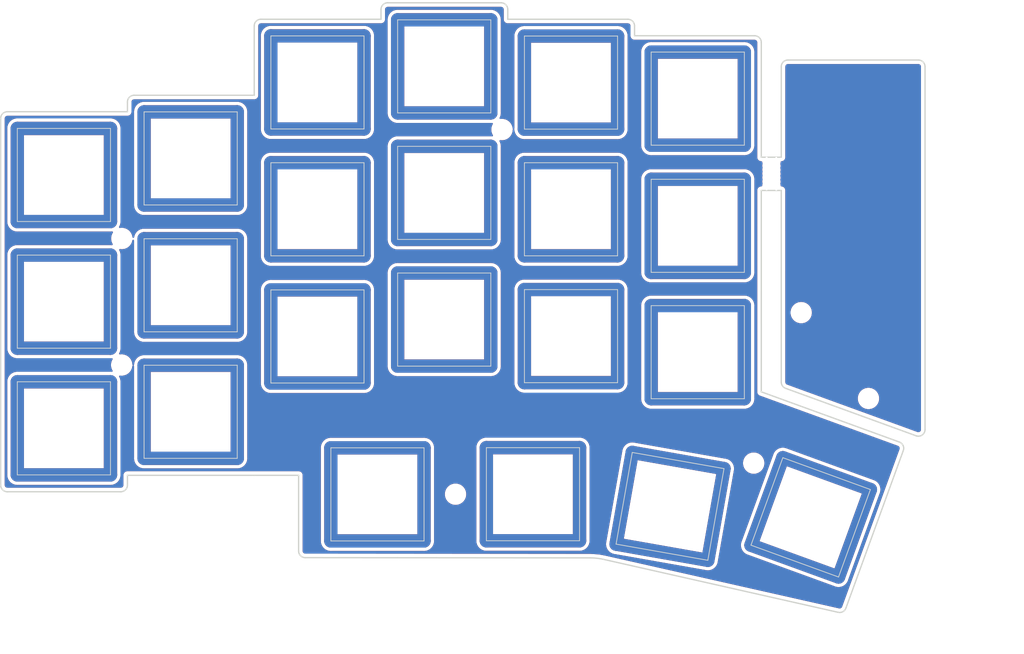
<source format=kicad_pcb>
(kicad_pcb (version 20171130) (host pcbnew "(5.1.10)-1")

  (general
    (thickness 1.6)
    (drawings 138)
    (tracks 0)
    (zones 0)
    (modules 31)
    (nets 1)
  )

  (page A4)
  (layers
    (0 F.Cu signal)
    (31 B.Cu signal)
    (32 B.Adhes user)
    (33 F.Adhes user)
    (34 B.Paste user)
    (35 F.Paste user)
    (36 B.SilkS user)
    (37 F.SilkS user)
    (38 B.Mask user)
    (39 F.Mask user)
    (40 Dwgs.User user)
    (41 Cmts.User user)
    (42 Eco1.User user)
    (43 Eco2.User user)
    (44 Edge.Cuts user)
    (45 Margin user)
    (46 B.CrtYd user)
    (47 F.CrtYd user)
    (48 B.Fab user)
    (49 F.Fab user)
  )

  (setup
    (last_trace_width 0.25)
    (trace_clearance 0.2)
    (zone_clearance 0.508)
    (zone_45_only no)
    (trace_min 0.2)
    (via_size 0.8)
    (via_drill 0.4)
    (via_min_size 0.4)
    (via_min_drill 0.3)
    (uvia_size 0.3)
    (uvia_drill 0.1)
    (uvias_allowed no)
    (uvia_min_size 0.2)
    (uvia_min_drill 0.1)
    (edge_width 0.05)
    (segment_width 0.2)
    (pcb_text_width 0.3)
    (pcb_text_size 1.5 1.5)
    (mod_edge_width 0.12)
    (mod_text_size 1 1)
    (mod_text_width 0.15)
    (pad_size 2.2 2.2)
    (pad_drill 2.2)
    (pad_to_mask_clearance 0)
    (aux_axis_origin 0 0)
    (visible_elements 7FFFFFFF)
    (pcbplotparams
      (layerselection 0x010fc_ffffffff)
      (usegerberextensions false)
      (usegerberattributes true)
      (usegerberadvancedattributes true)
      (creategerberjobfile false)
      (excludeedgelayer true)
      (linewidth 0.100000)
      (plotframeref false)
      (viasonmask false)
      (mode 1)
      (useauxorigin false)
      (hpglpennumber 1)
      (hpglpenspeed 20)
      (hpglpendiameter 15.000000)
      (psnegative false)
      (psa4output false)
      (plotreference true)
      (plotvalue true)
      (plotinvisibletext false)
      (padsonsilk false)
      (subtractmaskfromsilk false)
      (outputformat 1)
      (mirror false)
      (drillshape 0)
      (scaleselection 1)
      (outputdirectory "gerber/"))
  )

  (net 0 "")

  (net_class Default "This is the default net class."
    (clearance 0.2)
    (trace_width 0.25)
    (via_dia 0.8)
    (via_drill 0.4)
    (uvia_dia 0.3)
    (uvia_drill 0.1)
  )

  (module silverbullet44:SW_Hole_TH (layer F.Cu) (tedit 5F69C25A) (tstamp 6129E786)
    (at 65.2272 28.0924)
    (path /61190C6D)
    (fp_text reference SW7 (at 7.1 8.2) (layer F.SilkS) hide
      (effects (font (size 1 1) (thickness 0.15)))
    )
    (fp_text value SW_PUSH (at -4.8 8.3) (layer F.Fab) hide
      (effects (font (size 1 1) (thickness 0.15)))
    )
    (fp_line (start 9.525 9.525) (end 9.525 -9.525) (layer F.Fab) (width 0.15))
    (fp_line (start -9.525 9.525) (end 9.525 9.525) (layer F.Fab) (width 0.15))
    (fp_line (start -9.525 -9.525) (end -9.525 9.525) (layer F.Fab) (width 0.15))
    (fp_line (start 9.525 -9.525) (end -9.525 -9.525) (layer F.Fab) (width 0.15))
    (fp_line (start -7 -7) (end -7 7) (layer Edge.Cuts) (width 0.12))
    (fp_line (start -7 7) (end 7 7) (layer Edge.Cuts) (width 0.12))
    (fp_line (start 7 7) (end 7 -7) (layer Edge.Cuts) (width 0.12))
    (fp_line (start 7 -7) (end -7 -7) (layer Edge.Cuts) (width 0.12))
    (pad "" thru_hole oval (at 0 7 90) (size 2 16) (drill oval 0.01 14) (layers *.Cu *.Mask))
    (pad "" thru_hole oval (at 0 -7 90) (size 2 16) (drill oval 0.01 14) (layers *.Cu *.Mask))
    (pad "" thru_hole oval (at 7 0) (size 2 16) (drill oval 0.01 14) (layers *.Cu *.Mask))
    (pad "" thru_hole oval (at -7 0) (size 2 16) (drill oval 0.01 14) (layers *.Cu *.Mask))
  )

  (module kbd:Breakaway_Tabs (layer F.Cu) (tedit 5F29703B) (tstamp 612A6F8E)
    (at 134.18 41.84 90)
    (fp_text reference REF** (at -0.05 -2.4 90) (layer F.Fab)
      (effects (font (size 1 1) (thickness 0.15)))
    )
    (fp_text value Breakaway_Tabs (at -0.05 0.75 90) (layer F.Fab)
      (effects (font (size 1 1) (thickness 0.15)))
    )
    (fp_line (start -3 0.2) (end 3 0.2) (layer Dwgs.User) (width 0.12))
    (fp_line (start -3 -0.2) (end 3 -0.2) (layer Dwgs.User) (width 0.12))
    (pad "" np_thru_hole circle (at 0 0 90) (size 0.3 0.3) (drill 0.3) (layers *.Cu *.Mask))
    (pad "" np_thru_hole circle (at 0.59375 0 90) (size 0.3 0.3) (drill 0.3) (layers *.Cu *.Mask))
    (pad "" np_thru_hole circle (at 1.1875 0 90) (size 0.3 0.3) (drill 0.3) (layers *.Cu *.Mask))
    (pad "" np_thru_hole circle (at 1.78125 0 90) (size 0.3 0.3) (drill 0.3) (layers *.Cu *.Mask))
    (pad "" np_thru_hole circle (at 2.375 0 90) (size 0.3 0.3) (drill 0.3) (layers *.Cu *.Mask))
    (pad "" np_thru_hole circle (at -1.78125 0 90) (size 0.3 0.3) (drill 0.3) (layers *.Cu *.Mask))
    (pad "" np_thru_hole circle (at -0.59375 0 90) (size 0.3 0.3) (drill 0.3) (layers *.Cu *.Mask))
    (pad "" np_thru_hole circle (at -2.375 0 90) (size 0.3 0.3) (drill 0.3) (layers *.Cu *.Mask))
    (pad "" np_thru_hole circle (at -1.1875 0 90) (size 0.3 0.3) (drill 0.3) (layers *.Cu *.Mask))
  )

  (module kbd:Breakaway_Tabs (layer F.Cu) (tedit 5F29703B) (tstamp 612A6F7E)
    (at 132.72 41.8 90)
    (fp_text reference REF** (at -0.05 -2.4 90) (layer F.Fab)
      (effects (font (size 1 1) (thickness 0.15)))
    )
    (fp_text value Breakaway_Tabs (at -0.05 0.75 90) (layer F.Fab)
      (effects (font (size 1 1) (thickness 0.15)))
    )
    (fp_line (start -3 0.2) (end 3 0.2) (layer Dwgs.User) (width 0.12))
    (fp_line (start -3 -0.2) (end 3 -0.2) (layer Dwgs.User) (width 0.12))
    (pad "" np_thru_hole circle (at -1.1875 0 90) (size 0.3 0.3) (drill 0.3) (layers *.Cu *.Mask))
    (pad "" np_thru_hole circle (at -2.375 0 90) (size 0.3 0.3) (drill 0.3) (layers *.Cu *.Mask))
    (pad "" np_thru_hole circle (at -0.59375 0 90) (size 0.3 0.3) (drill 0.3) (layers *.Cu *.Mask))
    (pad "" np_thru_hole circle (at -1.78125 0 90) (size 0.3 0.3) (drill 0.3) (layers *.Cu *.Mask))
    (pad "" np_thru_hole circle (at 2.375 0 90) (size 0.3 0.3) (drill 0.3) (layers *.Cu *.Mask))
    (pad "" np_thru_hole circle (at 1.78125 0 90) (size 0.3 0.3) (drill 0.3) (layers *.Cu *.Mask))
    (pad "" np_thru_hole circle (at 1.1875 0 90) (size 0.3 0.3) (drill 0.3) (layers *.Cu *.Mask))
    (pad "" np_thru_hole circle (at 0.59375 0 90) (size 0.3 0.3) (drill 0.3) (layers *.Cu *.Mask))
    (pad "" np_thru_hole circle (at 0 0 90) (size 0.3 0.3) (drill 0.3) (layers *.Cu *.Mask))
  )

  (module kbd:M2_HOLE_v2 (layer F.Cu) (tedit 6129F5E2) (tstamp 612A6F1A)
    (at 148.03 75.62)
    (descr "Mounting Hole 2.2mm, no annular, M2")
    (tags "mounting hole 2.2mm no annular m2")
    (attr virtual)
    (fp_text reference Ref** (at -0.95 -0.55) (layer F.Fab) hide
      (effects (font (size 1 1) (thickness 0.15)))
    )
    (fp_text value Val** (at 0 0.55) (layer F.Fab) hide
      (effects (font (size 1 1) (thickness 0.15)))
    )
    (pad "" np_thru_hole circle (at 0 0) (size 2.2 2.2) (drill 2.2) (layers *.Cu *.Mask))
  )

  (module kbd:M2_HOLE_v2 (layer F.Cu) (tedit 6129F5BF) (tstamp 612A6EDE)
    (at 137.92 62.71)
    (descr "Mounting Hole 2.2mm, no annular, M2")
    (tags "mounting hole 2.2mm no annular m2")
    (attr virtual)
    (fp_text reference Ref** (at -0.95 -0.55) (layer F.Fab) hide
      (effects (font (size 1 1) (thickness 0.15)))
    )
    (fp_text value Val** (at 0 0.55) (layer F.Fab) hide
      (effects (font (size 1 1) (thickness 0.15)))
    )
    (pad "" np_thru_hole circle (at 0 0) (size 2.2 2.2) (drill 2.2) (layers *.Cu *.Mask))
  )

  (module kbd:M2_HOLE_v2 (layer F.Cu) (tedit 6129E172) (tstamp 6129EB5B)
    (at 85.979 90.0176)
    (descr "Mounting Hole 2.2mm, no annular, M2")
    (tags "mounting hole 2.2mm no annular m2")
    (attr virtual)
    (fp_text reference Ref4** (at -0.95 -0.55) (layer F.Fab) hide
      (effects (font (size 1 1) (thickness 0.15)))
    )
    (fp_text value Val** (at 0 0.55) (layer F.Fab) hide
      (effects (font (size 1 1) (thickness 0.15)))
    )
    (pad "" np_thru_hole circle (at 0 0) (size 2.2 2.2) (drill 2.2) (layers *.Cu *.Mask))
  )

  (module kbd:M2_HOLE_v2 (layer F.Cu) (tedit 6129E163) (tstamp 6129EB12)
    (at 130.7842 85.344)
    (descr "Mounting Hole 2.2mm, no annular, M2")
    (tags "mounting hole 2.2mm no annular m2")
    (attr virtual)
    (fp_text reference Ref3** (at -0.95 -0.55) (layer F.Fab) hide
      (effects (font (size 1 1) (thickness 0.15)))
    )
    (fp_text value Val** (at 0 0.55) (layer F.Fab) hide
      (effects (font (size 1 1) (thickness 0.15)))
    )
    (pad "" np_thru_hole circle (at 0 0) (size 2.2 2.2) (drill 2.2) (layers *.Cu *.Mask))
  )

  (module kbd:M2_HOLE_v2 (layer F.Cu) (tedit 6129E1A0) (tstamp 6129EB0E)
    (at 92.9602 35.179)
    (descr "Mounting Hole 2.2mm, no annular, M2")
    (tags "mounting hole 2.2mm no annular m2")
    (attr virtual)
    (fp_text reference Ref7** (at -0.95 -0.55) (layer F.Fab) hide
      (effects (font (size 1 1) (thickness 0.15)))
    )
    (fp_text value Val** (at 0 0.55) (layer F.Fab) hide
      (effects (font (size 1 1) (thickness 0.15)))
    )
    (pad "" np_thru_hole circle (at 0 0) (size 2.2 2.2) (drill 2.2) (layers *.Cu *.Mask))
  )

  (module kbd:M2_HOLE_v2 (layer F.Cu) (tedit 6129E17D) (tstamp 6129EB06)
    (at 35.8102 70.5866)
    (descr "Mounting Hole 2.2mm, no annular, M2")
    (tags "mounting hole 2.2mm no annular m2")
    (attr virtual)
    (fp_text reference Ref5** (at -0.95 -0.55) (layer F.Fab) hide
      (effects (font (size 1 1) (thickness 0.15)))
    )
    (fp_text value Val** (at 0 0.55) (layer F.Fab) hide
      (effects (font (size 1 1) (thickness 0.15)))
    )
    (pad "" np_thru_hole circle (at 0 0) (size 2.2 2.2) (drill 2.2) (layers *.Cu *.Mask))
  )

  (module kbd:M2_HOLE_v2 (layer F.Cu) (tedit 6129E198) (tstamp 6129E17B)
    (at 35.8356 51.562)
    (descr "Mounting Hole 2.2mm, no annular, M2")
    (tags "mounting hole 2.2mm no annular m2")
    (attr virtual)
    (fp_text reference Ref6** (at -0.95 -0.55) (layer F.Fab) hide
      (effects (font (size 1 1) (thickness 0.15)))
    )
    (fp_text value Val** (at 0 0.55) (layer F.Fab) hide
      (effects (font (size 1 1) (thickness 0.15)))
    )
    (pad "" np_thru_hole circle (at 0 0) (size 2.2 2.2) (drill 2.2) (layers *.Cu *.Mask))
  )

  (module silverbullet44:SW_Hole_TH (layer F.Cu) (tedit 5F69C25A) (tstamp 6129E4C8)
    (at 74.2442 90.0426 180)
    (path /611AF38B)
    (fp_text reference SW10 (at 7.1 8.2) (layer F.SilkS) hide
      (effects (font (size 1 1) (thickness 0.15)))
    )
    (fp_text value SW_PUSH (at -4.8 8.3) (layer F.Fab) hide
      (effects (font (size 1 1) (thickness 0.15)))
    )
    (fp_line (start 9.525 9.525) (end 9.525 -9.525) (layer F.Fab) (width 0.15))
    (fp_line (start -9.525 9.525) (end 9.525 9.525) (layer F.Fab) (width 0.15))
    (fp_line (start -9.525 -9.525) (end -9.525 9.525) (layer F.Fab) (width 0.15))
    (fp_line (start 9.525 -9.525) (end -9.525 -9.525) (layer F.Fab) (width 0.15))
    (fp_line (start -7 -7) (end -7 7) (layer Edge.Cuts) (width 0.12))
    (fp_line (start -7 7) (end 7 7) (layer Edge.Cuts) (width 0.12))
    (fp_line (start 7 7) (end 7 -7) (layer Edge.Cuts) (width 0.12))
    (fp_line (start 7 -7) (end -7 -7) (layer Edge.Cuts) (width 0.12))
    (pad "" thru_hole oval (at 0 7 270) (size 2 16) (drill oval 0.01 14) (layers *.Cu *.Mask))
    (pad "" thru_hole oval (at 0 -7 270) (size 2 16) (drill oval 0.01 14) (layers *.Cu *.Mask))
    (pad "" thru_hole oval (at 7 0 180) (size 2 16) (drill oval 0.01 14) (layers *.Cu *.Mask))
    (pad "" thru_hole oval (at -7 0 180) (size 2 16) (drill oval 0.01 14) (layers *.Cu *.Mask))
  )

  (module silverbullet44:SW_Hole_TH (layer F.Cu) (tedit 5F69C25A) (tstamp 6129E64E)
    (at 139.3442 93.4976 250)
    (path /611AF3AF)
    (fp_text reference SW22 (at 7.1 8.200001 70) (layer F.SilkS) hide
      (effects (font (size 1 1) (thickness 0.15)))
    )
    (fp_text value SW_PUSH (at -4.8 8.3 70) (layer F.Fab) hide
      (effects (font (size 1 1) (thickness 0.15)))
    )
    (fp_line (start 9.525 9.525) (end 9.525 -9.525) (layer F.Fab) (width 0.15))
    (fp_line (start -9.525 9.525) (end 9.525 9.525) (layer F.Fab) (width 0.15))
    (fp_line (start -9.525 -9.525) (end -9.525 9.525) (layer F.Fab) (width 0.15))
    (fp_line (start 9.525 -9.525) (end -9.525 -9.525) (layer F.Fab) (width 0.15))
    (fp_line (start -7 -7) (end -7 7) (layer Edge.Cuts) (width 0.12))
    (fp_line (start -7 7) (end 7 7) (layer Edge.Cuts) (width 0.12))
    (fp_line (start 7 7) (end 7 -7) (layer Edge.Cuts) (width 0.12))
    (fp_line (start 7 -7) (end -7 -7) (layer Edge.Cuts) (width 0.12))
    (pad "" thru_hole oval (at 0 7 340) (size 2 16) (drill oval 0.01 14) (layers *.Cu *.Mask))
    (pad "" thru_hole oval (at 0 -7 340) (size 2 16) (drill oval 0.01 14) (layers *.Cu *.Mask))
    (pad "" thru_hole oval (at 7 0 250) (size 2 16) (drill oval 0.01 14) (layers *.Cu *.Mask))
    (pad "" thru_hole oval (at -7 0 250) (size 2 16) (drill oval 0.01 14) (layers *.Cu *.Mask))
  )

  (module silverbullet44:SW_Hole_TH (layer F.Cu) (tedit 5F69C25A) (tstamp 6129E90C)
    (at 65.2272 66.294)
    (path /611A7F4C)
    (fp_text reference SW9 (at 7.1 8.2) (layer F.SilkS) hide
      (effects (font (size 1 1) (thickness 0.15)))
    )
    (fp_text value SW_PUSH (at -4.8 8.3) (layer F.Fab) hide
      (effects (font (size 1 1) (thickness 0.15)))
    )
    (fp_line (start 9.525 9.525) (end 9.525 -9.525) (layer F.Fab) (width 0.15))
    (fp_line (start -9.525 9.525) (end 9.525 9.525) (layer F.Fab) (width 0.15))
    (fp_line (start -9.525 -9.525) (end -9.525 9.525) (layer F.Fab) (width 0.15))
    (fp_line (start 9.525 -9.525) (end -9.525 -9.525) (layer F.Fab) (width 0.15))
    (fp_line (start -7 -7) (end -7 7) (layer Edge.Cuts) (width 0.12))
    (fp_line (start -7 7) (end 7 7) (layer Edge.Cuts) (width 0.12))
    (fp_line (start 7 7) (end 7 -7) (layer Edge.Cuts) (width 0.12))
    (fp_line (start 7 -7) (end -7 -7) (layer Edge.Cuts) (width 0.12))
    (pad "" thru_hole oval (at 0 7 90) (size 2 16) (drill oval 0.01 14) (layers *.Cu *.Mask))
    (pad "" thru_hole oval (at 0 -7 90) (size 2 16) (drill oval 0.01 14) (layers *.Cu *.Mask))
    (pad "" thru_hole oval (at 7 0) (size 2 16) (drill oval 0.01 14) (layers *.Cu *.Mask))
    (pad "" thru_hole oval (at -7 0) (size 2 16) (drill oval 0.01 14) (layers *.Cu *.Mask))
  )

  (module silverbullet44:SW_Hole_TH (layer F.Cu) (tedit 5F69C25A) (tstamp 6129E8BE)
    (at 46.1772 39.5224)
    (path /61190108)
    (fp_text reference SW4 (at 7.1 8.2) (layer F.SilkS) hide
      (effects (font (size 1 1) (thickness 0.15)))
    )
    (fp_text value SW_PUSH (at -4.8 8.3) (layer F.Fab) hide
      (effects (font (size 1 1) (thickness 0.15)))
    )
    (fp_line (start 9.525 9.525) (end 9.525 -9.525) (layer F.Fab) (width 0.15))
    (fp_line (start -9.525 9.525) (end 9.525 9.525) (layer F.Fab) (width 0.15))
    (fp_line (start -9.525 -9.525) (end -9.525 9.525) (layer F.Fab) (width 0.15))
    (fp_line (start 9.525 -9.525) (end -9.525 -9.525) (layer F.Fab) (width 0.15))
    (fp_line (start -7 -7) (end -7 7) (layer Edge.Cuts) (width 0.12))
    (fp_line (start -7 7) (end 7 7) (layer Edge.Cuts) (width 0.12))
    (fp_line (start 7 7) (end 7 -7) (layer Edge.Cuts) (width 0.12))
    (fp_line (start 7 -7) (end -7 -7) (layer Edge.Cuts) (width 0.12))
    (pad "" thru_hole oval (at 0 7 90) (size 2 16) (drill oval 0.01 14) (layers *.Cu *.Mask))
    (pad "" thru_hole oval (at 0 -7 90) (size 2 16) (drill oval 0.01 14) (layers *.Cu *.Mask))
    (pad "" thru_hole oval (at 7 0) (size 2 16) (drill oval 0.01 14) (layers *.Cu *.Mask))
    (pad "" thru_hole oval (at -7 0) (size 2 16) (drill oval 0.01 14) (layers *.Cu *.Mask))
  )

  (module silverbullet44:SW_Hole_TH (layer F.Cu) (tedit 5F69C25A) (tstamp 6129E870)
    (at 122.3772 68.6562)
    (path /611A7F70)
    (fp_text reference SW21 (at 7.1 8.2) (layer F.SilkS) hide
      (effects (font (size 1 1) (thickness 0.15)))
    )
    (fp_text value SW_PUSH (at -4.8 8.3) (layer F.Fab) hide
      (effects (font (size 1 1) (thickness 0.15)))
    )
    (fp_line (start 9.525 9.525) (end 9.525 -9.525) (layer F.Fab) (width 0.15))
    (fp_line (start -9.525 9.525) (end 9.525 9.525) (layer F.Fab) (width 0.15))
    (fp_line (start -9.525 -9.525) (end -9.525 9.525) (layer F.Fab) (width 0.15))
    (fp_line (start 9.525 -9.525) (end -9.525 -9.525) (layer F.Fab) (width 0.15))
    (fp_line (start -7 -7) (end -7 7) (layer Edge.Cuts) (width 0.12))
    (fp_line (start -7 7) (end 7 7) (layer Edge.Cuts) (width 0.12))
    (fp_line (start 7 7) (end 7 -7) (layer Edge.Cuts) (width 0.12))
    (fp_line (start 7 -7) (end -7 -7) (layer Edge.Cuts) (width 0.12))
    (pad "" thru_hole oval (at 0 7 90) (size 2 16) (drill oval 0.01 14) (layers *.Cu *.Mask))
    (pad "" thru_hole oval (at 0 -7 90) (size 2 16) (drill oval 0.01 14) (layers *.Cu *.Mask))
    (pad "" thru_hole oval (at 7 0) (size 2 16) (drill oval 0.01 14) (layers *.Cu *.Mask))
    (pad "" thru_hole oval (at -7 0) (size 2 16) (drill oval 0.01 14) (layers *.Cu *.Mask))
  )

  (module silverbullet44:SW_Hole_TH (layer F.Cu) (tedit 5F69C25A) (tstamp 6129E822)
    (at 84.2772 63.754)
    (path /611A7F58)
    (fp_text reference SW13 (at 7.1 8.2) (layer F.SilkS) hide
      (effects (font (size 1 1) (thickness 0.15)))
    )
    (fp_text value SW_PUSH (at -4.8 8.3) (layer F.Fab) hide
      (effects (font (size 1 1) (thickness 0.15)))
    )
    (fp_line (start 9.525 9.525) (end 9.525 -9.525) (layer F.Fab) (width 0.15))
    (fp_line (start -9.525 9.525) (end 9.525 9.525) (layer F.Fab) (width 0.15))
    (fp_line (start -9.525 -9.525) (end -9.525 9.525) (layer F.Fab) (width 0.15))
    (fp_line (start 9.525 -9.525) (end -9.525 -9.525) (layer F.Fab) (width 0.15))
    (fp_line (start -7 -7) (end -7 7) (layer Edge.Cuts) (width 0.12))
    (fp_line (start -7 7) (end 7 7) (layer Edge.Cuts) (width 0.12))
    (fp_line (start 7 7) (end 7 -7) (layer Edge.Cuts) (width 0.12))
    (fp_line (start 7 -7) (end -7 -7) (layer Edge.Cuts) (width 0.12))
    (pad "" thru_hole oval (at 0 7 90) (size 2 16) (drill oval 0.01 14) (layers *.Cu *.Mask))
    (pad "" thru_hole oval (at 0 -7 90) (size 2 16) (drill oval 0.01 14) (layers *.Cu *.Mask))
    (pad "" thru_hole oval (at 7 0) (size 2 16) (drill oval 0.01 14) (layers *.Cu *.Mask))
    (pad "" thru_hole oval (at -7 0) (size 2 16) (drill oval 0.01 14) (layers *.Cu *.Mask))
  )

  (module silverbullet44:SW_Hole_TH (layer F.Cu) (tedit 5F69C25A) (tstamp 6129E7D4)
    (at 103.3272 47.1678)
    (path /611A063F)
    (fp_text reference SW16 (at 7.1 8.2) (layer F.SilkS) hide
      (effects (font (size 1 1) (thickness 0.15)))
    )
    (fp_text value SW_PUSH (at -4.8 8.3) (layer F.Fab) hide
      (effects (font (size 1 1) (thickness 0.15)))
    )
    (fp_line (start 9.525 9.525) (end 9.525 -9.525) (layer F.Fab) (width 0.15))
    (fp_line (start -9.525 9.525) (end 9.525 9.525) (layer F.Fab) (width 0.15))
    (fp_line (start -9.525 -9.525) (end -9.525 9.525) (layer F.Fab) (width 0.15))
    (fp_line (start 9.525 -9.525) (end -9.525 -9.525) (layer F.Fab) (width 0.15))
    (fp_line (start -7 -7) (end -7 7) (layer Edge.Cuts) (width 0.12))
    (fp_line (start -7 7) (end 7 7) (layer Edge.Cuts) (width 0.12))
    (fp_line (start 7 7) (end 7 -7) (layer Edge.Cuts) (width 0.12))
    (fp_line (start 7 -7) (end -7 -7) (layer Edge.Cuts) (width 0.12))
    (pad "" thru_hole oval (at 0 7 90) (size 2 16) (drill oval 0.01 14) (layers *.Cu *.Mask))
    (pad "" thru_hole oval (at 0 -7 90) (size 2 16) (drill oval 0.01 14) (layers *.Cu *.Mask))
    (pad "" thru_hole oval (at 7 0) (size 2 16) (drill oval 0.01 14) (layers *.Cu *.Mask))
    (pad "" thru_hole oval (at -7 0) (size 2 16) (drill oval 0.01 14) (layers *.Cu *.Mask))
  )

  (module silverbullet44:SW_Hole_TH (layer F.Cu) (tedit 5F69C25A) (tstamp 6129E738)
    (at 65.2272 47.1678)
    (path /611A0627)
    (fp_text reference SW8 (at 7.1 8.2) (layer F.SilkS) hide
      (effects (font (size 1 1) (thickness 0.15)))
    )
    (fp_text value SW_PUSH (at -4.8 8.3) (layer F.Fab) hide
      (effects (font (size 1 1) (thickness 0.15)))
    )
    (fp_line (start 9.525 9.525) (end 9.525 -9.525) (layer F.Fab) (width 0.15))
    (fp_line (start -9.525 9.525) (end 9.525 9.525) (layer F.Fab) (width 0.15))
    (fp_line (start -9.525 -9.525) (end -9.525 9.525) (layer F.Fab) (width 0.15))
    (fp_line (start 9.525 -9.525) (end -9.525 -9.525) (layer F.Fab) (width 0.15))
    (fp_line (start -7 -7) (end -7 7) (layer Edge.Cuts) (width 0.12))
    (fp_line (start -7 7) (end 7 7) (layer Edge.Cuts) (width 0.12))
    (fp_line (start 7 7) (end 7 -7) (layer Edge.Cuts) (width 0.12))
    (fp_line (start 7 -7) (end -7 -7) (layer Edge.Cuts) (width 0.12))
    (pad "" thru_hole oval (at 0 7 90) (size 2 16) (drill oval 0.01 14) (layers *.Cu *.Mask))
    (pad "" thru_hole oval (at 0 -7 90) (size 2 16) (drill oval 0.01 14) (layers *.Cu *.Mask))
    (pad "" thru_hole oval (at 7 0) (size 2 16) (drill oval 0.01 14) (layers *.Cu *.Mask))
    (pad "" thru_hole oval (at -7 0) (size 2 16) (drill oval 0.01 14) (layers *.Cu *.Mask))
  )

  (module silverbullet44:SW_Hole_TH (layer F.Cu) (tedit 5F69C25A) (tstamp 6129E6EA)
    (at 46.1772 58.5978)
    (path /611A061B)
    (fp_text reference SW5 (at 7.1 8.2) (layer F.SilkS) hide
      (effects (font (size 1 1) (thickness 0.15)))
    )
    (fp_text value SW_PUSH (at -4.8 8.3) (layer F.Fab) hide
      (effects (font (size 1 1) (thickness 0.15)))
    )
    (fp_line (start 9.525 9.525) (end 9.525 -9.525) (layer F.Fab) (width 0.15))
    (fp_line (start -9.525 9.525) (end 9.525 9.525) (layer F.Fab) (width 0.15))
    (fp_line (start -9.525 -9.525) (end -9.525 9.525) (layer F.Fab) (width 0.15))
    (fp_line (start 9.525 -9.525) (end -9.525 -9.525) (layer F.Fab) (width 0.15))
    (fp_line (start -7 -7) (end -7 7) (layer Edge.Cuts) (width 0.12))
    (fp_line (start -7 7) (end 7 7) (layer Edge.Cuts) (width 0.12))
    (fp_line (start 7 7) (end 7 -7) (layer Edge.Cuts) (width 0.12))
    (fp_line (start 7 -7) (end -7 -7) (layer Edge.Cuts) (width 0.12))
    (pad "" thru_hole oval (at 0 7 90) (size 2 16) (drill oval 0.01 14) (layers *.Cu *.Mask))
    (pad "" thru_hole oval (at 0 -7 90) (size 2 16) (drill oval 0.01 14) (layers *.Cu *.Mask))
    (pad "" thru_hole oval (at 7 0) (size 2 16) (drill oval 0.01 14) (layers *.Cu *.Mask))
    (pad "" thru_hole oval (at -7 0) (size 2 16) (drill oval 0.01 14) (layers *.Cu *.Mask))
  )

  (module silverbullet44:SW_Hole_TH (layer F.Cu) (tedit 5F69C25A) (tstamp 6129E69C)
    (at 84.2772 44.704)
    (path /611A0633)
    (fp_text reference SW12 (at 7.1 8.2) (layer F.SilkS) hide
      (effects (font (size 1 1) (thickness 0.15)))
    )
    (fp_text value SW_PUSH (at -4.8 8.3) (layer F.Fab) hide
      (effects (font (size 1 1) (thickness 0.15)))
    )
    (fp_line (start 9.525 9.525) (end 9.525 -9.525) (layer F.Fab) (width 0.15))
    (fp_line (start -9.525 9.525) (end 9.525 9.525) (layer F.Fab) (width 0.15))
    (fp_line (start -9.525 -9.525) (end -9.525 9.525) (layer F.Fab) (width 0.15))
    (fp_line (start 9.525 -9.525) (end -9.525 -9.525) (layer F.Fab) (width 0.15))
    (fp_line (start -7 -7) (end -7 7) (layer Edge.Cuts) (width 0.12))
    (fp_line (start -7 7) (end 7 7) (layer Edge.Cuts) (width 0.12))
    (fp_line (start 7 7) (end 7 -7) (layer Edge.Cuts) (width 0.12))
    (fp_line (start 7 -7) (end -7 -7) (layer Edge.Cuts) (width 0.12))
    (pad "" thru_hole oval (at 0 7 90) (size 2 16) (drill oval 0.01 14) (layers *.Cu *.Mask))
    (pad "" thru_hole oval (at 0 -7 90) (size 2 16) (drill oval 0.01 14) (layers *.Cu *.Mask))
    (pad "" thru_hole oval (at 7 0) (size 2 16) (drill oval 0.01 14) (layers *.Cu *.Mask))
    (pad "" thru_hole oval (at -7 0) (size 2 16) (drill oval 0.01 14) (layers *.Cu *.Mask))
  )

  (module silverbullet44:SW_Hole_TH (layer F.Cu) (tedit 5F69C25A) (tstamp 6129E600)
    (at 97.6122 90.0176 180)
    (path /611AF397)
    (fp_text reference SW14 (at 7.1 8.2) (layer F.SilkS) hide
      (effects (font (size 1 1) (thickness 0.15)))
    )
    (fp_text value SW_PUSH (at -4.8 8.3) (layer F.Fab) hide
      (effects (font (size 1 1) (thickness 0.15)))
    )
    (fp_line (start 9.525 9.525) (end 9.525 -9.525) (layer F.Fab) (width 0.15))
    (fp_line (start -9.525 9.525) (end 9.525 9.525) (layer F.Fab) (width 0.15))
    (fp_line (start -9.525 -9.525) (end -9.525 9.525) (layer F.Fab) (width 0.15))
    (fp_line (start 9.525 -9.525) (end -9.525 -9.525) (layer F.Fab) (width 0.15))
    (fp_line (start -7 -7) (end -7 7) (layer Edge.Cuts) (width 0.12))
    (fp_line (start -7 7) (end 7 7) (layer Edge.Cuts) (width 0.12))
    (fp_line (start 7 7) (end 7 -7) (layer Edge.Cuts) (width 0.12))
    (fp_line (start 7 -7) (end -7 -7) (layer Edge.Cuts) (width 0.12))
    (pad "" thru_hole oval (at 0 7 270) (size 2 16) (drill oval 0.01 14) (layers *.Cu *.Mask))
    (pad "" thru_hole oval (at 0 -7 270) (size 2 16) (drill oval 0.01 14) (layers *.Cu *.Mask))
    (pad "" thru_hole oval (at 7 0 180) (size 2 16) (drill oval 0.01 14) (layers *.Cu *.Mask))
    (pad "" thru_hole oval (at -7 0 180) (size 2 16) (drill oval 0.01 14) (layers *.Cu *.Mask))
  )

  (module silverbullet44:SW_Hole_TH (layer F.Cu) (tedit 5F69C25A) (tstamp 6129E5B2)
    (at 84.2772 25.6794)
    (path /611910CA)
    (fp_text reference SW11 (at 7.1 8.2) (layer F.SilkS) hide
      (effects (font (size 1 1) (thickness 0.15)))
    )
    (fp_text value SW_PUSH (at -4.8 8.3) (layer F.Fab) hide
      (effects (font (size 1 1) (thickness 0.15)))
    )
    (fp_line (start 9.525 9.525) (end 9.525 -9.525) (layer F.Fab) (width 0.15))
    (fp_line (start -9.525 9.525) (end 9.525 9.525) (layer F.Fab) (width 0.15))
    (fp_line (start -9.525 -9.525) (end -9.525 9.525) (layer F.Fab) (width 0.15))
    (fp_line (start 9.525 -9.525) (end -9.525 -9.525) (layer F.Fab) (width 0.15))
    (fp_line (start -7 -7) (end -7 7) (layer Edge.Cuts) (width 0.12))
    (fp_line (start -7 7) (end 7 7) (layer Edge.Cuts) (width 0.12))
    (fp_line (start 7 7) (end 7 -7) (layer Edge.Cuts) (width 0.12))
    (fp_line (start 7 -7) (end -7 -7) (layer Edge.Cuts) (width 0.12))
    (pad "" thru_hole oval (at 0 7 90) (size 2 16) (drill oval 0.01 14) (layers *.Cu *.Mask))
    (pad "" thru_hole oval (at 0 -7 90) (size 2 16) (drill oval 0.01 14) (layers *.Cu *.Mask))
    (pad "" thru_hole oval (at 7 0) (size 2 16) (drill oval 0.01 14) (layers *.Cu *.Mask))
    (pad "" thru_hole oval (at -7 0) (size 2 16) (drill oval 0.01 14) (layers *.Cu *.Mask))
  )

  (module silverbullet44:SW_Hole_TH (layer F.Cu) (tedit 5F69C25A) (tstamp 6129E564)
    (at 122.3772 30.5308)
    (path /611930E6)
    (fp_text reference SW19 (at 7.1 8.2) (layer F.SilkS) hide
      (effects (font (size 1 1) (thickness 0.15)))
    )
    (fp_text value SW_PUSH (at -4.8 8.3) (layer F.Fab) hide
      (effects (font (size 1 1) (thickness 0.15)))
    )
    (fp_line (start 9.525 9.525) (end 9.525 -9.525) (layer F.Fab) (width 0.15))
    (fp_line (start -9.525 9.525) (end 9.525 9.525) (layer F.Fab) (width 0.15))
    (fp_line (start -9.525 -9.525) (end -9.525 9.525) (layer F.Fab) (width 0.15))
    (fp_line (start 9.525 -9.525) (end -9.525 -9.525) (layer F.Fab) (width 0.15))
    (fp_line (start -7 -7) (end -7 7) (layer Edge.Cuts) (width 0.12))
    (fp_line (start -7 7) (end 7 7) (layer Edge.Cuts) (width 0.12))
    (fp_line (start 7 7) (end 7 -7) (layer Edge.Cuts) (width 0.12))
    (fp_line (start 7 -7) (end -7 -7) (layer Edge.Cuts) (width 0.12))
    (pad "" thru_hole oval (at 0 7 90) (size 2 16) (drill oval 0.01 14) (layers *.Cu *.Mask))
    (pad "" thru_hole oval (at 0 -7 90) (size 2 16) (drill oval 0.01 14) (layers *.Cu *.Mask))
    (pad "" thru_hole oval (at 7 0) (size 2 16) (drill oval 0.01 14) (layers *.Cu *.Mask))
    (pad "" thru_hole oval (at -7 0) (size 2 16) (drill oval 0.01 14) (layers *.Cu *.Mask))
  )

  (module silverbullet44:SW_Hole_TH (layer F.Cu) (tedit 5F69C25A) (tstamp 6129E516)
    (at 103.3272 28.1178)
    (path /61192447)
    (fp_text reference SW15 (at 7.1 8.2) (layer F.SilkS) hide
      (effects (font (size 1 1) (thickness 0.15)))
    )
    (fp_text value SW_PUSH (at -4.8 8.3) (layer F.Fab) hide
      (effects (font (size 1 1) (thickness 0.15)))
    )
    (fp_line (start 9.525 9.525) (end 9.525 -9.525) (layer F.Fab) (width 0.15))
    (fp_line (start -9.525 9.525) (end 9.525 9.525) (layer F.Fab) (width 0.15))
    (fp_line (start -9.525 -9.525) (end -9.525 9.525) (layer F.Fab) (width 0.15))
    (fp_line (start 9.525 -9.525) (end -9.525 -9.525) (layer F.Fab) (width 0.15))
    (fp_line (start -7 -7) (end -7 7) (layer Edge.Cuts) (width 0.12))
    (fp_line (start -7 7) (end 7 7) (layer Edge.Cuts) (width 0.12))
    (fp_line (start 7 7) (end 7 -7) (layer Edge.Cuts) (width 0.12))
    (fp_line (start 7 -7) (end -7 -7) (layer Edge.Cuts) (width 0.12))
    (pad "" thru_hole oval (at 0 7 90) (size 2 16) (drill oval 0.01 14) (layers *.Cu *.Mask))
    (pad "" thru_hole oval (at 0 -7 90) (size 2 16) (drill oval 0.01 14) (layers *.Cu *.Mask))
    (pad "" thru_hole oval (at 7 0) (size 2 16) (drill oval 0.01 14) (layers *.Cu *.Mask))
    (pad "" thru_hole oval (at -7 0) (size 2 16) (drill oval 0.01 14) (layers *.Cu *.Mask))
  )

  (module silverbullet44:SW_Hole_TH (layer F.Cu) (tedit 5F69C25A) (tstamp 6129E47A)
    (at 122.3772 49.657)
    (path /611A064B)
    (fp_text reference SW20 (at 7.1 8.2) (layer F.SilkS) hide
      (effects (font (size 1 1) (thickness 0.15)))
    )
    (fp_text value SW_PUSH (at -4.8 8.3) (layer F.Fab) hide
      (effects (font (size 1 1) (thickness 0.15)))
    )
    (fp_line (start 9.525 9.525) (end 9.525 -9.525) (layer F.Fab) (width 0.15))
    (fp_line (start -9.525 9.525) (end 9.525 9.525) (layer F.Fab) (width 0.15))
    (fp_line (start -9.525 -9.525) (end -9.525 9.525) (layer F.Fab) (width 0.15))
    (fp_line (start 9.525 -9.525) (end -9.525 -9.525) (layer F.Fab) (width 0.15))
    (fp_line (start -7 -7) (end -7 7) (layer Edge.Cuts) (width 0.12))
    (fp_line (start -7 7) (end 7 7) (layer Edge.Cuts) (width 0.12))
    (fp_line (start 7 7) (end 7 -7) (layer Edge.Cuts) (width 0.12))
    (fp_line (start 7 -7) (end -7 -7) (layer Edge.Cuts) (width 0.12))
    (pad "" thru_hole oval (at 0 7 90) (size 2 16) (drill oval 0.01 14) (layers *.Cu *.Mask))
    (pad "" thru_hole oval (at 0 -7 90) (size 2 16) (drill oval 0.01 14) (layers *.Cu *.Mask))
    (pad "" thru_hole oval (at 7 0) (size 2 16) (drill oval 0.01 14) (layers *.Cu *.Mask))
    (pad "" thru_hole oval (at -7 0) (size 2 16) (drill oval 0.01 14) (layers *.Cu *.Mask))
  )

  (module silverbullet44:SW_Hole_TH (layer F.Cu) (tedit 5F69C25A) (tstamp 6129E42C)
    (at 103.3272 66.2432)
    (path /611A7F64)
    (fp_text reference SW17 (at 7.1 8.2) (layer F.SilkS) hide
      (effects (font (size 1 1) (thickness 0.15)))
    )
    (fp_text value SW_PUSH (at -4.8 8.3) (layer F.Fab) hide
      (effects (font (size 1 1) (thickness 0.15)))
    )
    (fp_line (start 9.525 9.525) (end 9.525 -9.525) (layer F.Fab) (width 0.15))
    (fp_line (start -9.525 9.525) (end 9.525 9.525) (layer F.Fab) (width 0.15))
    (fp_line (start -9.525 -9.525) (end -9.525 9.525) (layer F.Fab) (width 0.15))
    (fp_line (start 9.525 -9.525) (end -9.525 -9.525) (layer F.Fab) (width 0.15))
    (fp_line (start -7 -7) (end -7 7) (layer Edge.Cuts) (width 0.12))
    (fp_line (start -7 7) (end 7 7) (layer Edge.Cuts) (width 0.12))
    (fp_line (start 7 7) (end 7 -7) (layer Edge.Cuts) (width 0.12))
    (fp_line (start 7 -7) (end -7 -7) (layer Edge.Cuts) (width 0.12))
    (pad "" thru_hole oval (at 0 7 90) (size 2 16) (drill oval 0.01 14) (layers *.Cu *.Mask))
    (pad "" thru_hole oval (at 0 -7 90) (size 2 16) (drill oval 0.01 14) (layers *.Cu *.Mask))
    (pad "" thru_hole oval (at 7 0) (size 2 16) (drill oval 0.01 14) (layers *.Cu *.Mask))
    (pad "" thru_hole oval (at -7 0) (size 2 16) (drill oval 0.01 14) (layers *.Cu *.Mask))
  )

  (module silverbullet44:SW_Hole_TH (layer F.Cu) (tedit 5F69C25A) (tstamp 6129E17F)
    (at 46.1772 77.6224)
    (path /611A7F40)
    (fp_text reference SW6 (at 7.1 8.2) (layer F.SilkS) hide
      (effects (font (size 1 1) (thickness 0.15)))
    )
    (fp_text value SW_PUSH (at -4.8 8.3) (layer F.Fab) hide
      (effects (font (size 1 1) (thickness 0.15)))
    )
    (fp_line (start 9.525 9.525) (end 9.525 -9.525) (layer F.Fab) (width 0.15))
    (fp_line (start -9.525 9.525) (end 9.525 9.525) (layer F.Fab) (width 0.15))
    (fp_line (start -9.525 -9.525) (end -9.525 9.525) (layer F.Fab) (width 0.15))
    (fp_line (start 9.525 -9.525) (end -9.525 -9.525) (layer F.Fab) (width 0.15))
    (fp_line (start -7 -7) (end -7 7) (layer Edge.Cuts) (width 0.12))
    (fp_line (start -7 7) (end 7 7) (layer Edge.Cuts) (width 0.12))
    (fp_line (start 7 7) (end 7 -7) (layer Edge.Cuts) (width 0.12))
    (fp_line (start 7 -7) (end -7 -7) (layer Edge.Cuts) (width 0.12))
    (pad "" thru_hole oval (at 0 7 90) (size 2 16) (drill oval 0.01 14) (layers *.Cu *.Mask))
    (pad "" thru_hole oval (at 0 -7 90) (size 2 16) (drill oval 0.01 14) (layers *.Cu *.Mask))
    (pad "" thru_hole oval (at 7 0) (size 2 16) (drill oval 0.01 14) (layers *.Cu *.Mask))
    (pad "" thru_hole oval (at -7 0) (size 2 16) (drill oval 0.01 14) (layers *.Cu *.Mask))
  )

  (module silverbullet44:SW_Hole_TH (layer F.Cu) (tedit 5F69C25A) (tstamp 6129E0DF)
    (at 118.2112 91.8466 170)
    (path /611AF3A3)
    (fp_text reference SW18 (at 7.1 8.2 170) (layer F.SilkS) hide
      (effects (font (size 1 1) (thickness 0.15)))
    )
    (fp_text value SW_PUSH (at -4.8 8.3 170) (layer F.Fab) hide
      (effects (font (size 1 1) (thickness 0.15)))
    )
    (fp_line (start 9.525 9.525) (end 9.525 -9.525) (layer F.Fab) (width 0.15))
    (fp_line (start -9.525 9.525) (end 9.525 9.525) (layer F.Fab) (width 0.15))
    (fp_line (start -9.525 -9.525) (end -9.525 9.525) (layer F.Fab) (width 0.15))
    (fp_line (start 9.525 -9.525) (end -9.525 -9.525) (layer F.Fab) (width 0.15))
    (fp_line (start -7 -7) (end -7 7) (layer Edge.Cuts) (width 0.12))
    (fp_line (start -7 7) (end 7 7) (layer Edge.Cuts) (width 0.12))
    (fp_line (start 7 7) (end 7 -7) (layer Edge.Cuts) (width 0.12))
    (fp_line (start 7 -7) (end -7 -7) (layer Edge.Cuts) (width 0.12))
    (pad "" thru_hole oval (at 0 7 260) (size 2 16) (drill oval 0.01 14) (layers *.Cu *.Mask))
    (pad "" thru_hole oval (at 0 -7 260) (size 2 16) (drill oval 0.01 14) (layers *.Cu *.Mask))
    (pad "" thru_hole oval (at 7 0 170) (size 2 16) (drill oval 0.01 14) (layers *.Cu *.Mask))
    (pad "" thru_hole oval (at -7 0 170) (size 2 16) (drill oval 0.01 14) (layers *.Cu *.Mask))
  )

  (module silverbullet44:SW_Hole_TH (layer F.Cu) (tedit 5F69C25A) (tstamp 6129DE4D)
    (at 27.1272 80.1116)
    (path /611A7F34)
    (fp_text reference SW3 (at 7.1 8.2) (layer F.SilkS) hide
      (effects (font (size 1 1) (thickness 0.15)))
    )
    (fp_text value SW_PUSH (at -4.8 8.3) (layer F.Fab) hide
      (effects (font (size 1 1) (thickness 0.15)))
    )
    (fp_line (start 9.525 9.525) (end 9.525 -9.525) (layer F.Fab) (width 0.15))
    (fp_line (start -9.525 9.525) (end 9.525 9.525) (layer F.Fab) (width 0.15))
    (fp_line (start -9.525 -9.525) (end -9.525 9.525) (layer F.Fab) (width 0.15))
    (fp_line (start 9.525 -9.525) (end -9.525 -9.525) (layer F.Fab) (width 0.15))
    (fp_line (start -7 -7) (end -7 7) (layer Edge.Cuts) (width 0.12))
    (fp_line (start -7 7) (end 7 7) (layer Edge.Cuts) (width 0.12))
    (fp_line (start 7 7) (end 7 -7) (layer Edge.Cuts) (width 0.12))
    (fp_line (start 7 -7) (end -7 -7) (layer Edge.Cuts) (width 0.12))
    (pad "" thru_hole oval (at 0 7 90) (size 2 16) (drill oval 0.01 14) (layers *.Cu *.Mask))
    (pad "" thru_hole oval (at 0 -7 90) (size 2 16) (drill oval 0.01 14) (layers *.Cu *.Mask))
    (pad "" thru_hole oval (at 7 0) (size 2 16) (drill oval 0.01 14) (layers *.Cu *.Mask))
    (pad "" thru_hole oval (at -7 0) (size 2 16) (drill oval 0.01 14) (layers *.Cu *.Mask))
  )

  (module silverbullet44:SW_Hole_TH (layer F.Cu) (tedit 5F69C25A) (tstamp 6129DD90)
    (at 27.1272 61.0616)
    (path /611A060F)
    (fp_text reference SW2 (at 7.1 8.2) (layer F.SilkS) hide
      (effects (font (size 1 1) (thickness 0.15)))
    )
    (fp_text value SW_PUSH (at -4.8 8.3) (layer F.Fab) hide
      (effects (font (size 1 1) (thickness 0.15)))
    )
    (fp_line (start 9.525 9.525) (end 9.525 -9.525) (layer F.Fab) (width 0.15))
    (fp_line (start -9.525 9.525) (end 9.525 9.525) (layer F.Fab) (width 0.15))
    (fp_line (start -9.525 -9.525) (end -9.525 9.525) (layer F.Fab) (width 0.15))
    (fp_line (start 9.525 -9.525) (end -9.525 -9.525) (layer F.Fab) (width 0.15))
    (fp_line (start -7 -7) (end -7 7) (layer Edge.Cuts) (width 0.12))
    (fp_line (start -7 7) (end 7 7) (layer Edge.Cuts) (width 0.12))
    (fp_line (start 7 7) (end 7 -7) (layer Edge.Cuts) (width 0.12))
    (fp_line (start 7 -7) (end -7 -7) (layer Edge.Cuts) (width 0.12))
    (pad "" thru_hole oval (at 0 7 90) (size 2 16) (drill oval 0.01 14) (layers *.Cu *.Mask))
    (pad "" thru_hole oval (at 0 -7 90) (size 2 16) (drill oval 0.01 14) (layers *.Cu *.Mask))
    (pad "" thru_hole oval (at 7 0) (size 2 16) (drill oval 0.01 14) (layers *.Cu *.Mask))
    (pad "" thru_hole oval (at -7 0) (size 2 16) (drill oval 0.01 14) (layers *.Cu *.Mask))
  )

  (module silverbullet44:SW_Hole_TH (layer F.Cu) (tedit 5F69C25A) (tstamp 6129E12D)
    (at 27.1272 42.0116)
    (path /6118DDDC)
    (fp_text reference SW1 (at 7.1 8.2) (layer F.SilkS) hide
      (effects (font (size 1 1) (thickness 0.15)))
    )
    (fp_text value SW_PUSH (at -4.8 8.3) (layer F.Fab) hide
      (effects (font (size 1 1) (thickness 0.15)))
    )
    (fp_line (start 9.525 9.525) (end 9.525 -9.525) (layer F.Fab) (width 0.15))
    (fp_line (start -9.525 9.525) (end 9.525 9.525) (layer F.Fab) (width 0.15))
    (fp_line (start -9.525 -9.525) (end -9.525 9.525) (layer F.Fab) (width 0.15))
    (fp_line (start 9.525 -9.525) (end -9.525 -9.525) (layer F.Fab) (width 0.15))
    (fp_line (start -7 -7) (end -7 7) (layer Edge.Cuts) (width 0.12))
    (fp_line (start -7 7) (end 7 7) (layer Edge.Cuts) (width 0.12))
    (fp_line (start 7 7) (end 7 -7) (layer Edge.Cuts) (width 0.12))
    (fp_line (start 7 -7) (end -7 -7) (layer Edge.Cuts) (width 0.12))
    (pad "" thru_hole oval (at 0 7 90) (size 2 16) (drill oval 0.01 14) (layers *.Cu *.Mask))
    (pad "" thru_hole oval (at 0 -7 90) (size 2 16) (drill oval 0.01 14) (layers *.Cu *.Mask))
    (pad "" thru_hole oval (at 7 0) (size 2 16) (drill oval 0.01 14) (layers *.Cu *.Mask))
    (pad "" thru_hole oval (at -7 0) (size 2 16) (drill oval 0.01 14) (layers *.Cu *.Mask))
  )

  (dimension 91.85 (width 0.15) (layer Dwgs.User)
    (gr_text "91.850 mm" (at 170.05 61.995 90) (layer Dwgs.User)
      (effects (font (size 1 1) (thickness 0.15)))
    )
    (feature1 (pts (xy 144.31 16.07) (xy 169.336421 16.07)))
    (feature2 (pts (xy 144.31 107.92) (xy 169.336421 107.92)))
    (crossbar (pts (xy 168.75 107.92) (xy 168.75 16.07)))
    (arrow1a (pts (xy 168.75 16.07) (xy 169.336421 17.196504)))
    (arrow1b (pts (xy 168.75 16.07) (xy 168.163579 17.196504)))
    (arrow2a (pts (xy 168.75 107.92) (xy 169.336421 106.793496)))
    (arrow2b (pts (xy 168.75 107.92) (xy 168.163579 106.793496)))
  )
  (dimension 138.94 (width 0.15) (layer Dwgs.User)
    (gr_text "138.940 mm" (at 87.09 114.7) (layer Dwgs.User)
      (effects (font (size 1 1) (thickness 0.15)))
    )
    (feature1 (pts (xy 17.62 79.78) (xy 17.62 113.986421)))
    (feature2 (pts (xy 156.56 79.78) (xy 156.56 113.986421)))
    (crossbar (pts (xy 156.56 113.4) (xy 17.62 113.4)))
    (arrow1a (pts (xy 17.62 113.4) (xy 18.746504 112.813579)))
    (arrow1b (pts (xy 17.62 113.4) (xy 18.746504 113.986421)))
    (arrow2a (pts (xy 156.56 113.4) (xy 155.433496 112.813579)))
    (arrow2b (pts (xy 156.56 113.4) (xy 155.433496 113.986421)))
  )
  (gr_line (start 93.14 16.07) (end 164.03 16.07) (layer Dwgs.User) (width 0.15))
  (gr_line (start 112.8776 21.0693) (end 130.924792 21.07171) (layer Edge.Cuts) (width 0.2))
  (gr_line (start 108.204794 99.81467) (end 143.479197 107.780983) (layer Edge.Cuts) (width 0.2))
  (gr_line (start 155.18598 81.233693) (end 135.582005 74.09843) (layer Edge.Cuts) (width 0.2))
  (gr_line (start 134.924763 25.722094) (end 134.924026 39.338911) (layer Edge.Cuts) (width 0.2))
  (gr_line (start 131.923584 44.338911) (end 131.921945 74.621412) (layer Edge.Cuts) (width 0.2))
  (gr_line (start 135.924763 24.722148) (end 155.528 24.722148) (layer Edge.Cuts) (width 0.2))
  (gr_arc (start 143.699407 106.80553) (end 143.479197 107.780983) (angle -82.72136176) (layer Edge.Cuts) (width 0.2))
  (gr_line (start 131.92479 22.071763) (end 131.923855 39.338911) (layer Edge.Cuts) (width 0.2))
  (gr_line (start 134.924546 44.338911) (end 134.922985 73.158737) (layer Edge.Cuts) (width 0.2))
  (gr_arc (start 152.323462 83.111135) (end 153.263155 83.453155) (angle -89.99997062) (layer Edge.Cuts) (width 0.2))
  (gr_line (start 156.528 80.294) (end 156.528 25.722148) (layer Edge.Cuts) (width 0.2))
  (gr_arc (start 135.924763 25.722148) (end 135.924763 24.722148) (angle -89.9968984) (layer Edge.Cuts) (width 0.2))
  (gr_arc (start 130.92479 22.071709) (end 131.92479 22.071763) (angle -90.00302187) (layer Edge.Cuts) (width 0.2))
  (gr_line (start 131.923584 44.338911) (end 134.924546 44.338911) (layer Edge.Cuts) (width 0.2))
  (gr_line (start 131.923855 39.338911) (end 134.924026 39.338911) (layer Edge.Cuts) (width 0.2))
  (gr_arc (start 155.528 25.722148) (end 156.528 25.722148) (angle -90) (layer Edge.Cuts) (width 0.2))
  (gr_line (start 152.665483 82.171443) (end 131.921945 74.621412) (layer Edge.Cuts) (width 0.2))
  (gr_arc (start 135.924026 73.158737) (end 134.924026 73.158737) (angle -69.9999999) (layer Edge.Cuts) (width 0.2))
  (gr_line (start 144.6391 107.147551) (end 153.263155 83.453155) (layer Edge.Cuts) (width 0.2))
  (gr_arc (start 155.528 80.294) (end 155.18598 81.233693) (angle -110.0000001) (layer Edge.Cuts) (width 0.2))
  (gr_line (start 17.6276 33.4993) (end 17.627601 88.6493) (layer Edge.Cuts) (width 0.2) (tstamp 6129EA48))
  (gr_arc (start 18.6276 33.4993) (end 18.6276 32.4993) (angle -90) (layer Edge.Cuts) (width 0.2) (tstamp 6129EA47))
  (gr_line (start 36.6776 88.6493) (end 36.6776 87.1728) (layer Edge.Cuts) (width 0.2) (tstamp 6129EA46))
  (gr_line (start 62.3951 87.1728) (end 62.3951 98.556177) (layer Edge.Cuts) (width 0.2) (tstamp 6129EA45))
  (gr_line (start 36.6776 87.1728) (end 55.727599 87.1728) (layer Edge.Cuts) (width 0.2) (tstamp 6129EA44))
  (gr_line (start 123.9012 99.9744) (end 126.332274 86.187091) (layer Dwgs.User) (width 0.2) (tstamp 6129E9CD))
  (gr_line (start 110.311332 59.214682) (end 96.311332 59.214682) (layer Dwgs.User) (width 0.2) (tstamp 6129E9CC))
  (gr_line (start 53.161331 70.644682) (end 39.161332 70.644682) (layer Dwgs.User) (width 0.2) (tstamp 6129E9CB))
  (gr_line (start 110.311332 54.164682) (end 110.311332 40.164682) (layer Dwgs.User) (width 0.2) (tstamp 6129E9CA))
  (gr_line (start 72.211332 59.214682) (end 58.211332 59.214682) (layer Dwgs.User) (width 0.2) (tstamp 6129E9C9))
  (gr_line (start 96.311332 73.214682) (end 110.311332 73.214682) (layer Dwgs.User) (width 0.2) (tstamp 6129E9C8))
  (gr_line (start 67.260082 97.027182) (end 81.260082 97.027182) (layer Dwgs.User) (width 0.2) (tstamp 6129E9C7))
  (gr_line (start 81.260082 83.027182) (end 67.260082 83.027182) (layer Dwgs.User) (width 0.2) (tstamp 6129E9C6))
  (gr_line (start 90.596332 97.027182) (end 104.596332 97.027182) (layer Dwgs.User) (width 0.2) (tstamp 6129E9C5))
  (gr_line (start 130.36918 97.689034) (end 143.524876 102.477316) (layer Dwgs.User) (width 0.2) (tstamp 6129E9C4))
  (gr_line (start 129.361332 61.691182) (end 115.361332 61.691182) (layer Dwgs.User) (width 0.2) (tstamp 6129E9C3))
  (gr_line (start 39.161332 51.594682) (end 39.161332 65.594682) (layer Dwgs.User) (width 0.2) (tstamp 6129E9C2))
  (gr_line (start 39.161332 70.644682) (end 39.161332 84.644682) (layer Dwgs.User) (width 0.2) (tstamp 6129E9C1))
  (gr_line (start 135.157462 84.533338) (end 130.36918 97.689034) (layer Dwgs.User) (width 0.2) (tstamp 6129E9C0))
  (gr_line (start 39.161332 84.644682) (end 53.161331 84.644682) (layer Dwgs.User) (width 0.2) (tstamp 6129E9BF))
  (gr_line (start 148.313158 89.32162) (end 135.157462 84.533338) (layer Dwgs.User) (width 0.2) (tstamp 6129E9BE))
  (gr_line (start 39.161332 65.594682) (end 53.161331 65.594682) (layer Dwgs.User) (width 0.2) (tstamp 6129E9BD))
  (gr_line (start 129.361332 75.691182) (end 129.361332 61.691182) (layer Dwgs.User) (width 0.2) (tstamp 6129E9BC))
  (gr_line (start 112.544966 83.756017) (end 110.113891 97.543325) (layer Dwgs.User) (width 0.2) (tstamp 6129E9BB))
  (gr_line (start 143.524876 102.477316) (end 148.313158 89.32162) (layer Dwgs.User) (width 0.2) (tstamp 6129E9BA))
  (gr_line (start 53.161331 84.644682) (end 53.161331 70.644682) (layer Dwgs.User) (width 0.2) (tstamp 6129E9B9))
  (gr_line (start 34.111332 87.121182) (end 34.111332 73.121182) (layer Dwgs.User) (width 0.2) (tstamp 6129E9B8))
  (gr_line (start 115.361332 75.691182) (end 129.361332 75.691182) (layer Dwgs.User) (width 0.2) (tstamp 6129E9B7))
  (gr_line (start 72.211332 73.214682) (end 72.211332 59.214682) (layer Dwgs.User) (width 0.2) (tstamp 6129E9B6))
  (gr_line (start 34.111332 68.071182) (end 34.111332 54.071182) (layer Dwgs.User) (width 0.2) (tstamp 6129E9B5))
  (gr_line (start 104.596332 97.027182) (end 104.596332 83.027182) (layer Dwgs.User) (width 0.2) (tstamp 6129E9B4))
  (gr_line (start 115.361332 61.691182) (end 115.361332 75.691182) (layer Dwgs.User) (width 0.2) (tstamp 6129E9B3))
  (gr_line (start 90.596332 83.027182) (end 90.596332 97.027182) (layer Dwgs.User) (width 0.2) (tstamp 6129E9B2))
  (gr_line (start 20.111332 68.071182) (end 34.111332 68.071182) (layer Dwgs.User) (width 0.2) (tstamp 6129E9B1))
  (gr_line (start 81.260082 97.027182) (end 81.260082 83.027182) (layer Dwgs.User) (width 0.2) (tstamp 6129E9B0))
  (gr_line (start 77.261332 56.738182) (end 77.261332 70.738182) (layer Dwgs.User) (width 0.2) (tstamp 6129E9AF))
  (gr_line (start 20.111332 73.121182) (end 20.111332 87.121182) (layer Dwgs.User) (width 0.2) (tstamp 6129E9AE))
  (gr_line (start 58.211332 59.214682) (end 58.211332 73.214682) (layer Dwgs.User) (width 0.2) (tstamp 6129E9AD))
  (gr_line (start 115.361332 42.641182) (end 115.361332 56.641182) (layer Dwgs.User) (width 0.2) (tstamp 6129E9AC))
  (gr_line (start 77.261332 70.738182) (end 91.261332 70.738182) (layer Dwgs.User) (width 0.2) (tstamp 6129E9AB))
  (gr_line (start 53.161331 65.594682) (end 53.161331 51.594682) (layer Dwgs.User) (width 0.2) (tstamp 6129E9AA))
  (gr_line (start 53.161331 51.594682) (end 39.161332 51.594682) (layer Dwgs.User) (width 0.2) (tstamp 6129E9A9))
  (gr_line (start 20.111332 87.121182) (end 34.111332 87.121182) (layer Dwgs.User) (width 0.2) (tstamp 6129E9A8))
  (gr_line (start 20.111332 54.071182) (end 20.111332 68.071182) (layer Dwgs.User) (width 0.2) (tstamp 6129E9A7))
  (gr_line (start 58.211332 73.214682) (end 72.211332 73.214682) (layer Dwgs.User) (width 0.2) (tstamp 6129E9A6))
  (gr_line (start 91.261332 56.738182) (end 77.261332 56.738182) (layer Dwgs.User) (width 0.2) (tstamp 6129E9A5))
  (gr_line (start 34.111332 54.071182) (end 20.111332 54.071182) (layer Dwgs.User) (width 0.2) (tstamp 6129E9A4))
  (gr_line (start 129.361332 56.641182) (end 129.361332 42.641182) (layer Dwgs.User) (width 0.2) (tstamp 6129E9A3))
  (gr_line (start 96.311332 59.214682) (end 96.311332 73.214682) (layer Dwgs.User) (width 0.2) (tstamp 6129E9A2))
  (gr_line (start 104.596332 83.027182) (end 90.596332 83.027182) (layer Dwgs.User) (width 0.2) (tstamp 6129E9A1))
  (gr_line (start 110.113891 97.543325) (end 123.9012 99.9744) (layer Dwgs.User) (width 0.2) (tstamp 6129E9A0))
  (gr_line (start 34.111332 73.121182) (end 20.111332 73.121182) (layer Dwgs.User) (width 0.2) (tstamp 6129E99F))
  (gr_line (start 96.311332 40.164682) (end 96.311332 54.164682) (layer Dwgs.User) (width 0.2) (tstamp 6129E99E))
  (gr_line (start 129.361332 42.641182) (end 115.361332 42.641182) (layer Dwgs.User) (width 0.2) (tstamp 6129E99D))
  (gr_line (start 91.261332 70.738182) (end 91.261332 56.738182) (layer Dwgs.User) (width 0.2) (tstamp 6129E99C))
  (gr_line (start 115.361332 37.591182) (end 129.361332 37.591182) (layer Dwgs.User) (width 0.2) (tstamp 6129E99B))
  (gr_line (start 20.111332 35.021182) (end 20.111332 49.021182) (layer Dwgs.User) (width 0.2) (tstamp 6129E99A))
  (gr_line (start 110.311332 73.214682) (end 110.311332 59.214682) (layer Dwgs.User) (width 0.2) (tstamp 6129E999))
  (gr_line (start 96.311332 35.114682) (end 110.311332 35.114682) (layer Dwgs.User) (width 0.2) (tstamp 6129E998))
  (gr_line (start 34.111332 35.021182) (end 20.111332 35.021182) (layer Dwgs.User) (width 0.2) (tstamp 6129E997))
  (gr_line (start 58.211332 21.114682) (end 58.211332 35.114682) (layer Dwgs.User) (width 0.2) (tstamp 6129E996))
  (gr_line (start 110.311332 21.114682) (end 96.311332 21.114682) (layer Dwgs.User) (width 0.2) (tstamp 6129E995))
  (gr_line (start 129.361332 37.591182) (end 129.361332 23.591182) (layer Dwgs.User) (width 0.2) (tstamp 6129E994))
  (gr_line (start 53.161331 32.544682) (end 39.161332 32.544682) (layer Dwgs.User) (width 0.2) (tstamp 6129E993))
  (gr_line (start 91.261332 32.638182) (end 91.261332 18.638182) (layer Dwgs.User) (width 0.2) (tstamp 6129E992))
  (gr_line (start 96.311332 21.114682) (end 96.311332 35.114682) (layer Dwgs.User) (width 0.2) (tstamp 6129E991))
  (gr_line (start 39.161332 46.544682) (end 53.161331 46.544682) (layer Dwgs.User) (width 0.2) (tstamp 6129E990))
  (gr_line (start 39.161332 32.544682) (end 39.161332 46.544682) (layer Dwgs.User) (width 0.2) (tstamp 6129E98F))
  (gr_line (start 115.361332 23.591182) (end 115.361332 37.591182) (layer Dwgs.User) (width 0.2) (tstamp 6129E98E))
  (gr_line (start 53.161331 46.544682) (end 53.161331 32.544682) (layer Dwgs.User) (width 0.2) (tstamp 6129E98D))
  (gr_line (start 77.261332 32.638182) (end 91.261332 32.638182) (layer Dwgs.User) (width 0.2) (tstamp 6129E98C))
  (gr_line (start 67.260082 83.027182) (end 67.260082 97.027182) (layer Dwgs.User) (width 0.2) (tstamp 6129E98B))
  (gr_line (start 126.332274 86.187091) (end 112.544966 83.756017) (layer Dwgs.User) (width 0.2) (tstamp 6129E98A))
  (gr_line (start 115.361332 56.641182) (end 129.361332 56.641182) (layer Dwgs.User) (width 0.2) (tstamp 6129E989))
  (gr_line (start 34.111332 49.021182) (end 34.111332 35.021182) (layer Dwgs.User) (width 0.2) (tstamp 6129E988))
  (gr_line (start 58.211332 40.164682) (end 58.211332 54.164682) (layer Dwgs.User) (width 0.2) (tstamp 6129E987))
  (gr_line (start 72.211332 54.164682) (end 72.211332 40.164682) (layer Dwgs.User) (width 0.2) (tstamp 6129E986))
  (gr_line (start 91.261332 37.688182) (end 77.261332 37.688182) (layer Dwgs.User) (width 0.2) (tstamp 6129E985))
  (gr_line (start 58.211332 35.114682) (end 72.211332 35.114682) (layer Dwgs.User) (width 0.2) (tstamp 6129E984))
  (gr_line (start 77.261332 18.638182) (end 77.261332 32.638182) (layer Dwgs.User) (width 0.2) (tstamp 6129E983))
  (gr_line (start 72.211332 40.164682) (end 58.211332 40.164682) (layer Dwgs.User) (width 0.2) (tstamp 6129E982))
  (gr_line (start 96.311332 54.164682) (end 110.311332 54.164682) (layer Dwgs.User) (width 0.2) (tstamp 6129E981))
  (gr_line (start 91.261332 18.638182) (end 77.261332 18.638182) (layer Dwgs.User) (width 0.2) (tstamp 6129E980))
  (gr_line (start 72.211332 35.114682) (end 72.211332 21.114682) (layer Dwgs.User) (width 0.2) (tstamp 6129E97F))
  (gr_line (start 110.311332 40.164682) (end 96.311332 40.164682) (layer Dwgs.User) (width 0.2) (tstamp 6129E97E))
  (gr_line (start 58.211332 54.164682) (end 72.211332 54.164682) (layer Dwgs.User) (width 0.2) (tstamp 6129E97D))
  (gr_line (start 35.6776 89.649301) (end 18.6276 89.649301) (layer Edge.Cuts) (width 0.2) (tstamp 6129E97C))
  (gr_line (start 55.7276 19.5928) (end 55.727599 30.0228) (layer Edge.Cuts) (width 0.2) (tstamp 6129E97B))
  (gr_line (start 74.7776 18.5928) (end 56.7276 18.5928) (layer Edge.Cuts) (width 0.2) (tstamp 6129E97A))
  (gr_line (start 55.727599 87.1728) (end 62.3951 87.1728) (layer Edge.Cuts) (width 0.2) (tstamp 6129E979))
  (gr_line (start 77.261332 37.688182) (end 77.261332 51.688182) (layer Dwgs.User) (width 0.2) (tstamp 6129E978))
  (gr_line (start 110.311332 35.114682) (end 110.311332 21.114682) (layer Dwgs.User) (width 0.2) (tstamp 6129E977))
  (gr_line (start 129.361332 23.591182) (end 115.361332 23.591182) (layer Dwgs.User) (width 0.2) (tstamp 6129E976))
  (gr_line (start 20.111332 49.021182) (end 34.111332 49.021182) (layer Dwgs.User) (width 0.2) (tstamp 6129E975))
  (gr_line (start 77.261332 51.688182) (end 91.261332 51.688182) (layer Dwgs.User) (width 0.2) (tstamp 6129E974))
  (gr_line (start 72.211332 21.114682) (end 58.211332 21.114682) (layer Dwgs.User) (width 0.2) (tstamp 6129E973))
  (gr_line (start 91.261332 51.688182) (end 91.261332 37.688182) (layer Dwgs.User) (width 0.2) (tstamp 6129E972))
  (gr_line (start 93.8276 18.5928) (end 93.8276 17.1163) (layer Edge.Cuts) (width 0.2) (tstamp 6129E970))
  (gr_line (start 93.8276 18.5928) (end 111.8776 18.5928) (layer Edge.Cuts) (width 0.2) (tstamp 6129E96F))
  (gr_line (start 55.727599 30.0228) (end 37.6776 30.0228) (layer Edge.Cuts) (width 0.2) (tstamp 6129E96D))
  (gr_arc (start 92.8276 17.1163) (end 93.8276 17.1163) (angle -90) (layer Edge.Cuts) (width 0.2) (tstamp 6129E96B))
  (gr_arc (start 37.677599 31.0228) (end 37.6776 30.0228) (angle -90) (layer Edge.Cuts) (width 0.2) (tstamp 6129E96A))
  (gr_arc (start 18.627601 88.6493) (end 17.627601 88.6493) (angle -90) (layer Edge.Cuts) (width 0.2) (tstamp 6129E969))
  (gr_line (start 36.6776 32.4993) (end 36.677599 31.0228) (layer Edge.Cuts) (width 0.2) (tstamp 6129E968))
  (gr_arc (start 56.727599 19.5928) (end 56.7276 18.5928) (angle -90) (layer Edge.Cuts) (width 0.2) (tstamp 6129E967))
  (gr_arc (start 63.3951 98.556177) (end 62.3951 98.556177) (angle -89.94975128) (layer Edge.Cuts) (width 0.2) (tstamp 6129E965))
  (gr_arc (start 75.777599 17.1163) (end 75.7776 16.1163) (angle -90) (layer Edge.Cuts) (width 0.2) (tstamp 6129E964))
  (gr_arc (start 111.8776 19.5928) (end 112.8776 19.5928) (angle -90) (layer Edge.Cuts) (width 0.2) (tstamp 6129E963))
  (gr_line (start 112.8776 21.0693) (end 112.8776 19.5928) (layer Edge.Cuts) (width 0.2) (tstamp 6129E962))
  (gr_line (start 36.6776 32.4993) (end 18.6276 32.4993) (layer Edge.Cuts) (width 0.2) (tstamp 6129E961))
  (gr_line (start 63.394222 99.556177) (end 106.230792 99.593745) (layer Edge.Cuts) (width 0.2) (tstamp 6129E960))
  (gr_arc (start 35.6776 88.6493) (end 35.6776 89.649301) (angle -90) (layer Edge.Cuts) (width 0.2) (tstamp 6129E95E))
  (gr_line (start 74.7776 18.5928) (end 74.7776 17.1163) (layer Edge.Cuts) (width 0.2) (tstamp 6129E95D))
  (gr_line (start 92.8276 16.116301) (end 75.7776 16.1163) (layer Edge.Cuts) (width 0.2) (tstamp 6129E95C))
  (gr_arc (start 106.222899 108.59374) (end 108.204794 99.81467) (angle -12.67115316) (layer Edge.Cuts) (width 0.2) (tstamp 6129E95A))

  (zone (net 0) (net_name "") (layer B.Cu) (tstamp 612AC694) (hatch edge 0.508)
    (connect_pads (clearance 0.508))
    (min_thickness 0.254)
    (fill yes (arc_segments 32) (thermal_gap 0.508) (thermal_bridge_width 0.508))
    (polygon
      (pts
        (xy 93.98 16.0274) (xy 93.9546 18.3134) (xy 113.03 18.4912) (xy 113.0554 20.9296) (xy 132.3848 21.0058)
        (xy 132.41 24.58) (xy 156.77 24.55) (xy 156.71 80.7) (xy 144.399 108.1786) (xy 107.0102 99.7458)
        (xy 62.2554 99.5426) (xy 62.2554 87.3506) (xy 37.1094 87.1474) (xy 36.703 89.5858) (xy 17.526 89.7636)
        (xy 17.5768 32.2834) (xy 36.6014 32.3088) (xy 36.576 29.8958) (xy 55.7022 29.8196) (xy 55.7022 18.4658)
        (xy 74.5744 18.4912) (xy 74.7014 15.6972)
      )
    )
    (filled_polygon
      (pts
        (xy 92.791663 16.851301) (xy 92.878387 16.859804) (xy 92.92724 16.874554) (xy 92.972299 16.898512) (xy 93.011845 16.930766)
        (xy 93.044374 16.970086) (xy 93.068643 17.01497) (xy 93.083735 17.063727) (xy 93.092601 17.148073) (xy 93.0926 18.556695)
        (xy 93.089044 18.5928) (xy 93.103235 18.736885) (xy 93.145263 18.875433) (xy 93.213513 19.00312) (xy 93.305362 19.115038)
        (xy 93.413269 19.203595) (xy 93.41728 19.206887) (xy 93.544967 19.275137) (xy 93.683515 19.317165) (xy 93.8276 19.331356)
        (xy 93.863705 19.3278) (xy 111.841653 19.3278) (xy 111.928387 19.336304) (xy 111.97724 19.351054) (xy 112.022299 19.375012)
        (xy 112.061845 19.407266) (xy 112.094374 19.446586) (xy 112.118643 19.49147) (xy 112.133735 19.540227) (xy 112.142601 19.624573)
        (xy 112.1426 21.033155) (xy 112.139045 21.069202) (xy 112.1426 21.105348) (xy 112.1426 21.105404) (xy 112.145923 21.139139)
        (xy 112.153216 21.213288) (xy 112.15323 21.213335) (xy 112.153235 21.213384) (xy 112.175002 21.285141) (xy 112.195226 21.351841)
        (xy 112.195248 21.351882) (xy 112.195263 21.351932) (xy 112.231642 21.419993) (xy 112.263459 21.479537) (xy 112.263488 21.479573)
        (xy 112.263513 21.479619) (xy 112.311027 21.537515) (xy 112.355293 21.591468) (xy 112.355331 21.591499) (xy 112.355362 21.591537)
        (xy 112.411417 21.637541) (xy 112.467198 21.683332) (xy 112.467241 21.683355) (xy 112.46728 21.683387) (xy 112.532588 21.718295)
        (xy 112.594876 21.751599) (xy 112.594922 21.751613) (xy 112.594967 21.751637) (xy 112.66867 21.773995) (xy 112.733419 21.793645)
        (xy 112.733464 21.793649) (xy 112.733515 21.793665) (xy 112.80835 21.801036) (xy 112.841397 21.804295) (xy 112.841444 21.804295)
        (xy 112.8776 21.807856) (xy 112.913658 21.804305) (xy 130.888797 21.806704) (xy 130.975578 21.815213) (xy 131.024432 21.829964)
        (xy 131.069486 21.853919) (xy 131.109034 21.886174) (xy 131.141563 21.925494) (xy 131.165835 21.970385) (xy 131.180925 22.019134)
        (xy 131.189788 22.103458) (xy 131.188858 39.302776) (xy 131.185299 39.338911) (xy 131.194063 39.427892) (xy 131.199483 39.482956)
        (xy 131.199488 39.482971) (xy 131.19949 39.482996) (xy 131.222346 39.558342) (xy 131.241503 39.621507) (xy 131.241512 39.621523)
        (xy 131.241518 39.621544) (xy 131.279393 39.692403) (xy 131.309746 39.749197) (xy 131.309757 39.74921) (xy 131.309768 39.749231)
        (xy 131.363408 39.814591) (xy 131.401589 39.86112) (xy 131.401602 39.861131) (xy 131.401617 39.861149) (xy 131.468281 39.915859)
        (xy 131.513502 39.952975) (xy 131.513516 39.952983) (xy 131.513535 39.952998) (xy 131.593066 39.995508) (xy 131.641186 40.021232)
        (xy 131.6412 40.021236) (xy 131.641222 40.021248) (xy 131.720169 40.045196) (xy 131.779731 40.063268) (xy 131.77975 40.06327)
        (xy 131.77977 40.063276) (xy 131.865312 40.071701) (xy 131.923816 40.077466) (xy 131.935 40.076365) (xy 131.935 40.096066)
        (xy 131.965167 40.247726) (xy 131.993292 40.315625) (xy 131.965167 40.383524) (xy 131.935 40.535184) (xy 131.935 40.689816)
        (xy 131.965167 40.841476) (xy 131.993292 40.909375) (xy 131.965167 40.977274) (xy 131.935 41.128934) (xy 131.935 41.283566)
        (xy 131.965167 41.435226) (xy 131.993292 41.503125) (xy 131.965167 41.571024) (xy 131.935 41.722684) (xy 131.935 41.877316)
        (xy 131.965167 42.028976) (xy 131.993292 42.096875) (xy 131.965167 42.164774) (xy 131.935 42.316434) (xy 131.935 42.471066)
        (xy 131.965167 42.622726) (xy 131.993292 42.690625) (xy 131.965167 42.758524) (xy 131.935 42.910184) (xy 131.935 43.064816)
        (xy 131.965167 43.216476) (xy 131.993292 43.284375) (xy 131.965167 43.352274) (xy 131.935 43.503934) (xy 131.935 43.601477)
        (xy 131.923623 43.600356) (xy 131.887508 43.603911) (xy 131.887479 43.603911) (xy 131.835358 43.609044) (xy 131.779539 43.614539)
        (xy 131.779524 43.614544) (xy 131.779499 43.614546) (xy 131.699708 43.63875) (xy 131.640988 43.656559) (xy 131.640972 43.656568)
        (xy 131.640951 43.656574) (xy 131.570092 43.694449) (xy 131.513298 43.724802) (xy 131.513285 43.724813) (xy 131.513264 43.724824)
        (xy 131.447904 43.778464) (xy 131.401375 43.816645) (xy 131.401364 43.816658) (xy 131.401346 43.816673) (xy 131.346636 43.883337)
        (xy 131.30952 43.928558) (xy 131.309512 43.928572) (xy 131.309497 43.928591) (xy 131.266987 44.008122) (xy 131.241263 44.056242)
        (xy 131.241259 44.056256) (xy 131.241247 44.056278) (xy 131.217299 44.135225) (xy 131.199227 44.194787) (xy 131.199225 44.194806)
        (xy 131.199219 44.194826) (xy 131.191978 44.268343) (xy 131.188586 44.302767) (xy 131.188586 44.302786) (xy 131.185028 44.338911)
        (xy 131.188582 44.374997) (xy 131.186947 74.601335) (xy 131.184092 74.653627) (xy 131.192056 74.709408) (xy 131.197573 74.765457)
        (xy 131.202268 74.780938) (xy 131.204555 74.796956) (xy 131.223244 74.8501) (xy 131.239593 74.904008) (xy 131.247219 74.918277)
        (xy 131.252586 74.933539) (xy 131.281282 74.982013) (xy 131.307836 75.031698) (xy 131.3181 75.044206) (xy 131.326341 75.058127)
        (xy 131.363943 75.100072) (xy 131.399679 75.143621) (xy 131.412184 75.153885) (xy 131.422984 75.165932) (xy 131.468049 75.199737)
        (xy 131.511592 75.235476) (xy 131.525859 75.243103) (xy 131.538802 75.252812) (xy 131.589602 75.277179) (xy 131.639276 75.303733)
        (xy 131.689376 75.318934) (xy 152.380315 82.849821) (xy 152.458916 82.88748) (xy 152.499776 82.918047) (xy 152.533922 82.95597)
        (xy 152.560052 82.999804) (xy 152.577171 83.047878) (xy 152.584625 83.098359) (xy 152.582132 83.149336) (xy 152.561617 83.231618)
        (xy 143.960725 106.862378) (xy 143.923064 106.940981) (xy 143.892496 106.981843) (xy 143.854571 107.015991) (xy 143.810739 107.04212)
        (xy 143.762663 107.059239) (xy 143.712183 107.066693) (xy 143.639021 107.063115) (xy 143.627563 107.060979) (xy 108.331489 99.089773)
        (xy 108.315313 99.087758) (xy 107.551008 98.950433) (xy 107.543759 98.949622) (xy 107.536645 98.947999) (xy 107.470384 98.940508)
        (xy 106.291815 98.861189) (xy 106.267541 98.858777) (xy 63.430818 98.821209) (xy 63.344087 98.812628) (xy 63.295249 98.797837)
        (xy 63.250209 98.773838) (xy 63.210691 98.74155) (xy 63.178198 98.702201) (xy 63.153965 98.65729) (xy 63.138919 98.608533)
        (xy 63.1301 98.523909) (xy 63.1301 87.208905) (xy 63.133656 87.1728) (xy 63.119465 87.028715) (xy 63.077437 86.890167)
        (xy 63.009187 86.76248) (xy 62.917338 86.650562) (xy 62.80542 86.558713) (xy 62.677733 86.490463) (xy 62.539185 86.448435)
        (xy 62.431205 86.4378) (xy 62.3951 86.434244) (xy 62.358995 86.4378) (xy 36.713705 86.4378) (xy 36.6776 86.434244)
        (xy 36.641495 86.4378) (xy 36.533515 86.448435) (xy 36.394967 86.490463) (xy 36.26728 86.558713) (xy 36.155362 86.650562)
        (xy 36.063513 86.76248) (xy 35.995263 86.890167) (xy 35.953235 87.028715) (xy 35.939044 87.1728) (xy 35.942601 87.208915)
        (xy 35.9426 88.613364) (xy 35.934097 88.700087) (xy 35.919347 88.748941) (xy 35.89539 88.793997) (xy 35.863135 88.833546)
        (xy 35.823816 88.866073) (xy 35.778925 88.890345) (xy 35.730173 88.905436) (xy 35.645835 88.914301) (xy 18.663558 88.914301)
        (xy 18.576815 88.905796) (xy 18.527961 88.891046) (xy 18.482902 88.867088) (xy 18.443355 88.834834) (xy 18.410828 88.795515)
        (xy 18.386558 88.750629) (xy 18.371466 88.701873) (xy 18.362601 88.617535) (xy 18.3626 35.0116) (xy 18.484289 35.0116)
        (xy 18.4922 35.091922) (xy 18.492201 48.931268) (xy 18.484289 49.0116) (xy 18.515857 49.332116) (xy 18.609348 49.640315)
        (xy 18.761169 49.924352) (xy 18.965486 50.173314) (xy 19.214448 50.377631) (xy 19.498485 50.529452) (xy 19.806684 50.622943)
        (xy 20.046878 50.6466) (xy 20.1272 50.654511) (xy 20.207522 50.6466) (xy 34.046878 50.6466) (xy 34.1272 50.654511)
        (xy 34.371366 50.630463) (xy 34.298063 50.740169) (xy 34.167275 51.055919) (xy 34.1006 51.391117) (xy 34.1006 51.732883)
        (xy 34.167275 52.068081) (xy 34.298063 52.383831) (xy 34.335032 52.439159) (xy 34.207522 52.4266) (xy 34.1272 52.418689)
        (xy 34.046878 52.4266) (xy 20.207522 52.4266) (xy 20.1272 52.418689) (xy 20.046878 52.4266) (xy 19.806684 52.450257)
        (xy 19.498485 52.543748) (xy 19.214448 52.695569) (xy 18.965486 52.899886) (xy 18.761169 53.148848) (xy 18.609348 53.432885)
        (xy 18.515857 53.741084) (xy 18.484289 54.0616) (xy 18.4922 54.141922) (xy 18.492201 67.981268) (xy 18.484289 68.0616)
        (xy 18.515857 68.382116) (xy 18.609348 68.690315) (xy 18.761169 68.974352) (xy 18.965486 69.223314) (xy 19.214448 69.427631)
        (xy 19.498485 69.579452) (xy 19.806684 69.672943) (xy 20.046878 69.6966) (xy 20.1272 69.704511) (xy 20.207522 69.6966)
        (xy 34.046878 69.6966) (xy 34.1272 69.704511) (xy 34.32601 69.68493) (xy 34.272663 69.764769) (xy 34.141875 70.080519)
        (xy 34.0752 70.415717) (xy 34.0752 70.757483) (xy 34.141875 71.092681) (xy 34.272663 71.408431) (xy 34.32601 71.48827)
        (xy 34.207522 71.4766) (xy 34.1272 71.468689) (xy 34.046878 71.4766) (xy 20.207522 71.4766) (xy 20.1272 71.468689)
        (xy 20.046878 71.4766) (xy 19.806684 71.500257) (xy 19.498485 71.593748) (xy 19.214448 71.745569) (xy 18.965486 71.949886)
        (xy 18.761169 72.198848) (xy 18.609348 72.482885) (xy 18.515857 72.791084) (xy 18.484289 73.1116) (xy 18.4922 73.191922)
        (xy 18.492201 87.031268) (xy 18.484289 87.1116) (xy 18.515857 87.432116) (xy 18.609348 87.740315) (xy 18.761169 88.024352)
        (xy 18.965486 88.273314) (xy 19.214448 88.477631) (xy 19.498485 88.629452) (xy 19.806684 88.722943) (xy 20.046878 88.7466)
        (xy 20.1272 88.754511) (xy 20.207522 88.7466) (xy 34.046878 88.7466) (xy 34.1272 88.754511) (xy 34.447716 88.722943)
        (xy 34.755915 88.629452) (xy 35.039952 88.477631) (xy 35.288914 88.273314) (xy 35.493231 88.024352) (xy 35.645052 87.740315)
        (xy 35.738543 87.432116) (xy 35.7622 87.191922) (xy 35.770111 87.1116) (xy 35.7622 87.031278) (xy 35.7622 73.191922)
        (xy 35.770111 73.1116) (xy 35.738543 72.791084) (xy 35.645052 72.482885) (xy 35.549269 72.303688) (xy 35.639317 72.3216)
        (xy 35.981083 72.3216) (xy 36.316281 72.254925) (xy 36.632031 72.124137) (xy 36.916198 71.934263) (xy 37.157863 71.692598)
        (xy 37.347737 71.408431) (xy 37.478525 71.092681) (xy 37.5422 70.772565) (xy 37.542201 84.542068) (xy 37.534289 84.6224)
        (xy 37.565857 84.942916) (xy 37.659348 85.251115) (xy 37.811169 85.535152) (xy 38.015486 85.784114) (xy 38.264448 85.988431)
        (xy 38.548485 86.140252) (xy 38.856684 86.233743) (xy 39.096878 86.2574) (xy 39.1772 86.265311) (xy 39.257522 86.2574)
        (xy 53.096878 86.2574) (xy 53.1772 86.265311) (xy 53.497716 86.233743) (xy 53.805915 86.140252) (xy 54.089952 85.988431)
        (xy 54.338914 85.784114) (xy 54.543231 85.535152) (xy 54.695052 85.251115) (xy 54.788543 84.942916) (xy 54.8122 84.702722)
        (xy 54.820111 84.6224) (xy 54.8122 84.542078) (xy 54.8122 83.0426) (xy 65.601289 83.0426) (xy 65.609201 83.122932)
        (xy 65.6092 96.962278) (xy 65.601289 97.0426) (xy 65.632857 97.363116) (xy 65.726348 97.671315) (xy 65.878169 97.955352)
        (xy 66.081596 98.20323) (xy 66.082486 98.204314) (xy 66.331448 98.408631) (xy 66.615485 98.560452) (xy 66.923684 98.653943)
        (xy 67.2442 98.685511) (xy 67.324522 98.6776) (xy 81.163878 98.6776) (xy 81.2442 98.685511) (xy 81.324522 98.6776)
        (xy 81.564716 98.653943) (xy 81.872915 98.560452) (xy 82.156952 98.408631) (xy 82.405914 98.204314) (xy 82.610231 97.955352)
        (xy 82.762052 97.671315) (xy 82.855543 97.363116) (xy 82.887111 97.0426) (xy 82.8792 96.962278) (xy 82.8792 89.846717)
        (xy 84.244 89.846717) (xy 84.244 90.188483) (xy 84.310675 90.523681) (xy 84.441463 90.839431) (xy 84.631337 91.123598)
        (xy 84.873002 91.365263) (xy 85.157169 91.555137) (xy 85.472919 91.685925) (xy 85.808117 91.7526) (xy 86.149883 91.7526)
        (xy 86.485081 91.685925) (xy 86.800831 91.555137) (xy 87.084998 91.365263) (xy 87.326663 91.123598) (xy 87.516537 90.839431)
        (xy 87.647325 90.523681) (xy 87.714 90.188483) (xy 87.714 89.846717) (xy 87.647325 89.511519) (xy 87.516537 89.195769)
        (xy 87.326663 88.911602) (xy 87.084998 88.669937) (xy 86.800831 88.480063) (xy 86.485081 88.349275) (xy 86.149883 88.2826)
        (xy 85.808117 88.2826) (xy 85.472919 88.349275) (xy 85.157169 88.480063) (xy 84.873002 88.669937) (xy 84.631337 88.911602)
        (xy 84.441463 89.195769) (xy 84.310675 89.511519) (xy 84.244 89.846717) (xy 82.8792 89.846717) (xy 82.8792 83.122922)
        (xy 82.887111 83.0426) (xy 82.884649 83.0176) (xy 88.969289 83.0176) (xy 88.977201 83.097932) (xy 88.9772 96.937278)
        (xy 88.969289 97.0176) (xy 89.000857 97.338116) (xy 89.094348 97.646315) (xy 89.246169 97.930352) (xy 89.437865 98.163935)
        (xy 89.450486 98.179314) (xy 89.699448 98.383631) (xy 89.983485 98.535452) (xy 90.291684 98.628943) (xy 90.6122 98.660511)
        (xy 90.692522 98.6526) (xy 104.531878 98.6526) (xy 104.6122 98.660511) (xy 104.692522 98.6526) (xy 104.932716 98.628943)
        (xy 105.240915 98.535452) (xy 105.524952 98.383631) (xy 105.773914 98.179314) (xy 105.978231 97.930352) (xy 106.130052 97.646315)
        (xy 106.156066 97.560556) (xy 108.459489 97.560556) (xy 108.498042 97.880308) (xy 108.598234 98.186393) (xy 108.756215 98.467052)
        (xy 108.965915 98.711497) (xy 109.219274 98.910334) (xy 109.506556 99.055923) (xy 109.816721 99.142668) (xy 109.897202 99.148825)
        (xy 123.526303 101.552004) (xy 123.604029 101.573742) (xy 123.684503 101.579899) (xy 123.925156 101.598311) (xy 124.244908 101.559758)
        (xy 124.550993 101.459566) (xy 124.831652 101.301585) (xy 125.076097 101.091885) (xy 125.274934 100.838526) (xy 125.420523 100.551244)
        (xy 125.485529 100.318807) (xy 125.507268 100.241079) (xy 125.513425 100.160601) (xy 125.937955 97.752969) (xy 128.730864 97.752969)
        (xy 128.776383 98.071803) (xy 128.883228 98.375631) (xy 129.047295 98.652776) (xy 129.262277 98.892588) (xy 129.519913 99.085851)
        (xy 129.810303 99.225138) (xy 129.888492 99.245177) (xy 142.893233 103.978517) (xy 142.965999 104.01342) (xy 143.044176 104.033456)
        (xy 143.044181 104.033458) (xy 143.139891 104.057987) (xy 143.277982 104.093379) (xy 143.599569 104.110936) (xy 143.918403 104.065417)
        (xy 144.222231 103.958572) (xy 144.499376 103.794505) (xy 144.739188 103.579523) (xy 144.932451 103.321887) (xy 145.036832 103.104269)
        (xy 145.071738 103.031497) (xy 145.091776 102.953311) (xy 149.825118 89.948565) (xy 149.86002 89.875801) (xy 149.880055 89.797626)
        (xy 149.880058 89.797619) (xy 149.939978 89.563819) (xy 149.957536 89.242231) (xy 149.955234 89.226104) (xy 149.912017 88.923396)
        (xy 149.805172 88.619568) (xy 149.641105 88.342423) (xy 149.426123 88.102611) (xy 149.168486 87.909348) (xy 148.950869 87.804967)
        (xy 148.950863 87.804965) (xy 148.878097 87.770062) (xy 148.79992 87.750026) (xy 135.795171 83.016685) (xy 135.722401 82.98178)
        (xy 135.644219 82.961743) (xy 135.644217 82.961742) (xy 135.410418 82.901821) (xy 135.088831 82.884264) (xy 135.08883 82.884264)
        (xy 134.769996 82.929783) (xy 134.466168 83.036628) (xy 134.189023 83.200695) (xy 133.949211 83.415677) (xy 133.755948 83.673314)
        (xy 133.652704 83.888561) (xy 133.616662 83.963703) (xy 133.596625 84.041882) (xy 128.863286 97.046627) (xy 128.82838 97.119399)
        (xy 128.808342 97.197583) (xy 128.748421 97.431382) (xy 128.730864 97.752969) (xy 125.937955 97.752969) (xy 127.916604 86.531495)
        (xy 127.938342 86.453771) (xy 127.944499 86.373297) (xy 127.962911 86.132644) (xy 127.924358 85.812893) (xy 127.924358 85.812891)
        (xy 127.824166 85.506806) (xy 127.666185 85.226147) (xy 127.620693 85.173117) (xy 129.0492 85.173117) (xy 129.0492 85.514883)
        (xy 129.115875 85.850081) (xy 129.246663 86.165831) (xy 129.436537 86.449998) (xy 129.678202 86.691663) (xy 129.962369 86.881537)
        (xy 130.278119 87.012325) (xy 130.613317 87.079) (xy 130.955083 87.079) (xy 131.290281 87.012325) (xy 131.606031 86.881537)
        (xy 131.890198 86.691663) (xy 132.131863 86.449998) (xy 132.321737 86.165831) (xy 132.452525 85.850081) (xy 132.5192 85.514883)
        (xy 132.5192 85.173117) (xy 132.452525 84.837919) (xy 132.321737 84.522169) (xy 132.131863 84.238002) (xy 131.890198 83.996337)
        (xy 131.606031 83.806463) (xy 131.290281 83.675675) (xy 130.955083 83.609) (xy 130.613317 83.609) (xy 130.278119 83.675675)
        (xy 129.962369 83.806463) (xy 129.678202 83.996337) (xy 129.436537 84.238002) (xy 129.246663 84.522169) (xy 129.115875 84.837919)
        (xy 129.0492 85.173117) (xy 127.620693 85.173117) (xy 127.456484 84.981702) (xy 127.203126 84.782865) (xy 126.915843 84.637276)
        (xy 126.683407 84.57227) (xy 126.6834 84.572269) (xy 126.605679 84.550532) (xy 126.525211 84.544376) (xy 112.896098 82.141196)
        (xy 112.818371 82.119458) (xy 112.737897 82.113301) (xy 112.737895 82.113301) (xy 112.497244 82.094889) (xy 112.216044 82.128794)
        (xy 112.177491 82.133442) (xy 111.871406 82.233634) (xy 111.590747 82.391615) (xy 111.472991 82.492634) (xy 111.354397 82.594372)
        (xy 111.346302 82.601316) (xy 111.147465 82.854674) (xy 111.001876 83.141957) (xy 110.93687 83.374393) (xy 110.915132 83.452121)
        (xy 110.908975 83.532592) (xy 108.505797 97.1617) (xy 108.484058 97.239429) (xy 108.477901 97.319905) (xy 108.459489 97.560556)
        (xy 106.156066 97.560556) (xy 106.223543 97.338116) (xy 106.255111 97.0176) (xy 106.2472 96.937278) (xy 106.2472 83.097922)
        (xy 106.255111 83.0176) (xy 106.223543 82.697084) (xy 106.130052 82.388885) (xy 105.978231 82.104848) (xy 105.773914 81.855886)
        (xy 105.524952 81.651569) (xy 105.240915 81.499748) (xy 104.932716 81.406257) (xy 104.692522 81.3826) (xy 104.6122 81.374689)
        (xy 104.531878 81.3826) (xy 90.692522 81.3826) (xy 90.6122 81.374689) (xy 90.531878 81.3826) (xy 90.291684 81.406257)
        (xy 89.983485 81.499748) (xy 89.699448 81.651569) (xy 89.450486 81.855886) (xy 89.246169 82.104848) (xy 89.094348 82.388885)
        (xy 89.000857 82.697084) (xy 88.969289 83.0176) (xy 82.884649 83.0176) (xy 82.855543 82.722084) (xy 82.762052 82.413885)
        (xy 82.610231 82.129848) (xy 82.405914 81.880886) (xy 82.156952 81.676569) (xy 81.872915 81.524748) (xy 81.564716 81.431257)
        (xy 81.324522 81.4076) (xy 81.2442 81.399689) (xy 81.163878 81.4076) (xy 67.324522 81.4076) (xy 67.2442 81.399689)
        (xy 67.163878 81.4076) (xy 66.923684 81.431257) (xy 66.615485 81.524748) (xy 66.331448 81.676569) (xy 66.082486 81.880886)
        (xy 65.878169 82.129848) (xy 65.726348 82.413885) (xy 65.632857 82.722084) (xy 65.601289 83.0426) (xy 54.8122 83.0426)
        (xy 54.8122 70.702722) (xy 54.820111 70.6224) (xy 54.788543 70.301884) (xy 54.695052 69.993685) (xy 54.543231 69.709648)
        (xy 54.338914 69.460686) (xy 54.089952 69.256369) (xy 53.805915 69.104548) (xy 53.497716 69.011057) (xy 53.257522 68.9874)
        (xy 53.1772 68.979489) (xy 53.096878 68.9874) (xy 39.257522 68.9874) (xy 39.1772 68.979489) (xy 39.096878 68.9874)
        (xy 38.856684 69.011057) (xy 38.548485 69.104548) (xy 38.264448 69.256369) (xy 38.015486 69.460686) (xy 37.811169 69.709648)
        (xy 37.659348 69.993685) (xy 37.565857 70.301884) (xy 37.5452 70.511619) (xy 37.5452 70.415717) (xy 37.478525 70.080519)
        (xy 37.347737 69.764769) (xy 37.157863 69.480602) (xy 36.916198 69.238937) (xy 36.632031 69.049063) (xy 36.316281 68.918275)
        (xy 35.981083 68.8516) (xy 35.639317 68.8516) (xy 35.549269 68.869512) (xy 35.645052 68.690315) (xy 35.738543 68.382116)
        (xy 35.7622 68.141922) (xy 35.770111 68.0616) (xy 35.7622 67.981278) (xy 35.7622 54.141922) (xy 35.770111 54.0616)
        (xy 35.738543 53.741084) (xy 35.645052 53.432885) (xy 35.561439 53.276457) (xy 35.664717 53.297) (xy 36.006483 53.297)
        (xy 36.341681 53.230325) (xy 36.657431 53.099537) (xy 36.941598 52.909663) (xy 37.183263 52.667998) (xy 37.373137 52.383831)
        (xy 37.503925 52.068081) (xy 37.5422 51.875659) (xy 37.542201 65.517468) (xy 37.534289 65.5978) (xy 37.565857 65.918316)
        (xy 37.659348 66.226515) (xy 37.811169 66.510552) (xy 38.015486 66.759514) (xy 38.264448 66.963831) (xy 38.548485 67.115652)
        (xy 38.856684 67.209143) (xy 39.096878 67.2328) (xy 39.1772 67.240711) (xy 39.257522 67.2328) (xy 53.096878 67.2328)
        (xy 53.1772 67.240711) (xy 53.497716 67.209143) (xy 53.805915 67.115652) (xy 54.089952 66.963831) (xy 54.338914 66.759514)
        (xy 54.543231 66.510552) (xy 54.695052 66.226515) (xy 54.788543 65.918316) (xy 54.8122 65.678122) (xy 54.820111 65.5978)
        (xy 54.8122 65.517478) (xy 54.8122 59.294) (xy 56.584289 59.294) (xy 56.5922 59.374322) (xy 56.592201 73.213668)
        (xy 56.584289 73.294) (xy 56.615857 73.614516) (xy 56.709348 73.922715) (xy 56.861169 74.206752) (xy 57.065486 74.455714)
        (xy 57.314448 74.660031) (xy 57.598485 74.811852) (xy 57.906684 74.905343) (xy 58.146878 74.929) (xy 58.2272 74.936911)
        (xy 58.307522 74.929) (xy 72.146878 74.929) (xy 72.2272 74.936911) (xy 72.547716 74.905343) (xy 72.855915 74.811852)
        (xy 73.139952 74.660031) (xy 73.388914 74.455714) (xy 73.593231 74.206752) (xy 73.745052 73.922715) (xy 73.838543 73.614516)
        (xy 73.8622 73.374322) (xy 73.870111 73.294) (xy 73.8622 73.213678) (xy 73.8622 59.374322) (xy 73.870111 59.294)
        (xy 73.838543 58.973484) (xy 73.745052 58.665285) (xy 73.593231 58.381248) (xy 73.388914 58.132286) (xy 73.139952 57.927969)
        (xy 72.855915 57.776148) (xy 72.547716 57.682657) (xy 72.307522 57.659) (xy 72.2272 57.651089) (xy 72.146878 57.659)
        (xy 58.307522 57.659) (xy 58.2272 57.651089) (xy 58.146878 57.659) (xy 57.906684 57.682657) (xy 57.598485 57.776148)
        (xy 57.314448 57.927969) (xy 57.065486 58.132286) (xy 56.861169 58.381248) (xy 56.709348 58.665285) (xy 56.615857 58.973484)
        (xy 56.584289 59.294) (xy 54.8122 59.294) (xy 54.8122 56.754) (xy 75.634289 56.754) (xy 75.6422 56.834322)
        (xy 75.642201 70.673668) (xy 75.634289 70.754) (xy 75.665857 71.074516) (xy 75.759348 71.382715) (xy 75.911169 71.666752)
        (xy 76.115486 71.915714) (xy 76.364448 72.120031) (xy 76.648485 72.271852) (xy 76.956684 72.365343) (xy 77.196878 72.389)
        (xy 77.2772 72.396911) (xy 77.357522 72.389) (xy 91.196878 72.389) (xy 91.2772 72.396911) (xy 91.43623 72.381248)
        (xy 91.597716 72.365343) (xy 91.905915 72.271852) (xy 92.189952 72.120031) (xy 92.438914 71.915714) (xy 92.643231 71.666752)
        (xy 92.795052 71.382715) (xy 92.888543 71.074516) (xy 92.920111 70.754) (xy 92.9122 70.673678) (xy 92.9122 59.2432)
        (xy 94.684289 59.2432) (xy 94.6922 59.323522) (xy 94.692201 73.162868) (xy 94.684289 73.2432) (xy 94.715857 73.563716)
        (xy 94.809348 73.871915) (xy 94.961169 74.155952) (xy 95.165486 74.404914) (xy 95.414448 74.609231) (xy 95.698485 74.761052)
        (xy 96.006684 74.854543) (xy 96.246878 74.8782) (xy 96.3272 74.886111) (xy 96.407522 74.8782) (xy 110.246878 74.8782)
        (xy 110.3272 74.886111) (xy 110.647716 74.854543) (xy 110.955915 74.761052) (xy 111.239952 74.609231) (xy 111.488914 74.404914)
        (xy 111.693231 74.155952) (xy 111.845052 73.871915) (xy 111.938543 73.563716) (xy 111.9622 73.323522) (xy 111.970111 73.2432)
        (xy 111.9622 73.162878) (xy 111.9622 61.6562) (xy 113.734289 61.6562) (xy 113.7422 61.736522) (xy 113.742201 75.575868)
        (xy 113.734289 75.6562) (xy 113.765857 75.976716) (xy 113.859348 76.284915) (xy 114.011169 76.568952) (xy 114.215486 76.817914)
        (xy 114.464448 77.022231) (xy 114.748485 77.174052) (xy 115.056684 77.267543) (xy 115.296878 77.2912) (xy 115.3772 77.299111)
        (xy 115.457522 77.2912) (xy 129.296878 77.2912) (xy 129.3772 77.299111) (xy 129.697716 77.267543) (xy 130.005915 77.174052)
        (xy 130.289952 77.022231) (xy 130.538914 76.817914) (xy 130.743231 76.568952) (xy 130.895052 76.284915) (xy 130.988543 75.976716)
        (xy 131.0122 75.736522) (xy 131.020111 75.6562) (xy 131.0122 75.575878) (xy 131.0122 61.736522) (xy 131.020111 61.6562)
        (xy 130.988543 61.335684) (xy 130.895052 61.027485) (xy 130.743231 60.743448) (xy 130.538914 60.494486) (xy 130.289952 60.290169)
        (xy 130.005915 60.138348) (xy 129.697716 60.044857) (xy 129.457522 60.0212) (xy 129.3772 60.013289) (xy 129.296878 60.0212)
        (xy 115.457522 60.0212) (xy 115.3772 60.013289) (xy 115.296878 60.0212) (xy 115.056684 60.044857) (xy 114.748485 60.138348)
        (xy 114.464448 60.290169) (xy 114.215486 60.494486) (xy 114.011169 60.743448) (xy 113.859348 61.027485) (xy 113.765857 61.335684)
        (xy 113.734289 61.6562) (xy 111.9622 61.6562) (xy 111.9622 59.323522) (xy 111.970111 59.2432) (xy 111.938543 58.922684)
        (xy 111.845052 58.614485) (xy 111.693231 58.330448) (xy 111.488914 58.081486) (xy 111.239952 57.877169) (xy 110.955915 57.725348)
        (xy 110.647716 57.631857) (xy 110.407522 57.6082) (xy 110.3272 57.600289) (xy 110.246878 57.6082) (xy 96.407522 57.6082)
        (xy 96.3272 57.600289) (xy 96.246878 57.6082) (xy 96.006684 57.631857) (xy 95.698485 57.725348) (xy 95.414448 57.877169)
        (xy 95.165486 58.081486) (xy 94.961169 58.330448) (xy 94.809348 58.614485) (xy 94.715857 58.922684) (xy 94.684289 59.2432)
        (xy 92.9122 59.2432) (xy 92.9122 56.834322) (xy 92.920111 56.754) (xy 92.888543 56.433484) (xy 92.795052 56.125285)
        (xy 92.643231 55.841248) (xy 92.438914 55.592286) (xy 92.189952 55.387969) (xy 91.905915 55.236148) (xy 91.597716 55.142657)
        (xy 91.357522 55.119) (xy 91.2772 55.111089) (xy 91.196878 55.119) (xy 77.357522 55.119) (xy 77.2772 55.111089)
        (xy 77.196878 55.119) (xy 76.956684 55.142657) (xy 76.648485 55.236148) (xy 76.364448 55.387969) (xy 76.115486 55.592286)
        (xy 75.911169 55.841248) (xy 75.759348 56.125285) (xy 75.665857 56.433484) (xy 75.634289 56.754) (xy 54.8122 56.754)
        (xy 54.8122 51.678122) (xy 54.820111 51.5978) (xy 54.788543 51.277284) (xy 54.695052 50.969085) (xy 54.543231 50.685048)
        (xy 54.338914 50.436086) (xy 54.089952 50.231769) (xy 53.805915 50.079948) (xy 53.497716 49.986457) (xy 53.257522 49.9628)
        (xy 53.1772 49.954889) (xy 53.096878 49.9628) (xy 39.257522 49.9628) (xy 39.1772 49.954889) (xy 39.096878 49.9628)
        (xy 38.856684 49.986457) (xy 38.548485 50.079948) (xy 38.264448 50.231769) (xy 38.015486 50.436086) (xy 37.811169 50.685048)
        (xy 37.659348 50.969085) (xy 37.565857 51.277284) (xy 37.559929 51.337471) (xy 37.503925 51.055919) (xy 37.373137 50.740169)
        (xy 37.183263 50.456002) (xy 36.941598 50.214337) (xy 36.657431 50.024463) (xy 36.341681 49.893675) (xy 36.006483 49.827)
        (xy 35.664717 49.827) (xy 35.531056 49.853587) (xy 35.645052 49.640315) (xy 35.738543 49.332116) (xy 35.7622 49.091922)
        (xy 35.770111 49.0116) (xy 35.7622 48.931278) (xy 35.7622 35.091922) (xy 35.770111 35.0116) (xy 35.738543 34.691084)
        (xy 35.645052 34.382885) (xy 35.493231 34.098848) (xy 35.288914 33.849886) (xy 35.039952 33.645569) (xy 34.755915 33.493748)
        (xy 34.447716 33.400257) (xy 34.207522 33.3766) (xy 34.1272 33.368689) (xy 34.046878 33.3766) (xy 20.207522 33.3766)
        (xy 20.1272 33.368689) (xy 20.046878 33.3766) (xy 19.806684 33.400257) (xy 19.498485 33.493748) (xy 19.214448 33.645569)
        (xy 18.965486 33.849886) (xy 18.761169 34.098848) (xy 18.609348 34.382885) (xy 18.515857 34.691084) (xy 18.484289 35.0116)
        (xy 18.3626 35.0116) (xy 18.362599 33.535257) (xy 18.371104 33.448513) (xy 18.385854 33.39966) (xy 18.409812 33.354601)
        (xy 18.442066 33.315055) (xy 18.481386 33.282526) (xy 18.52627 33.258257) (xy 18.575027 33.243165) (xy 18.659364 33.2343)
        (xy 36.641503 33.2343) (xy 36.6776 33.237855) (xy 36.713695 33.2343) (xy 36.713705 33.2343) (xy 36.821685 33.223665)
        (xy 36.960233 33.181637) (xy 37.08792 33.113387) (xy 37.199838 33.021538) (xy 37.291687 32.90962) (xy 37.359937 32.781933)
        (xy 37.401965 32.643385) (xy 37.41388 32.5224) (xy 37.534289 32.5224) (xy 37.5422 32.602722) (xy 37.542201 46.442068)
        (xy 37.534289 46.5224) (xy 37.565857 46.842916) (xy 37.659348 47.151115) (xy 37.811169 47.435152) (xy 38.015486 47.684114)
        (xy 38.264448 47.888431) (xy 38.548485 48.040252) (xy 38.856684 48.133743) (xy 39.096878 48.1574) (xy 39.1772 48.165311)
        (xy 39.257522 48.1574) (xy 53.096878 48.1574) (xy 53.1772 48.165311) (xy 53.497716 48.133743) (xy 53.805915 48.040252)
        (xy 54.089952 47.888431) (xy 54.338914 47.684114) (xy 54.543231 47.435152) (xy 54.695052 47.151115) (xy 54.788543 46.842916)
        (xy 54.8122 46.602722) (xy 54.820111 46.5224) (xy 54.8122 46.442078) (xy 54.8122 40.1678) (xy 56.584289 40.1678)
        (xy 56.5922 40.248122) (xy 56.592201 54.087468) (xy 56.584289 54.1678) (xy 56.615857 54.488316) (xy 56.709348 54.796515)
        (xy 56.861169 55.080552) (xy 57.065486 55.329514) (xy 57.314448 55.533831) (xy 57.598485 55.685652) (xy 57.906684 55.779143)
        (xy 58.146878 55.8028) (xy 58.2272 55.810711) (xy 58.307522 55.8028) (xy 72.146878 55.8028) (xy 72.2272 55.810711)
        (xy 72.547716 55.779143) (xy 72.855915 55.685652) (xy 73.139952 55.533831) (xy 73.388914 55.329514) (xy 73.593231 55.080552)
        (xy 73.745052 54.796515) (xy 73.838543 54.488316) (xy 73.8622 54.248122) (xy 73.870111 54.1678) (xy 73.8622 54.087478)
        (xy 73.8622 40.248122) (xy 73.870111 40.1678) (xy 73.849334 39.956842) (xy 73.838543 39.847284) (xy 73.745052 39.539085)
        (xy 73.593231 39.255048) (xy 73.388914 39.006086) (xy 73.338353 38.964592) (xy 73.139952 38.801769) (xy 72.855915 38.649948)
        (xy 72.547716 38.556457) (xy 72.307522 38.5328) (xy 72.2272 38.524889) (xy 72.146878 38.5328) (xy 58.307522 38.5328)
        (xy 58.2272 38.524889) (xy 58.146878 38.5328) (xy 57.906684 38.556457) (xy 57.598485 38.649948) (xy 57.314448 38.801769)
        (xy 57.065486 39.006086) (xy 56.861169 39.255048) (xy 56.709348 39.539085) (xy 56.615857 39.847284) (xy 56.584289 40.1678)
        (xy 54.8122 40.1678) (xy 54.8122 32.602722) (xy 54.820111 32.5224) (xy 54.788543 32.201884) (xy 54.695052 31.893685)
        (xy 54.543231 31.609648) (xy 54.338914 31.360686) (xy 54.089952 31.156369) (xy 53.805915 31.004548) (xy 53.497716 30.911057)
        (xy 53.257522 30.8874) (xy 53.1772 30.879489) (xy 53.096878 30.8874) (xy 39.257522 30.8874) (xy 39.1772 30.879489)
        (xy 39.096878 30.8874) (xy 38.856684 30.911057) (xy 38.548485 31.004548) (xy 38.264448 31.156369) (xy 38.015486 31.360686)
        (xy 37.811169 31.609648) (xy 37.659348 31.893685) (xy 37.565857 32.201884) (xy 37.534289 32.5224) (xy 37.41388 32.5224)
        (xy 37.416156 32.4993) (xy 37.4126 32.463194) (xy 37.412598 31.058755) (xy 37.421103 30.972012) (xy 37.435854 30.923158)
        (xy 37.459809 30.878104) (xy 37.492064 30.838556) (xy 37.531384 30.806027) (xy 37.576275 30.781755) (xy 37.625024 30.766665)
        (xy 37.709364 30.7578) (xy 55.691504 30.7578) (xy 55.727599 30.761355) (xy 55.763696 30.7578) (xy 55.763704 30.7578)
        (xy 55.871684 30.747165) (xy 56.010232 30.705137) (xy 56.137919 30.636887) (xy 56.249837 30.545038) (xy 56.341686 30.43312)
        (xy 56.409936 30.305433) (xy 56.451964 30.166885) (xy 56.466155 30.0228) (xy 56.462598 29.986685) (xy 56.462599 21.0924)
        (xy 56.584289 21.0924) (xy 56.5922 21.172722) (xy 56.592201 35.012068) (xy 56.584289 35.0924) (xy 56.615857 35.412916)
        (xy 56.709348 35.721115) (xy 56.861169 36.005152) (xy 57.065486 36.254114) (xy 57.314448 36.458431) (xy 57.598485 36.610252)
        (xy 57.906684 36.703743) (xy 58.146878 36.7274) (xy 58.2272 36.735311) (xy 58.307522 36.7274) (xy 72.146878 36.7274)
        (xy 72.2272 36.735311) (xy 72.547716 36.703743) (xy 72.855915 36.610252) (xy 73.139952 36.458431) (xy 73.388914 36.254114)
        (xy 73.593231 36.005152) (xy 73.745052 35.721115) (xy 73.838543 35.412916) (xy 73.8622 35.172722) (xy 73.870111 35.0924)
        (xy 73.8622 35.012078) (xy 73.8622 21.172722) (xy 73.870111 21.0924) (xy 73.838543 20.771884) (xy 73.745052 20.463685)
        (xy 73.593231 20.179648) (xy 73.388914 19.930686) (xy 73.139952 19.726369) (xy 72.855915 19.574548) (xy 72.547716 19.481057)
        (xy 72.307522 19.4574) (xy 72.2272 19.449489) (xy 72.146878 19.4574) (xy 58.307522 19.4574) (xy 58.2272 19.449489)
        (xy 58.146878 19.4574) (xy 57.906684 19.481057) (xy 57.598485 19.574548) (xy 57.314448 19.726369) (xy 57.065486 19.930686)
        (xy 56.861169 20.179648) (xy 56.709348 20.463685) (xy 56.615857 20.771884) (xy 56.584289 21.0924) (xy 56.462599 21.0924)
        (xy 56.4626 19.628736) (xy 56.471103 19.542012) (xy 56.485854 19.493158) (xy 56.509809 19.448104) (xy 56.542064 19.408556)
        (xy 56.581384 19.376027) (xy 56.626275 19.351755) (xy 56.675024 19.336665) (xy 56.759364 19.3278) (xy 74.741495 19.3278)
        (xy 74.7776 19.331356) (xy 74.813705 19.3278) (xy 74.921685 19.317165) (xy 75.060233 19.275137) (xy 75.18792 19.206887)
        (xy 75.299838 19.115038) (xy 75.391687 19.00312) (xy 75.459937 18.875433) (xy 75.501965 18.736885) (xy 75.507626 18.6794)
        (xy 75.634289 18.6794) (xy 75.6422 18.759722) (xy 75.642201 32.599068) (xy 75.634289 32.6794) (xy 75.665857 32.999916)
        (xy 75.759348 33.308115) (xy 75.911169 33.592152) (xy 76.115486 33.841114) (xy 76.364448 34.045431) (xy 76.648485 34.197252)
        (xy 76.956684 34.290743) (xy 77.196878 34.3144) (xy 77.2772 34.322311) (xy 77.357522 34.3144) (xy 91.196878 34.3144)
        (xy 91.2772 34.322311) (xy 91.457842 34.304519) (xy 91.422663 34.357169) (xy 91.291875 34.672919) (xy 91.2252 35.008117)
        (xy 91.2252 35.349883) (xy 91.291875 35.685081) (xy 91.422663 36.000831) (xy 91.47601 36.08067) (xy 91.357522 36.069)
        (xy 91.2772 36.061089) (xy 91.196878 36.069) (xy 77.357522 36.069) (xy 77.2772 36.061089) (xy 77.196878 36.069)
        (xy 76.956684 36.092657) (xy 76.648485 36.186148) (xy 76.364448 36.337969) (xy 76.115486 36.542286) (xy 75.911169 36.791248)
        (xy 75.759348 37.075285) (xy 75.665857 37.383484) (xy 75.634289 37.704) (xy 75.6422 37.784322) (xy 75.642201 51.623668)
        (xy 75.634289 51.704) (xy 75.665857 52.024516) (xy 75.759348 52.332715) (xy 75.911169 52.616752) (xy 76.115486 52.865714)
        (xy 76.364448 53.070031) (xy 76.648485 53.221852) (xy 76.956684 53.315343) (xy 77.196878 53.339) (xy 77.2772 53.346911)
        (xy 77.357522 53.339) (xy 91.196878 53.339) (xy 91.2772 53.346911) (xy 91.597716 53.315343) (xy 91.905915 53.221852)
        (xy 92.189952 53.070031) (xy 92.438914 52.865714) (xy 92.643231 52.616752) (xy 92.795052 52.332715) (xy 92.888543 52.024516)
        (xy 92.9122 51.784322) (xy 92.920111 51.704) (xy 92.9122 51.623678) (xy 92.9122 40.1678) (xy 94.684289 40.1678)
        (xy 94.6922 40.248122) (xy 94.692201 54.087468) (xy 94.684289 54.1678) (xy 94.715857 54.488316) (xy 94.809348 54.796515)
        (xy 94.961169 55.080552) (xy 95.165486 55.329514) (xy 95.414448 55.533831) (xy 95.698485 55.685652) (xy 96.006684 55.779143)
        (xy 96.246878 55.8028) (xy 96.3272 55.810711) (xy 96.407522 55.8028) (xy 110.246878 55.8028) (xy 110.3272 55.810711)
        (xy 110.647716 55.779143) (xy 110.955915 55.685652) (xy 111.239952 55.533831) (xy 111.488914 55.329514) (xy 111.693231 55.080552)
        (xy 111.845052 54.796515) (xy 111.938543 54.488316) (xy 111.9622 54.248122) (xy 111.970111 54.1678) (xy 111.9622 54.087478)
        (xy 111.9622 42.657) (xy 113.734289 42.657) (xy 113.7422 42.737322) (xy 113.742201 56.576668) (xy 113.734289 56.657)
        (xy 113.765857 56.977516) (xy 113.859348 57.285715) (xy 114.011169 57.569752) (xy 114.215486 57.818714) (xy 114.464448 58.023031)
        (xy 114.748485 58.174852) (xy 115.056684 58.268343) (xy 115.296878 58.292) (xy 115.3772 58.299911) (xy 115.457522 58.292)
        (xy 129.296878 58.292) (xy 129.3772 58.299911) (xy 129.697716 58.268343) (xy 130.005915 58.174852) (xy 130.289952 58.023031)
        (xy 130.538914 57.818714) (xy 130.743231 57.569752) (xy 130.895052 57.285715) (xy 130.988543 56.977516) (xy 131.0122 56.737322)
        (xy 131.020111 56.657) (xy 131.0122 56.576678) (xy 131.0122 42.737322) (xy 131.020111 42.657) (xy 130.988543 42.336484)
        (xy 130.895052 42.028285) (xy 130.743231 41.744248) (xy 130.538914 41.495286) (xy 130.289952 41.290969) (xy 130.005915 41.139148)
        (xy 129.697716 41.045657) (xy 129.457522 41.022) (xy 129.3772 41.014089) (xy 129.296878 41.022) (xy 115.457522 41.022)
        (xy 115.3772 41.014089) (xy 115.296878 41.022) (xy 115.056684 41.045657) (xy 114.748485 41.139148) (xy 114.464448 41.290969)
        (xy 114.215486 41.495286) (xy 114.011169 41.744248) (xy 113.859348 42.028285) (xy 113.765857 42.336484) (xy 113.734289 42.657)
        (xy 111.9622 42.657) (xy 111.9622 40.248122) (xy 111.970111 40.1678) (xy 111.949334 39.956842) (xy 111.938543 39.847284)
        (xy 111.845052 39.539085) (xy 111.693231 39.255048) (xy 111.488914 39.006086) (xy 111.438353 38.964592) (xy 111.239952 38.801769)
        (xy 110.955915 38.649948) (xy 110.647716 38.556457) (xy 110.407522 38.5328) (xy 110.3272 38.524889) (xy 110.246878 38.5328)
        (xy 96.407522 38.5328) (xy 96.3272 38.524889) (xy 96.246878 38.5328) (xy 96.006684 38.556457) (xy 95.698485 38.649948)
        (xy 95.414448 38.801769) (xy 95.165486 39.006086) (xy 94.961169 39.255048) (xy 94.809348 39.539085) (xy 94.715857 39.847284)
        (xy 94.684289 40.1678) (xy 92.9122 40.1678) (xy 92.9122 37.784322) (xy 92.920111 37.704) (xy 92.888543 37.383484)
        (xy 92.795052 37.075285) (xy 92.699269 36.896088) (xy 92.789317 36.914) (xy 93.131083 36.914) (xy 93.466281 36.847325)
        (xy 93.782031 36.716537) (xy 94.066198 36.526663) (xy 94.307863 36.284998) (xy 94.497737 36.000831) (xy 94.628525 35.685081)
        (xy 94.6952 35.349883) (xy 94.6952 35.228581) (xy 94.715857 35.438316) (xy 94.809348 35.746515) (xy 94.961169 36.030552)
        (xy 95.165486 36.279514) (xy 95.414448 36.483831) (xy 95.698485 36.635652) (xy 96.006684 36.729143) (xy 96.246878 36.7528)
        (xy 96.3272 36.760711) (xy 96.407522 36.7528) (xy 110.246878 36.7528) (xy 110.3272 36.760711) (xy 110.647716 36.729143)
        (xy 110.955915 36.635652) (xy 111.239952 36.483831) (xy 111.488914 36.279514) (xy 111.693231 36.030552) (xy 111.845052 35.746515)
        (xy 111.938543 35.438316) (xy 111.9622 35.198122) (xy 111.970111 35.1178) (xy 111.9622 35.037478) (xy 111.9622 23.5308)
        (xy 113.734289 23.5308) (xy 113.7422 23.611122) (xy 113.742201 37.450468) (xy 113.734289 37.5308) (xy 113.765857 37.851316)
        (xy 113.859348 38.159515) (xy 114.011169 38.443552) (xy 114.215486 38.692514) (xy 114.464448 38.896831) (xy 114.748485 39.048652)
        (xy 115.056684 39.142143) (xy 115.296878 39.1658) (xy 115.3772 39.173711) (xy 115.457522 39.1658) (xy 129.296878 39.1658)
        (xy 129.3772 39.173711) (xy 129.697716 39.142143) (xy 130.005915 39.048652) (xy 130.289952 38.896831) (xy 130.538914 38.692514)
        (xy 130.743231 38.443552) (xy 130.895052 38.159515) (xy 130.988543 37.851316) (xy 131.0122 37.611122) (xy 131.020111 37.5308)
        (xy 131.0122 37.450478) (xy 131.0122 23.611122) (xy 131.020111 23.5308) (xy 130.988543 23.210284) (xy 130.895052 22.902085)
        (xy 130.743231 22.618048) (xy 130.538914 22.369086) (xy 130.289952 22.164769) (xy 130.005915 22.012948) (xy 129.697716 21.919457)
        (xy 129.457522 21.8958) (xy 129.3772 21.887889) (xy 129.296878 21.8958) (xy 115.457522 21.8958) (xy 115.3772 21.887889)
        (xy 115.296878 21.8958) (xy 115.056684 21.919457) (xy 114.748485 22.012948) (xy 114.464448 22.164769) (xy 114.215486 22.369086)
        (xy 114.011169 22.618048) (xy 113.859348 22.902085) (xy 113.765857 23.210284) (xy 113.734289 23.5308) (xy 111.9622 23.5308)
        (xy 111.9622 21.198122) (xy 111.970111 21.1178) (xy 111.938543 20.797284) (xy 111.845052 20.489085) (xy 111.693231 20.205048)
        (xy 111.488914 19.956086) (xy 111.239952 19.751769) (xy 110.955915 19.599948) (xy 110.647716 19.506457) (xy 110.407522 19.4828)
        (xy 110.3272 19.474889) (xy 110.246878 19.4828) (xy 96.407522 19.4828) (xy 96.3272 19.474889) (xy 96.246878 19.4828)
        (xy 96.006684 19.506457) (xy 95.698485 19.599948) (xy 95.414448 19.751769) (xy 95.165486 19.956086) (xy 94.961169 20.205048)
        (xy 94.809348 20.489085) (xy 94.715857 20.797284) (xy 94.684289 21.1178) (xy 94.6922 21.198122) (xy 94.692201 34.99304)
        (xy 94.628525 34.672919) (xy 94.497737 34.357169) (xy 94.307863 34.073002) (xy 94.066198 33.831337) (xy 93.782031 33.641463)
        (xy 93.466281 33.510675) (xy 93.131083 33.444) (xy 92.789317 33.444) (xy 92.714461 33.45889) (xy 92.795052 33.308115)
        (xy 92.888543 32.999916) (xy 92.9122 32.759722) (xy 92.920111 32.6794) (xy 92.9122 32.599078) (xy 92.9122 18.759722)
        (xy 92.920111 18.6794) (xy 92.888543 18.358884) (xy 92.795052 18.050685) (xy 92.643231 17.766648) (xy 92.438914 17.517686)
        (xy 92.189952 17.313369) (xy 91.905915 17.161548) (xy 91.597716 17.068057) (xy 91.357522 17.0444) (xy 91.2772 17.036489)
        (xy 91.196878 17.0444) (xy 77.357522 17.0444) (xy 77.2772 17.036489) (xy 77.196878 17.0444) (xy 76.956684 17.068057)
        (xy 76.648485 17.161548) (xy 76.364448 17.313369) (xy 76.115486 17.517686) (xy 75.911169 17.766648) (xy 75.759348 18.050685)
        (xy 75.665857 18.358884) (xy 75.634289 18.6794) (xy 75.507626 18.6794) (xy 75.516156 18.5928) (xy 75.5126 18.556695)
        (xy 75.5126 17.152236) (xy 75.521103 17.065512) (xy 75.535854 17.016658) (xy 75.559809 16.971604) (xy 75.592064 16.932056)
        (xy 75.631384 16.899527) (xy 75.676275 16.875255) (xy 75.725024 16.860165) (xy 75.809374 16.851299)
      )
    )
    (filled_polygon
      (pts
        (xy 155.578787 25.465652) (xy 155.62764 25.480402) (xy 155.672699 25.50436) (xy 155.712245 25.536614) (xy 155.744774 25.575934)
        (xy 155.769043 25.620818) (xy 155.784135 25.669575) (xy 155.793001 25.753922) (xy 155.793 80.258053) (xy 155.784496 80.344786)
        (xy 155.769746 80.39364) (xy 155.745788 80.438699) (xy 155.713534 80.478246) (xy 155.674215 80.510773) (xy 155.629329 80.535043)
        (xy 155.580573 80.550135) (xy 155.529828 80.555469) (xy 155.472561 80.550257) (xy 155.409626 80.532923) (xy 141.441982 75.449117)
        (xy 146.295 75.449117) (xy 146.295 75.790883) (xy 146.361675 76.126081) (xy 146.492463 76.441831) (xy 146.682337 76.725998)
        (xy 146.924002 76.967663) (xy 147.208169 77.157537) (xy 147.523919 77.288325) (xy 147.859117 77.355) (xy 148.200883 77.355)
        (xy 148.536081 77.288325) (xy 148.851831 77.157537) (xy 149.135998 76.967663) (xy 149.377663 76.725998) (xy 149.567537 76.441831)
        (xy 149.698325 76.126081) (xy 149.765 75.790883) (xy 149.765 75.449117) (xy 149.698325 75.113919) (xy 149.567537 74.798169)
        (xy 149.377663 74.514002) (xy 149.135998 74.272337) (xy 148.851831 74.082463) (xy 148.536081 73.951675) (xy 148.200883 73.885)
        (xy 147.859117 73.885) (xy 147.523919 73.951675) (xy 147.208169 74.082463) (xy 146.924002 74.272337) (xy 146.682337 74.514002)
        (xy 146.492463 74.798169) (xy 146.361675 75.113919) (xy 146.295 75.449117) (xy 141.441982 75.449117) (xy 135.867178 73.420055)
        (xy 135.788575 73.382394) (xy 135.747713 73.351826) (xy 135.713565 73.313901) (xy 135.687436 73.270069) (xy 135.670317 73.221993)
        (xy 135.658903 73.144695) (xy 135.658807 73.140777) (xy 135.657986 73.134093) (xy 135.658559 62.539117) (xy 136.185 62.539117)
        (xy 136.185 62.880883) (xy 136.251675 63.216081) (xy 136.382463 63.531831) (xy 136.572337 63.815998) (xy 136.814002 64.057663)
        (xy 137.098169 64.247537) (xy 137.413919 64.378325) (xy 137.749117 64.445) (xy 138.090883 64.445) (xy 138.426081 64.378325)
        (xy 138.741831 64.247537) (xy 139.025998 64.057663) (xy 139.267663 63.815998) (xy 139.457537 63.531831) (xy 139.588325 63.216081)
        (xy 139.655 62.880883) (xy 139.655 62.539117) (xy 139.588325 62.203919) (xy 139.457537 61.888169) (xy 139.267663 61.604002)
        (xy 139.025998 61.362337) (xy 138.741831 61.172463) (xy 138.426081 61.041675) (xy 138.090883 60.975) (xy 137.749117 60.975)
        (xy 137.413919 61.041675) (xy 137.098169 61.172463) (xy 136.814002 61.362337) (xy 136.572337 61.604002) (xy 136.382463 61.888169)
        (xy 136.251675 62.203919) (xy 136.185 62.539117) (xy 135.658559 62.539117) (xy 135.659543 44.375046) (xy 135.663102 44.338911)
        (xy 135.654338 44.24993) (xy 135.648918 44.194866) (xy 135.648913 44.194851) (xy 135.648911 44.194826) (xy 135.623853 44.112222)
        (xy 135.606898 44.056316) (xy 135.60689 44.056301) (xy 135.606883 44.056278) (xy 135.567233 43.982097) (xy 135.538655 43.928625)
        (xy 135.538644 43.928612) (xy 135.538633 43.928591) (xy 135.484993 43.863231) (xy 135.446812 43.816702) (xy 135.446799 43.816691)
        (xy 135.446784 43.816673) (xy 135.38012 43.761963) (xy 135.334899 43.724847) (xy 135.334885 43.724839) (xy 135.334866 43.724824)
        (xy 135.255335 43.682314) (xy 135.207215 43.65659) (xy 135.207201 43.656586) (xy 135.207179 43.656574) (xy 135.128232 43.632626)
        (xy 135.06867 43.614554) (xy 135.068651 43.614552) (xy 135.068631 43.614546) (xy 134.984276 43.606238) (xy 134.965 43.604338)
        (xy 134.965 43.543934) (xy 134.934833 43.392274) (xy 134.906708 43.324375) (xy 134.934833 43.256476) (xy 134.965 43.104816)
        (xy 134.965 42.950184) (xy 134.934833 42.798524) (xy 134.906708 42.730625) (xy 134.934833 42.662726) (xy 134.965 42.511066)
        (xy 134.965 42.356434) (xy 134.934833 42.204774) (xy 134.906708 42.136875) (xy 134.934833 42.068976) (xy 134.965 41.917316)
        (xy 134.965 41.762684) (xy 134.934833 41.611024) (xy 134.906708 41.543125) (xy 134.934833 41.475226) (xy 134.965 41.323566)
        (xy 134.965 41.168934) (xy 134.934833 41.017274) (xy 134.906708 40.949375) (xy 134.934833 40.881476) (xy 134.965 40.729816)
        (xy 134.965 40.575184) (xy 134.934833 40.423524) (xy 134.906708 40.355625) (xy 134.934833 40.287726) (xy 134.965 40.136066)
        (xy 134.965 40.073431) (xy 135.012252 40.068778) (xy 135.068071 40.063283) (xy 135.068086 40.063278) (xy 135.068111 40.063276)
        (xy 135.147902 40.039072) (xy 135.206622 40.021263) (xy 135.206638 40.021254) (xy 135.206659 40.021248) (xy 135.281146 39.981434)
        (xy 135.334312 39.95302) (xy 135.334325 39.953009) (xy 135.334346 39.952998) (xy 135.401767 39.897667) (xy 135.446235 39.861177)
        (xy 135.446246 39.861164) (xy 135.446264 39.861149) (xy 135.500974 39.794485) (xy 135.53809 39.749264) (xy 135.538098 39.74925)
        (xy 135.538113 39.749231) (xy 135.580623 39.6697) (xy 135.606347 39.62158) (xy 135.606351 39.621566) (xy 135.606363 39.621544)
        (xy 135.630397 39.542316) (xy 135.648383 39.483035) (xy 135.648385 39.483016) (xy 135.648391 39.482996) (xy 135.655761 39.408171)
        (xy 135.659024 39.375055) (xy 135.659024 39.375036) (xy 135.662582 39.338911) (xy 135.659028 39.302825) (xy 135.65976 25.758087)
        (xy 135.668269 25.671352) (xy 135.683023 25.622494) (xy 135.706984 25.577435) (xy 135.739236 25.537895) (xy 135.77856 25.505367)
        (xy 135.823452 25.481097) (xy 135.872196 25.466011) (xy 135.956567 25.457148) (xy 155.492053 25.457148)
      )
    )
  )
  (zone (net 0) (net_name "") (layer F.Cu) (tstamp 612AC691) (hatch edge 0.508)
    (connect_pads (clearance 0.508))
    (min_thickness 0.254)
    (fill yes (arc_segments 32) (thermal_gap 0.508) (thermal_bridge_width 0.508))
    (polygon
      (pts
        (xy 93.9546 16.0528) (xy 93.9546 18.5166) (xy 113.0808 18.4404) (xy 113.03 20.9042) (xy 132.41 21.01)
        (xy 132.44 24.59) (xy 156.75 24.53) (xy 156.73 80.65) (xy 144.3736 108.1532) (xy 106.9848 99.695)
        (xy 62.4332 99.7458) (xy 62.3062 87.3252) (xy 36.8808 87.3252) (xy 36.7284 89.4842) (xy 17.6276 89.9414)
        (xy 17.6022 32.3088) (xy 36.576 32.3088) (xy 36.576 29.9212) (xy 55.626 29.8958) (xy 55.6514 18.4404)
        (xy 74.5998 18.4658) (xy 74.5998 15.7734)
      )
    )
    (filled_polygon
      (pts
        (xy 92.791663 16.851301) (xy 92.878387 16.859804) (xy 92.92724 16.874554) (xy 92.972299 16.898512) (xy 93.011845 16.930766)
        (xy 93.044374 16.970086) (xy 93.068643 17.01497) (xy 93.083735 17.063727) (xy 93.092601 17.148073) (xy 93.0926 18.556695)
        (xy 93.089044 18.5928) (xy 93.103235 18.736885) (xy 93.145263 18.875433) (xy 93.213513 19.00312) (xy 93.305362 19.115038)
        (xy 93.413269 19.203595) (xy 93.41728 19.206887) (xy 93.544967 19.275137) (xy 93.683515 19.317165) (xy 93.8276 19.331356)
        (xy 93.863705 19.3278) (xy 111.841653 19.3278) (xy 111.928387 19.336304) (xy 111.97724 19.351054) (xy 112.022299 19.375012)
        (xy 112.061845 19.407266) (xy 112.094374 19.446586) (xy 112.118643 19.49147) (xy 112.133735 19.540227) (xy 112.142601 19.624573)
        (xy 112.1426 21.033155) (xy 112.139045 21.069202) (xy 112.1426 21.105348) (xy 112.1426 21.105404) (xy 112.145923 21.139139)
        (xy 112.153216 21.213288) (xy 112.15323 21.213335) (xy 112.153235 21.213384) (xy 112.175002 21.285141) (xy 112.195226 21.351841)
        (xy 112.195248 21.351882) (xy 112.195263 21.351932) (xy 112.231642 21.419993) (xy 112.263459 21.479537) (xy 112.263488 21.479573)
        (xy 112.263513 21.479619) (xy 112.311027 21.537515) (xy 112.355293 21.591468) (xy 112.355331 21.591499) (xy 112.355362 21.591537)
        (xy 112.411417 21.637541) (xy 112.467198 21.683332) (xy 112.467241 21.683355) (xy 112.46728 21.683387) (xy 112.532588 21.718295)
        (xy 112.594876 21.751599) (xy 112.594922 21.751613) (xy 112.594967 21.751637) (xy 112.66867 21.773995) (xy 112.733419 21.793645)
        (xy 112.733464 21.793649) (xy 112.733515 21.793665) (xy 112.80835 21.801036) (xy 112.841397 21.804295) (xy 112.841444 21.804295)
        (xy 112.8776 21.807856) (xy 112.913658 21.804305) (xy 130.888797 21.806704) (xy 130.975578 21.815213) (xy 131.024432 21.829964)
        (xy 131.069486 21.853919) (xy 131.109034 21.886174) (xy 131.141563 21.925494) (xy 131.165835 21.970385) (xy 131.180925 22.019134)
        (xy 131.189788 22.103458) (xy 131.188858 39.302776) (xy 131.185299 39.338911) (xy 131.194063 39.427892) (xy 131.199483 39.482956)
        (xy 131.199488 39.482971) (xy 131.19949 39.482996) (xy 131.222346 39.558342) (xy 131.241503 39.621507) (xy 131.241512 39.621523)
        (xy 131.241518 39.621544) (xy 131.279393 39.692403) (xy 131.309746 39.749197) (xy 131.309757 39.74921) (xy 131.309768 39.749231)
        (xy 131.363408 39.814591) (xy 131.401589 39.86112) (xy 131.401602 39.861131) (xy 131.401617 39.861149) (xy 131.468281 39.915859)
        (xy 131.513502 39.952975) (xy 131.513516 39.952983) (xy 131.513535 39.952998) (xy 131.593066 39.995508) (xy 131.641186 40.021232)
        (xy 131.6412 40.021236) (xy 131.641222 40.021248) (xy 131.720169 40.045196) (xy 131.779731 40.063268) (xy 131.77975 40.06327)
        (xy 131.77977 40.063276) (xy 131.865312 40.071701) (xy 131.923816 40.077466) (xy 131.935 40.076365) (xy 131.935 40.096066)
        (xy 131.965167 40.247726) (xy 131.993292 40.315625) (xy 131.965167 40.383524) (xy 131.935 40.535184) (xy 131.935 40.689816)
        (xy 131.965167 40.841476) (xy 131.993292 40.909375) (xy 131.965167 40.977274) (xy 131.935 41.128934) (xy 131.935 41.283566)
        (xy 131.965167 41.435226) (xy 131.993292 41.503125) (xy 131.965167 41.571024) (xy 131.935 41.722684) (xy 131.935 41.877316)
        (xy 131.965167 42.028976) (xy 131.993292 42.096875) (xy 131.965167 42.164774) (xy 131.935 42.316434) (xy 131.935 42.471066)
        (xy 131.965167 42.622726) (xy 131.993292 42.690625) (xy 131.965167 42.758524) (xy 131.935 42.910184) (xy 131.935 43.064816)
        (xy 131.965167 43.216476) (xy 131.993292 43.284375) (xy 131.965167 43.352274) (xy 131.935 43.503934) (xy 131.935 43.601477)
        (xy 131.923623 43.600356) (xy 131.887508 43.603911) (xy 131.887479 43.603911) (xy 131.835358 43.609044) (xy 131.779539 43.614539)
        (xy 131.779524 43.614544) (xy 131.779499 43.614546) (xy 131.699708 43.63875) (xy 131.640988 43.656559) (xy 131.640972 43.656568)
        (xy 131.640951 43.656574) (xy 131.570092 43.694449) (xy 131.513298 43.724802) (xy 131.513285 43.724813) (xy 131.513264 43.724824)
        (xy 131.447904 43.778464) (xy 131.401375 43.816645) (xy 131.401364 43.816658) (xy 131.401346 43.816673) (xy 131.346636 43.883337)
        (xy 131.30952 43.928558) (xy 131.309512 43.928572) (xy 131.309497 43.928591) (xy 131.266987 44.008122) (xy 131.241263 44.056242)
        (xy 131.241259 44.056256) (xy 131.241247 44.056278) (xy 131.217299 44.135225) (xy 131.199227 44.194787) (xy 131.199225 44.194806)
        (xy 131.199219 44.194826) (xy 131.191978 44.268343) (xy 131.188586 44.302767) (xy 131.188586 44.302786) (xy 131.185028 44.338911)
        (xy 131.188582 44.374997) (xy 131.186947 74.601335) (xy 131.184092 74.653627) (xy 131.192056 74.709408) (xy 131.197573 74.765457)
        (xy 131.202268 74.780938) (xy 131.204555 74.796956) (xy 131.223244 74.8501) (xy 131.239593 74.904008) (xy 131.247219 74.918277)
        (xy 131.252586 74.933539) (xy 131.281282 74.982013) (xy 131.307836 75.031698) (xy 131.3181 75.044206) (xy 131.326341 75.058127)
        (xy 131.363943 75.100072) (xy 131.399679 75.143621) (xy 131.412184 75.153885) (xy 131.422984 75.165932) (xy 131.468049 75.199737)
        (xy 131.511592 75.235476) (xy 131.525859 75.243103) (xy 131.538802 75.252812) (xy 131.589602 75.277179) (xy 131.639276 75.303733)
        (xy 131.689376 75.318934) (xy 152.380315 82.849821) (xy 152.458916 82.88748) (xy 152.499776 82.918047) (xy 152.533922 82.95597)
        (xy 152.560052 82.999804) (xy 152.577171 83.047878) (xy 152.584625 83.098359) (xy 152.582132 83.149336) (xy 152.561617 83.231618)
        (xy 143.960725 106.862378) (xy 143.923064 106.940981) (xy 143.892496 106.981843) (xy 143.854571 107.015991) (xy 143.810739 107.04212)
        (xy 143.762663 107.059239) (xy 143.712183 107.066693) (xy 143.639021 107.063115) (xy 143.627563 107.060979) (xy 108.331489 99.089773)
        (xy 108.315313 99.087758) (xy 107.551008 98.950433) (xy 107.543759 98.949622) (xy 107.536645 98.947999) (xy 107.470384 98.940508)
        (xy 106.291815 98.861189) (xy 106.267541 98.858777) (xy 63.430818 98.821209) (xy 63.344087 98.812628) (xy 63.295249 98.797837)
        (xy 63.250209 98.773838) (xy 63.210691 98.74155) (xy 63.178198 98.702201) (xy 63.153965 98.65729) (xy 63.138919 98.608533)
        (xy 63.1301 98.523909) (xy 63.1301 87.208905) (xy 63.133656 87.1728) (xy 63.119465 87.028715) (xy 63.077437 86.890167)
        (xy 63.009187 86.76248) (xy 62.917338 86.650562) (xy 62.80542 86.558713) (xy 62.677733 86.490463) (xy 62.539185 86.448435)
        (xy 62.431205 86.4378) (xy 62.3951 86.434244) (xy 62.358995 86.4378) (xy 36.713705 86.4378) (xy 36.6776 86.434244)
        (xy 36.641495 86.4378) (xy 36.533515 86.448435) (xy 36.394967 86.490463) (xy 36.26728 86.558713) (xy 36.155362 86.650562)
        (xy 36.063513 86.76248) (xy 35.995263 86.890167) (xy 35.953235 87.028715) (xy 35.939044 87.1728) (xy 35.942601 87.208915)
        (xy 35.9426 88.613364) (xy 35.934097 88.700087) (xy 35.919347 88.748941) (xy 35.89539 88.793997) (xy 35.863135 88.833546)
        (xy 35.823816 88.866073) (xy 35.778925 88.890345) (xy 35.730173 88.905436) (xy 35.645835 88.914301) (xy 18.663558 88.914301)
        (xy 18.576815 88.905796) (xy 18.527961 88.891046) (xy 18.482902 88.867088) (xy 18.443355 88.834834) (xy 18.410828 88.795515)
        (xy 18.386558 88.750629) (xy 18.371466 88.701873) (xy 18.362601 88.617535) (xy 18.3626 35.0116) (xy 18.484289 35.0116)
        (xy 18.4922 35.091922) (xy 18.492201 48.931268) (xy 18.484289 49.0116) (xy 18.515857 49.332116) (xy 18.609348 49.640315)
        (xy 18.761169 49.924352) (xy 18.965486 50.173314) (xy 19.214448 50.377631) (xy 19.498485 50.529452) (xy 19.806684 50.622943)
        (xy 20.046878 50.6466) (xy 20.1272 50.654511) (xy 20.207522 50.6466) (xy 34.046878 50.6466) (xy 34.1272 50.654511)
        (xy 34.371366 50.630463) (xy 34.298063 50.740169) (xy 34.167275 51.055919) (xy 34.1006 51.391117) (xy 34.1006 51.732883)
        (xy 34.167275 52.068081) (xy 34.298063 52.383831) (xy 34.335032 52.439159) (xy 34.207522 52.4266) (xy 34.1272 52.418689)
        (xy 34.046878 52.4266) (xy 20.207522 52.4266) (xy 20.1272 52.418689) (xy 20.046878 52.4266) (xy 19.806684 52.450257)
        (xy 19.498485 52.543748) (xy 19.214448 52.695569) (xy 18.965486 52.899886) (xy 18.761169 53.148848) (xy 18.609348 53.432885)
        (xy 18.515857 53.741084) (xy 18.484289 54.0616) (xy 18.4922 54.141922) (xy 18.492201 67.981268) (xy 18.484289 68.0616)
        (xy 18.515857 68.382116) (xy 18.609348 68.690315) (xy 18.761169 68.974352) (xy 18.965486 69.223314) (xy 19.214448 69.427631)
        (xy 19.498485 69.579452) (xy 19.806684 69.672943) (xy 20.046878 69.6966) (xy 20.1272 69.704511) (xy 20.207522 69.6966)
        (xy 34.046878 69.6966) (xy 34.1272 69.704511) (xy 34.32601 69.68493) (xy 34.272663 69.764769) (xy 34.141875 70.080519)
        (xy 34.0752 70.415717) (xy 34.0752 70.757483) (xy 34.141875 71.092681) (xy 34.272663 71.408431) (xy 34.32601 71.48827)
        (xy 34.207522 71.4766) (xy 34.1272 71.468689) (xy 34.046878 71.4766) (xy 20.207522 71.4766) (xy 20.1272 71.468689)
        (xy 20.046878 71.4766) (xy 19.806684 71.500257) (xy 19.498485 71.593748) (xy 19.214448 71.745569) (xy 18.965486 71.949886)
        (xy 18.761169 72.198848) (xy 18.609348 72.482885) (xy 18.515857 72.791084) (xy 18.484289 73.1116) (xy 18.4922 73.191922)
        (xy 18.492201 87.031268) (xy 18.484289 87.1116) (xy 18.515857 87.432116) (xy 18.609348 87.740315) (xy 18.761169 88.024352)
        (xy 18.965486 88.273314) (xy 19.214448 88.477631) (xy 19.498485 88.629452) (xy 19.806684 88.722943) (xy 20.046878 88.7466)
        (xy 20.1272 88.754511) (xy 20.207522 88.7466) (xy 34.046878 88.7466) (xy 34.1272 88.754511) (xy 34.447716 88.722943)
        (xy 34.755915 88.629452) (xy 35.039952 88.477631) (xy 35.288914 88.273314) (xy 35.493231 88.024352) (xy 35.645052 87.740315)
        (xy 35.738543 87.432116) (xy 35.7622 87.191922) (xy 35.770111 87.1116) (xy 35.7622 87.031278) (xy 35.7622 73.191922)
        (xy 35.770111 73.1116) (xy 35.738543 72.791084) (xy 35.645052 72.482885) (xy 35.549269 72.303688) (xy 35.639317 72.3216)
        (xy 35.981083 72.3216) (xy 36.316281 72.254925) (xy 36.632031 72.124137) (xy 36.916198 71.934263) (xy 37.157863 71.692598)
        (xy 37.347737 71.408431) (xy 37.478525 71.092681) (xy 37.5422 70.772565) (xy 37.542201 84.542068) (xy 37.534289 84.6224)
        (xy 37.565857 84.942916) (xy 37.659348 85.251115) (xy 37.811169 85.535152) (xy 38.015486 85.784114) (xy 38.264448 85.988431)
        (xy 38.548485 86.140252) (xy 38.856684 86.233743) (xy 39.096878 86.2574) (xy 39.1772 86.265311) (xy 39.257522 86.2574)
        (xy 53.096878 86.2574) (xy 53.1772 86.265311) (xy 53.497716 86.233743) (xy 53.805915 86.140252) (xy 54.089952 85.988431)
        (xy 54.338914 85.784114) (xy 54.543231 85.535152) (xy 54.695052 85.251115) (xy 54.788543 84.942916) (xy 54.8122 84.702722)
        (xy 54.820111 84.6224) (xy 54.8122 84.542078) (xy 54.8122 83.0426) (xy 65.601289 83.0426) (xy 65.609201 83.122932)
        (xy 65.6092 96.962278) (xy 65.601289 97.0426) (xy 65.632857 97.363116) (xy 65.726348 97.671315) (xy 65.878169 97.955352)
        (xy 66.081596 98.20323) (xy 66.082486 98.204314) (xy 66.331448 98.408631) (xy 66.615485 98.560452) (xy 66.923684 98.653943)
        (xy 67.2442 98.685511) (xy 67.324522 98.6776) (xy 81.163878 98.6776) (xy 81.2442 98.685511) (xy 81.324522 98.6776)
        (xy 81.564716 98.653943) (xy 81.872915 98.560452) (xy 82.156952 98.408631) (xy 82.405914 98.204314) (xy 82.610231 97.955352)
        (xy 82.762052 97.671315) (xy 82.855543 97.363116) (xy 82.887111 97.0426) (xy 82.8792 96.962278) (xy 82.8792 89.846717)
        (xy 84.244 89.846717) (xy 84.244 90.188483) (xy 84.310675 90.523681) (xy 84.441463 90.839431) (xy 84.631337 91.123598)
        (xy 84.873002 91.365263) (xy 85.157169 91.555137) (xy 85.472919 91.685925) (xy 85.808117 91.7526) (xy 86.149883 91.7526)
        (xy 86.485081 91.685925) (xy 86.800831 91.555137) (xy 87.084998 91.365263) (xy 87.326663 91.123598) (xy 87.516537 90.839431)
        (xy 87.647325 90.523681) (xy 87.714 90.188483) (xy 87.714 89.846717) (xy 87.647325 89.511519) (xy 87.516537 89.195769)
        (xy 87.326663 88.911602) (xy 87.084998 88.669937) (xy 86.800831 88.480063) (xy 86.485081 88.349275) (xy 86.149883 88.2826)
        (xy 85.808117 88.2826) (xy 85.472919 88.349275) (xy 85.157169 88.480063) (xy 84.873002 88.669937) (xy 84.631337 88.911602)
        (xy 84.441463 89.195769) (xy 84.310675 89.511519) (xy 84.244 89.846717) (xy 82.8792 89.846717) (xy 82.8792 83.122922)
        (xy 82.887111 83.0426) (xy 82.884649 83.0176) (xy 88.969289 83.0176) (xy 88.977201 83.097932) (xy 88.9772 96.937278)
        (xy 88.969289 97.0176) (xy 89.000857 97.338116) (xy 89.094348 97.646315) (xy 89.246169 97.930352) (xy 89.437865 98.163935)
        (xy 89.450486 98.179314) (xy 89.699448 98.383631) (xy 89.983485 98.535452) (xy 90.291684 98.628943) (xy 90.6122 98.660511)
        (xy 90.692522 98.6526) (xy 104.531878 98.6526) (xy 104.6122 98.660511) (xy 104.692522 98.6526) (xy 104.932716 98.628943)
        (xy 105.240915 98.535452) (xy 105.524952 98.383631) (xy 105.773914 98.179314) (xy 105.978231 97.930352) (xy 106.130052 97.646315)
        (xy 106.156066 97.560556) (xy 108.459489 97.560556) (xy 108.498042 97.880308) (xy 108.598234 98.186393) (xy 108.756215 98.467052)
        (xy 108.965915 98.711497) (xy 109.219274 98.910334) (xy 109.506556 99.055923) (xy 109.816721 99.142668) (xy 109.897202 99.148825)
        (xy 123.526303 101.552004) (xy 123.604029 101.573742) (xy 123.684503 101.579899) (xy 123.925156 101.598311) (xy 124.244908 101.559758)
        (xy 124.550993 101.459566) (xy 124.831652 101.301585) (xy 125.076097 101.091885) (xy 125.274934 100.838526) (xy 125.420523 100.551244)
        (xy 125.485529 100.318807) (xy 125.507268 100.241079) (xy 125.513425 100.160601) (xy 125.937955 97.752969) (xy 128.730864 97.752969)
        (xy 128.776383 98.071803) (xy 128.883228 98.375631) (xy 129.047295 98.652776) (xy 129.262277 98.892588) (xy 129.519913 99.085851)
        (xy 129.810303 99.225138) (xy 129.888492 99.245177) (xy 142.893233 103.978517) (xy 142.965999 104.01342) (xy 143.044176 104.033456)
        (xy 143.044181 104.033458) (xy 143.139891 104.057987) (xy 143.277982 104.093379) (xy 143.599569 104.110936) (xy 143.918403 104.065417)
        (xy 144.222231 103.958572) (xy 144.499376 103.794505) (xy 144.739188 103.579523) (xy 144.932451 103.321887) (xy 145.036832 103.104269)
        (xy 145.071738 103.031497) (xy 145.091776 102.953311) (xy 149.825118 89.948565) (xy 149.86002 89.875801) (xy 149.880055 89.797626)
        (xy 149.880058 89.797619) (xy 149.939978 89.563819) (xy 149.957536 89.242231) (xy 149.955234 89.226104) (xy 149.912017 88.923396)
        (xy 149.805172 88.619568) (xy 149.641105 88.342423) (xy 149.426123 88.102611) (xy 149.168486 87.909348) (xy 148.950869 87.804967)
        (xy 148.950863 87.804965) (xy 148.878097 87.770062) (xy 148.79992 87.750026) (xy 135.795171 83.016685) (xy 135.722401 82.98178)
        (xy 135.644219 82.961743) (xy 135.644217 82.961742) (xy 135.410418 82.901821) (xy 135.088831 82.884264) (xy 135.08883 82.884264)
        (xy 134.769996 82.929783) (xy 134.466168 83.036628) (xy 134.189023 83.200695) (xy 133.949211 83.415677) (xy 133.755948 83.673314)
        (xy 133.652704 83.888561) (xy 133.616662 83.963703) (xy 133.596625 84.041882) (xy 128.863286 97.046627) (xy 128.82838 97.119399)
        (xy 128.808342 97.197583) (xy 128.748421 97.431382) (xy 128.730864 97.752969) (xy 125.937955 97.752969) (xy 127.916604 86.531495)
        (xy 127.938342 86.453771) (xy 127.944499 86.373297) (xy 127.962911 86.132644) (xy 127.924358 85.812893) (xy 127.924358 85.812891)
        (xy 127.824166 85.506806) (xy 127.666185 85.226147) (xy 127.620693 85.173117) (xy 129.0492 85.173117) (xy 129.0492 85.514883)
        (xy 129.115875 85.850081) (xy 129.246663 86.165831) (xy 129.436537 86.449998) (xy 129.678202 86.691663) (xy 129.962369 86.881537)
        (xy 130.278119 87.012325) (xy 130.613317 87.079) (xy 130.955083 87.079) (xy 131.290281 87.012325) (xy 131.606031 86.881537)
        (xy 131.890198 86.691663) (xy 132.131863 86.449998) (xy 132.321737 86.165831) (xy 132.452525 85.850081) (xy 132.5192 85.514883)
        (xy 132.5192 85.173117) (xy 132.452525 84.837919) (xy 132.321737 84.522169) (xy 132.131863 84.238002) (xy 131.890198 83.996337)
        (xy 131.606031 83.806463) (xy 131.290281 83.675675) (xy 130.955083 83.609) (xy 130.613317 83.609) (xy 130.278119 83.675675)
        (xy 129.962369 83.806463) (xy 129.678202 83.996337) (xy 129.436537 84.238002) (xy 129.246663 84.522169) (xy 129.115875 84.837919)
        (xy 129.0492 85.173117) (xy 127.620693 85.173117) (xy 127.456484 84.981702) (xy 127.203126 84.782865) (xy 126.915843 84.637276)
        (xy 126.683407 84.57227) (xy 126.6834 84.572269) (xy 126.605679 84.550532) (xy 126.525211 84.544376) (xy 112.896098 82.141196)
        (xy 112.818371 82.119458) (xy 112.737897 82.113301) (xy 112.737895 82.113301) (xy 112.497244 82.094889) (xy 112.216044 82.128794)
        (xy 112.177491 82.133442) (xy 111.871406 82.233634) (xy 111.590747 82.391615) (xy 111.472991 82.492634) (xy 111.354397 82.594372)
        (xy 111.346302 82.601316) (xy 111.147465 82.854674) (xy 111.001876 83.141957) (xy 110.93687 83.374393) (xy 110.915132 83.452121)
        (xy 110.908975 83.532592) (xy 108.505797 97.1617) (xy 108.484058 97.239429) (xy 108.477901 97.319905) (xy 108.459489 97.560556)
        (xy 106.156066 97.560556) (xy 106.223543 97.338116) (xy 106.255111 97.0176) (xy 106.2472 96.937278) (xy 106.2472 83.097922)
        (xy 106.255111 83.0176) (xy 106.223543 82.697084) (xy 106.130052 82.388885) (xy 105.978231 82.104848) (xy 105.773914 81.855886)
        (xy 105.524952 81.651569) (xy 105.240915 81.499748) (xy 104.932716 81.406257) (xy 104.692522 81.3826) (xy 104.6122 81.374689)
        (xy 104.531878 81.3826) (xy 90.692522 81.3826) (xy 90.6122 81.374689) (xy 90.531878 81.3826) (xy 90.291684 81.406257)
        (xy 89.983485 81.499748) (xy 89.699448 81.651569) (xy 89.450486 81.855886) (xy 89.246169 82.104848) (xy 89.094348 82.388885)
        (xy 89.000857 82.697084) (xy 88.969289 83.0176) (xy 82.884649 83.0176) (xy 82.855543 82.722084) (xy 82.762052 82.413885)
        (xy 82.610231 82.129848) (xy 82.405914 81.880886) (xy 82.156952 81.676569) (xy 81.872915 81.524748) (xy 81.564716 81.431257)
        (xy 81.324522 81.4076) (xy 81.2442 81.399689) (xy 81.163878 81.4076) (xy 67.324522 81.4076) (xy 67.2442 81.399689)
        (xy 67.163878 81.4076) (xy 66.923684 81.431257) (xy 66.615485 81.524748) (xy 66.331448 81.676569) (xy 66.082486 81.880886)
        (xy 65.878169 82.129848) (xy 65.726348 82.413885) (xy 65.632857 82.722084) (xy 65.601289 83.0426) (xy 54.8122 83.0426)
        (xy 54.8122 70.702722) (xy 54.820111 70.6224) (xy 54.788543 70.301884) (xy 54.695052 69.993685) (xy 54.543231 69.709648)
        (xy 54.338914 69.460686) (xy 54.089952 69.256369) (xy 53.805915 69.104548) (xy 53.497716 69.011057) (xy 53.257522 68.9874)
        (xy 53.1772 68.979489) (xy 53.096878 68.9874) (xy 39.257522 68.9874) (xy 39.1772 68.979489) (xy 39.096878 68.9874)
        (xy 38.856684 69.011057) (xy 38.548485 69.104548) (xy 38.264448 69.256369) (xy 38.015486 69.460686) (xy 37.811169 69.709648)
        (xy 37.659348 69.993685) (xy 37.565857 70.301884) (xy 37.5452 70.511619) (xy 37.5452 70.415717) (xy 37.478525 70.080519)
        (xy 37.347737 69.764769) (xy 37.157863 69.480602) (xy 36.916198 69.238937) (xy 36.632031 69.049063) (xy 36.316281 68.918275)
        (xy 35.981083 68.8516) (xy 35.639317 68.8516) (xy 35.549269 68.869512) (xy 35.645052 68.690315) (xy 35.738543 68.382116)
        (xy 35.7622 68.141922) (xy 35.770111 68.0616) (xy 35.7622 67.981278) (xy 35.7622 54.141922) (xy 35.770111 54.0616)
        (xy 35.738543 53.741084) (xy 35.645052 53.432885) (xy 35.561439 53.276457) (xy 35.664717 53.297) (xy 36.006483 53.297)
        (xy 36.341681 53.230325) (xy 36.657431 53.099537) (xy 36.941598 52.909663) (xy 37.183263 52.667998) (xy 37.373137 52.383831)
        (xy 37.503925 52.068081) (xy 37.5422 51.875659) (xy 37.542201 65.517468) (xy 37.534289 65.5978) (xy 37.565857 65.918316)
        (xy 37.659348 66.226515) (xy 37.811169 66.510552) (xy 38.015486 66.759514) (xy 38.264448 66.963831) (xy 38.548485 67.115652)
        (xy 38.856684 67.209143) (xy 39.096878 67.2328) (xy 39.1772 67.240711) (xy 39.257522 67.2328) (xy 53.096878 67.2328)
        (xy 53.1772 67.240711) (xy 53.497716 67.209143) (xy 53.805915 67.115652) (xy 54.089952 66.963831) (xy 54.338914 66.759514)
        (xy 54.543231 66.510552) (xy 54.695052 66.226515) (xy 54.788543 65.918316) (xy 54.8122 65.678122) (xy 54.820111 65.5978)
        (xy 54.8122 65.517478) (xy 54.8122 59.294) (xy 56.584289 59.294) (xy 56.5922 59.374322) (xy 56.592201 73.213668)
        (xy 56.584289 73.294) (xy 56.615857 73.614516) (xy 56.709348 73.922715) (xy 56.861169 74.206752) (xy 57.065486 74.455714)
        (xy 57.314448 74.660031) (xy 57.598485 74.811852) (xy 57.906684 74.905343) (xy 58.146878 74.929) (xy 58.2272 74.936911)
        (xy 58.307522 74.929) (xy 72.146878 74.929) (xy 72.2272 74.936911) (xy 72.547716 74.905343) (xy 72.855915 74.811852)
        (xy 73.139952 74.660031) (xy 73.388914 74.455714) (xy 73.593231 74.206752) (xy 73.745052 73.922715) (xy 73.838543 73.614516)
        (xy 73.8622 73.374322) (xy 73.870111 73.294) (xy 73.8622 73.213678) (xy 73.8622 59.374322) (xy 73.870111 59.294)
        (xy 73.838543 58.973484) (xy 73.745052 58.665285) (xy 73.593231 58.381248) (xy 73.388914 58.132286) (xy 73.139952 57.927969)
        (xy 72.855915 57.776148) (xy 72.547716 57.682657) (xy 72.307522 57.659) (xy 72.2272 57.651089) (xy 72.146878 57.659)
        (xy 58.307522 57.659) (xy 58.2272 57.651089) (xy 58.146878 57.659) (xy 57.906684 57.682657) (xy 57.598485 57.776148)
        (xy 57.314448 57.927969) (xy 57.065486 58.132286) (xy 56.861169 58.381248) (xy 56.709348 58.665285) (xy 56.615857 58.973484)
        (xy 56.584289 59.294) (xy 54.8122 59.294) (xy 54.8122 56.754) (xy 75.634289 56.754) (xy 75.6422 56.834322)
        (xy 75.642201 70.673668) (xy 75.634289 70.754) (xy 75.665857 71.074516) (xy 75.759348 71.382715) (xy 75.911169 71.666752)
        (xy 76.115486 71.915714) (xy 76.364448 72.120031) (xy 76.648485 72.271852) (xy 76.956684 72.365343) (xy 77.196878 72.389)
        (xy 77.2772 72.396911) (xy 77.357522 72.389) (xy 91.196878 72.389) (xy 91.2772 72.396911) (xy 91.43623 72.381248)
        (xy 91.597716 72.365343) (xy 91.905915 72.271852) (xy 92.189952 72.120031) (xy 92.438914 71.915714) (xy 92.643231 71.666752)
        (xy 92.795052 71.382715) (xy 92.888543 71.074516) (xy 92.920111 70.754) (xy 92.9122 70.673678) (xy 92.9122 59.2432)
        (xy 94.684289 59.2432) (xy 94.6922 59.323522) (xy 94.692201 73.162868) (xy 94.684289 73.2432) (xy 94.715857 73.563716)
        (xy 94.809348 73.871915) (xy 94.961169 74.155952) (xy 95.165486 74.404914) (xy 95.414448 74.609231) (xy 95.698485 74.761052)
        (xy 96.006684 74.854543) (xy 96.246878 74.8782) (xy 96.3272 74.886111) (xy 96.407522 74.8782) (xy 110.246878 74.8782)
        (xy 110.3272 74.886111) (xy 110.647716 74.854543) (xy 110.955915 74.761052) (xy 111.239952 74.609231) (xy 111.488914 74.404914)
        (xy 111.693231 74.155952) (xy 111.845052 73.871915) (xy 111.938543 73.563716) (xy 111.9622 73.323522) (xy 111.970111 73.2432)
        (xy 111.9622 73.162878) (xy 111.9622 61.6562) (xy 113.734289 61.6562) (xy 113.7422 61.736522) (xy 113.742201 75.575868)
        (xy 113.734289 75.6562) (xy 113.765857 75.976716) (xy 113.859348 76.284915) (xy 114.011169 76.568952) (xy 114.215486 76.817914)
        (xy 114.464448 77.022231) (xy 114.748485 77.174052) (xy 115.056684 77.267543) (xy 115.296878 77.2912) (xy 115.3772 77.299111)
        (xy 115.457522 77.2912) (xy 129.296878 77.2912) (xy 129.3772 77.299111) (xy 129.697716 77.267543) (xy 130.005915 77.174052)
        (xy 130.289952 77.022231) (xy 130.538914 76.817914) (xy 130.743231 76.568952) (xy 130.895052 76.284915) (xy 130.988543 75.976716)
        (xy 131.0122 75.736522) (xy 131.020111 75.6562) (xy 131.0122 75.575878) (xy 131.0122 61.736522) (xy 131.020111 61.6562)
        (xy 130.988543 61.335684) (xy 130.895052 61.027485) (xy 130.743231 60.743448) (xy 130.538914 60.494486) (xy 130.289952 60.290169)
        (xy 130.005915 60.138348) (xy 129.697716 60.044857) (xy 129.457522 60.0212) (xy 129.3772 60.013289) (xy 129.296878 60.0212)
        (xy 115.457522 60.0212) (xy 115.3772 60.013289) (xy 115.296878 60.0212) (xy 115.056684 60.044857) (xy 114.748485 60.138348)
        (xy 114.464448 60.290169) (xy 114.215486 60.494486) (xy 114.011169 60.743448) (xy 113.859348 61.027485) (xy 113.765857 61.335684)
        (xy 113.734289 61.6562) (xy 111.9622 61.6562) (xy 111.9622 59.323522) (xy 111.970111 59.2432) (xy 111.938543 58.922684)
        (xy 111.845052 58.614485) (xy 111.693231 58.330448) (xy 111.488914 58.081486) (xy 111.239952 57.877169) (xy 110.955915 57.725348)
        (xy 110.647716 57.631857) (xy 110.407522 57.6082) (xy 110.3272 57.600289) (xy 110.246878 57.6082) (xy 96.407522 57.6082)
        (xy 96.3272 57.600289) (xy 96.246878 57.6082) (xy 96.006684 57.631857) (xy 95.698485 57.725348) (xy 95.414448 57.877169)
        (xy 95.165486 58.081486) (xy 94.961169 58.330448) (xy 94.809348 58.614485) (xy 94.715857 58.922684) (xy 94.684289 59.2432)
        (xy 92.9122 59.2432) (xy 92.9122 56.834322) (xy 92.920111 56.754) (xy 92.888543 56.433484) (xy 92.795052 56.125285)
        (xy 92.643231 55.841248) (xy 92.438914 55.592286) (xy 92.189952 55.387969) (xy 91.905915 55.236148) (xy 91.597716 55.142657)
        (xy 91.357522 55.119) (xy 91.2772 55.111089) (xy 91.196878 55.119) (xy 77.357522 55.119) (xy 77.2772 55.111089)
        (xy 77.196878 55.119) (xy 76.956684 55.142657) (xy 76.648485 55.236148) (xy 76.364448 55.387969) (xy 76.115486 55.592286)
        (xy 75.911169 55.841248) (xy 75.759348 56.125285) (xy 75.665857 56.433484) (xy 75.634289 56.754) (xy 54.8122 56.754)
        (xy 54.8122 51.678122) (xy 54.820111 51.5978) (xy 54.788543 51.277284) (xy 54.695052 50.969085) (xy 54.543231 50.685048)
        (xy 54.338914 50.436086) (xy 54.089952 50.231769) (xy 53.805915 50.079948) (xy 53.497716 49.986457) (xy 53.257522 49.9628)
        (xy 53.1772 49.954889) (xy 53.096878 49.9628) (xy 39.257522 49.9628) (xy 39.1772 49.954889) (xy 39.096878 49.9628)
        (xy 38.856684 49.986457) (xy 38.548485 50.079948) (xy 38.264448 50.231769) (xy 38.015486 50.436086) (xy 37.811169 50.685048)
        (xy 37.659348 50.969085) (xy 37.565857 51.277284) (xy 37.559929 51.337471) (xy 37.503925 51.055919) (xy 37.373137 50.740169)
        (xy 37.183263 50.456002) (xy 36.941598 50.214337) (xy 36.657431 50.024463) (xy 36.341681 49.893675) (xy 36.006483 49.827)
        (xy 35.664717 49.827) (xy 35.531056 49.853587) (xy 35.645052 49.640315) (xy 35.738543 49.332116) (xy 35.7622 49.091922)
        (xy 35.770111 49.0116) (xy 35.7622 48.931278) (xy 35.7622 35.091922) (xy 35.770111 35.0116) (xy 35.738543 34.691084)
        (xy 35.645052 34.382885) (xy 35.493231 34.098848) (xy 35.288914 33.849886) (xy 35.039952 33.645569) (xy 34.755915 33.493748)
        (xy 34.447716 33.400257) (xy 34.207522 33.3766) (xy 34.1272 33.368689) (xy 34.046878 33.3766) (xy 20.207522 33.3766)
        (xy 20.1272 33.368689) (xy 20.046878 33.3766) (xy 19.806684 33.400257) (xy 19.498485 33.493748) (xy 19.214448 33.645569)
        (xy 18.965486 33.849886) (xy 18.761169 34.098848) (xy 18.609348 34.382885) (xy 18.515857 34.691084) (xy 18.484289 35.0116)
        (xy 18.3626 35.0116) (xy 18.362599 33.535257) (xy 18.371104 33.448513) (xy 18.385854 33.39966) (xy 18.409812 33.354601)
        (xy 18.442066 33.315055) (xy 18.481386 33.282526) (xy 18.52627 33.258257) (xy 18.575027 33.243165) (xy 18.659364 33.2343)
        (xy 36.641503 33.2343) (xy 36.6776 33.237855) (xy 36.713695 33.2343) (xy 36.713705 33.2343) (xy 36.821685 33.223665)
        (xy 36.960233 33.181637) (xy 37.08792 33.113387) (xy 37.199838 33.021538) (xy 37.291687 32.90962) (xy 37.359937 32.781933)
        (xy 37.401965 32.643385) (xy 37.41388 32.5224) (xy 37.534289 32.5224) (xy 37.5422 32.602722) (xy 37.542201 46.442068)
        (xy 37.534289 46.5224) (xy 37.565857 46.842916) (xy 37.659348 47.151115) (xy 37.811169 47.435152) (xy 38.015486 47.684114)
        (xy 38.264448 47.888431) (xy 38.548485 48.040252) (xy 38.856684 48.133743) (xy 39.096878 48.1574) (xy 39.1772 48.165311)
        (xy 39.257522 48.1574) (xy 53.096878 48.1574) (xy 53.1772 48.165311) (xy 53.497716 48.133743) (xy 53.805915 48.040252)
        (xy 54.089952 47.888431) (xy 54.338914 47.684114) (xy 54.543231 47.435152) (xy 54.695052 47.151115) (xy 54.788543 46.842916)
        (xy 54.8122 46.602722) (xy 54.820111 46.5224) (xy 54.8122 46.442078) (xy 54.8122 40.1678) (xy 56.584289 40.1678)
        (xy 56.5922 40.248122) (xy 56.592201 54.087468) (xy 56.584289 54.1678) (xy 56.615857 54.488316) (xy 56.709348 54.796515)
        (xy 56.861169 55.080552) (xy 57.065486 55.329514) (xy 57.314448 55.533831) (xy 57.598485 55.685652) (xy 57.906684 55.779143)
        (xy 58.146878 55.8028) (xy 58.2272 55.810711) (xy 58.307522 55.8028) (xy 72.146878 55.8028) (xy 72.2272 55.810711)
        (xy 72.547716 55.779143) (xy 72.855915 55.685652) (xy 73.139952 55.533831) (xy 73.388914 55.329514) (xy 73.593231 55.080552)
        (xy 73.745052 54.796515) (xy 73.838543 54.488316) (xy 73.8622 54.248122) (xy 73.870111 54.1678) (xy 73.8622 54.087478)
        (xy 73.8622 40.248122) (xy 73.870111 40.1678) (xy 73.849334 39.956842) (xy 73.838543 39.847284) (xy 73.745052 39.539085)
        (xy 73.593231 39.255048) (xy 73.388914 39.006086) (xy 73.338353 38.964592) (xy 73.139952 38.801769) (xy 72.855915 38.649948)
        (xy 72.547716 38.556457) (xy 72.307522 38.5328) (xy 72.2272 38.524889) (xy 72.146878 38.5328) (xy 58.307522 38.5328)
        (xy 58.2272 38.524889) (xy 58.146878 38.5328) (xy 57.906684 38.556457) (xy 57.598485 38.649948) (xy 57.314448 38.801769)
        (xy 57.065486 39.006086) (xy 56.861169 39.255048) (xy 56.709348 39.539085) (xy 56.615857 39.847284) (xy 56.584289 40.1678)
        (xy 54.8122 40.1678) (xy 54.8122 32.602722) (xy 54.820111 32.5224) (xy 54.788543 32.201884) (xy 54.695052 31.893685)
        (xy 54.543231 31.609648) (xy 54.338914 31.360686) (xy 54.089952 31.156369) (xy 53.805915 31.004548) (xy 53.497716 30.911057)
        (xy 53.257522 30.8874) (xy 53.1772 30.879489) (xy 53.096878 30.8874) (xy 39.257522 30.8874) (xy 39.1772 30.879489)
        (xy 39.096878 30.8874) (xy 38.856684 30.911057) (xy 38.548485 31.004548) (xy 38.264448 31.156369) (xy 38.015486 31.360686)
        (xy 37.811169 31.609648) (xy 37.659348 31.893685) (xy 37.565857 32.201884) (xy 37.534289 32.5224) (xy 37.41388 32.5224)
        (xy 37.416156 32.4993) (xy 37.4126 32.463194) (xy 37.412598 31.058755) (xy 37.421103 30.972012) (xy 37.435854 30.923158)
        (xy 37.459809 30.878104) (xy 37.492064 30.838556) (xy 37.531384 30.806027) (xy 37.576275 30.781755) (xy 37.625024 30.766665)
        (xy 37.709364 30.7578) (xy 55.691504 30.7578) (xy 55.727599 30.761355) (xy 55.763696 30.7578) (xy 55.763704 30.7578)
        (xy 55.871684 30.747165) (xy 56.010232 30.705137) (xy 56.137919 30.636887) (xy 56.249837 30.545038) (xy 56.341686 30.43312)
        (xy 56.409936 30.305433) (xy 56.451964 30.166885) (xy 56.466155 30.0228) (xy 56.462598 29.986685) (xy 56.462599 21.0924)
        (xy 56.584289 21.0924) (xy 56.5922 21.172722) (xy 56.592201 35.012068) (xy 56.584289 35.0924) (xy 56.615857 35.412916)
        (xy 56.709348 35.721115) (xy 56.861169 36.005152) (xy 57.065486 36.254114) (xy 57.314448 36.458431) (xy 57.598485 36.610252)
        (xy 57.906684 36.703743) (xy 58.146878 36.7274) (xy 58.2272 36.735311) (xy 58.307522 36.7274) (xy 72.146878 36.7274)
        (xy 72.2272 36.735311) (xy 72.547716 36.703743) (xy 72.855915 36.610252) (xy 73.139952 36.458431) (xy 73.388914 36.254114)
        (xy 73.593231 36.005152) (xy 73.745052 35.721115) (xy 73.838543 35.412916) (xy 73.8622 35.172722) (xy 73.870111 35.0924)
        (xy 73.8622 35.012078) (xy 73.8622 21.172722) (xy 73.870111 21.0924) (xy 73.838543 20.771884) (xy 73.745052 20.463685)
        (xy 73.593231 20.179648) (xy 73.388914 19.930686) (xy 73.139952 19.726369) (xy 72.855915 19.574548) (xy 72.547716 19.481057)
        (xy 72.307522 19.4574) (xy 72.2272 19.449489) (xy 72.146878 19.4574) (xy 58.307522 19.4574) (xy 58.2272 19.449489)
        (xy 58.146878 19.4574) (xy 57.906684 19.481057) (xy 57.598485 19.574548) (xy 57.314448 19.726369) (xy 57.065486 19.930686)
        (xy 56.861169 20.179648) (xy 56.709348 20.463685) (xy 56.615857 20.771884) (xy 56.584289 21.0924) (xy 56.462599 21.0924)
        (xy 56.4626 19.628736) (xy 56.471103 19.542012) (xy 56.485854 19.493158) (xy 56.509809 19.448104) (xy 56.542064 19.408556)
        (xy 56.581384 19.376027) (xy 56.626275 19.351755) (xy 56.675024 19.336665) (xy 56.759364 19.3278) (xy 74.741495 19.3278)
        (xy 74.7776 19.331356) (xy 74.813705 19.3278) (xy 74.921685 19.317165) (xy 75.060233 19.275137) (xy 75.18792 19.206887)
        (xy 75.299838 19.115038) (xy 75.391687 19.00312) (xy 75.459937 18.875433) (xy 75.501965 18.736885) (xy 75.507626 18.6794)
        (xy 75.634289 18.6794) (xy 75.6422 18.759722) (xy 75.642201 32.599068) (xy 75.634289 32.6794) (xy 75.665857 32.999916)
        (xy 75.759348 33.308115) (xy 75.911169 33.592152) (xy 76.115486 33.841114) (xy 76.364448 34.045431) (xy 76.648485 34.197252)
        (xy 76.956684 34.290743) (xy 77.196878 34.3144) (xy 77.2772 34.322311) (xy 77.357522 34.3144) (xy 91.196878 34.3144)
        (xy 91.2772 34.322311) (xy 91.457842 34.304519) (xy 91.422663 34.357169) (xy 91.291875 34.672919) (xy 91.2252 35.008117)
        (xy 91.2252 35.349883) (xy 91.291875 35.685081) (xy 91.422663 36.000831) (xy 91.47601 36.08067) (xy 91.357522 36.069)
        (xy 91.2772 36.061089) (xy 91.196878 36.069) (xy 77.357522 36.069) (xy 77.2772 36.061089) (xy 77.196878 36.069)
        (xy 76.956684 36.092657) (xy 76.648485 36.186148) (xy 76.364448 36.337969) (xy 76.115486 36.542286) (xy 75.911169 36.791248)
        (xy 75.759348 37.075285) (xy 75.665857 37.383484) (xy 75.634289 37.704) (xy 75.6422 37.784322) (xy 75.642201 51.623668)
        (xy 75.634289 51.704) (xy 75.665857 52.024516) (xy 75.759348 52.332715) (xy 75.911169 52.616752) (xy 76.115486 52.865714)
        (xy 76.364448 53.070031) (xy 76.648485 53.221852) (xy 76.956684 53.315343) (xy 77.196878 53.339) (xy 77.2772 53.346911)
        (xy 77.357522 53.339) (xy 91.196878 53.339) (xy 91.2772 53.346911) (xy 91.597716 53.315343) (xy 91.905915 53.221852)
        (xy 92.189952 53.070031) (xy 92.438914 52.865714) (xy 92.643231 52.616752) (xy 92.795052 52.332715) (xy 92.888543 52.024516)
        (xy 92.9122 51.784322) (xy 92.920111 51.704) (xy 92.9122 51.623678) (xy 92.9122 40.1678) (xy 94.684289 40.1678)
        (xy 94.6922 40.248122) (xy 94.692201 54.087468) (xy 94.684289 54.1678) (xy 94.715857 54.488316) (xy 94.809348 54.796515)
        (xy 94.961169 55.080552) (xy 95.165486 55.329514) (xy 95.414448 55.533831) (xy 95.698485 55.685652) (xy 96.006684 55.779143)
        (xy 96.246878 55.8028) (xy 96.3272 55.810711) (xy 96.407522 55.8028) (xy 110.246878 55.8028) (xy 110.3272 55.810711)
        (xy 110.647716 55.779143) (xy 110.955915 55.685652) (xy 111.239952 55.533831) (xy 111.488914 55.329514) (xy 111.693231 55.080552)
        (xy 111.845052 54.796515) (xy 111.938543 54.488316) (xy 111.9622 54.248122) (xy 111.970111 54.1678) (xy 111.9622 54.087478)
        (xy 111.9622 42.657) (xy 113.734289 42.657) (xy 113.7422 42.737322) (xy 113.742201 56.576668) (xy 113.734289 56.657)
        (xy 113.765857 56.977516) (xy 113.859348 57.285715) (xy 114.011169 57.569752) (xy 114.215486 57.818714) (xy 114.464448 58.023031)
        (xy 114.748485 58.174852) (xy 115.056684 58.268343) (xy 115.296878 58.292) (xy 115.3772 58.299911) (xy 115.457522 58.292)
        (xy 129.296878 58.292) (xy 129.3772 58.299911) (xy 129.697716 58.268343) (xy 130.005915 58.174852) (xy 130.289952 58.023031)
        (xy 130.538914 57.818714) (xy 130.743231 57.569752) (xy 130.895052 57.285715) (xy 130.988543 56.977516) (xy 131.0122 56.737322)
        (xy 131.020111 56.657) (xy 131.0122 56.576678) (xy 131.0122 42.737322) (xy 131.020111 42.657) (xy 130.988543 42.336484)
        (xy 130.895052 42.028285) (xy 130.743231 41.744248) (xy 130.538914 41.495286) (xy 130.289952 41.290969) (xy 130.005915 41.139148)
        (xy 129.697716 41.045657) (xy 129.457522 41.022) (xy 129.3772 41.014089) (xy 129.296878 41.022) (xy 115.457522 41.022)
        (xy 115.3772 41.014089) (xy 115.296878 41.022) (xy 115.056684 41.045657) (xy 114.748485 41.139148) (xy 114.464448 41.290969)
        (xy 114.215486 41.495286) (xy 114.011169 41.744248) (xy 113.859348 42.028285) (xy 113.765857 42.336484) (xy 113.734289 42.657)
        (xy 111.9622 42.657) (xy 111.9622 40.248122) (xy 111.970111 40.1678) (xy 111.949334 39.956842) (xy 111.938543 39.847284)
        (xy 111.845052 39.539085) (xy 111.693231 39.255048) (xy 111.488914 39.006086) (xy 111.438353 38.964592) (xy 111.239952 38.801769)
        (xy 110.955915 38.649948) (xy 110.647716 38.556457) (xy 110.407522 38.5328) (xy 110.3272 38.524889) (xy 110.246878 38.5328)
        (xy 96.407522 38.5328) (xy 96.3272 38.524889) (xy 96.246878 38.5328) (xy 96.006684 38.556457) (xy 95.698485 38.649948)
        (xy 95.414448 38.801769) (xy 95.165486 39.006086) (xy 94.961169 39.255048) (xy 94.809348 39.539085) (xy 94.715857 39.847284)
        (xy 94.684289 40.1678) (xy 92.9122 40.1678) (xy 92.9122 37.784322) (xy 92.920111 37.704) (xy 92.888543 37.383484)
        (xy 92.795052 37.075285) (xy 92.699269 36.896088) (xy 92.789317 36.914) (xy 93.131083 36.914) (xy 93.466281 36.847325)
        (xy 93.782031 36.716537) (xy 94.066198 36.526663) (xy 94.307863 36.284998) (xy 94.497737 36.000831) (xy 94.628525 35.685081)
        (xy 94.6952 35.349883) (xy 94.6952 35.228581) (xy 94.715857 35.438316) (xy 94.809348 35.746515) (xy 94.961169 36.030552)
        (xy 95.165486 36.279514) (xy 95.414448 36.483831) (xy 95.698485 36.635652) (xy 96.006684 36.729143) (xy 96.246878 36.7528)
        (xy 96.3272 36.760711) (xy 96.407522 36.7528) (xy 110.246878 36.7528) (xy 110.3272 36.760711) (xy 110.647716 36.729143)
        (xy 110.955915 36.635652) (xy 111.239952 36.483831) (xy 111.488914 36.279514) (xy 111.693231 36.030552) (xy 111.845052 35.746515)
        (xy 111.938543 35.438316) (xy 111.9622 35.198122) (xy 111.970111 35.1178) (xy 111.9622 35.037478) (xy 111.9622 23.5308)
        (xy 113.734289 23.5308) (xy 113.7422 23.611122) (xy 113.742201 37.450468) (xy 113.734289 37.5308) (xy 113.765857 37.851316)
        (xy 113.859348 38.159515) (xy 114.011169 38.443552) (xy 114.215486 38.692514) (xy 114.464448 38.896831) (xy 114.748485 39.048652)
        (xy 115.056684 39.142143) (xy 115.296878 39.1658) (xy 115.3772 39.173711) (xy 115.457522 39.1658) (xy 129.296878 39.1658)
        (xy 129.3772 39.173711) (xy 129.697716 39.142143) (xy 130.005915 39.048652) (xy 130.289952 38.896831) (xy 130.538914 38.692514)
        (xy 130.743231 38.443552) (xy 130.895052 38.159515) (xy 130.988543 37.851316) (xy 131.0122 37.611122) (xy 131.020111 37.5308)
        (xy 131.0122 37.450478) (xy 131.0122 23.611122) (xy 131.020111 23.5308) (xy 130.988543 23.210284) (xy 130.895052 22.902085)
        (xy 130.743231 22.618048) (xy 130.538914 22.369086) (xy 130.289952 22.164769) (xy 130.005915 22.012948) (xy 129.697716 21.919457)
        (xy 129.457522 21.8958) (xy 129.3772 21.887889) (xy 129.296878 21.8958) (xy 115.457522 21.8958) (xy 115.3772 21.887889)
        (xy 115.296878 21.8958) (xy 115.056684 21.919457) (xy 114.748485 22.012948) (xy 114.464448 22.164769) (xy 114.215486 22.369086)
        (xy 114.011169 22.618048) (xy 113.859348 22.902085) (xy 113.765857 23.210284) (xy 113.734289 23.5308) (xy 111.9622 23.5308)
        (xy 111.9622 21.198122) (xy 111.970111 21.1178) (xy 111.938543 20.797284) (xy 111.845052 20.489085) (xy 111.693231 20.205048)
        (xy 111.488914 19.956086) (xy 111.239952 19.751769) (xy 110.955915 19.599948) (xy 110.647716 19.506457) (xy 110.407522 19.4828)
        (xy 110.3272 19.474889) (xy 110.246878 19.4828) (xy 96.407522 19.4828) (xy 96.3272 19.474889) (xy 96.246878 19.4828)
        (xy 96.006684 19.506457) (xy 95.698485 19.599948) (xy 95.414448 19.751769) (xy 95.165486 19.956086) (xy 94.961169 20.205048)
        (xy 94.809348 20.489085) (xy 94.715857 20.797284) (xy 94.684289 21.1178) (xy 94.6922 21.198122) (xy 94.692201 34.99304)
        (xy 94.628525 34.672919) (xy 94.497737 34.357169) (xy 94.307863 34.073002) (xy 94.066198 33.831337) (xy 93.782031 33.641463)
        (xy 93.466281 33.510675) (xy 93.131083 33.444) (xy 92.789317 33.444) (xy 92.714461 33.45889) (xy 92.795052 33.308115)
        (xy 92.888543 32.999916) (xy 92.9122 32.759722) (xy 92.920111 32.6794) (xy 92.9122 32.599078) (xy 92.9122 18.759722)
        (xy 92.920111 18.6794) (xy 92.888543 18.358884) (xy 92.795052 18.050685) (xy 92.643231 17.766648) (xy 92.438914 17.517686)
        (xy 92.189952 17.313369) (xy 91.905915 17.161548) (xy 91.597716 17.068057) (xy 91.357522 17.0444) (xy 91.2772 17.036489)
        (xy 91.196878 17.0444) (xy 77.357522 17.0444) (xy 77.2772 17.036489) (xy 77.196878 17.0444) (xy 76.956684 17.068057)
        (xy 76.648485 17.161548) (xy 76.364448 17.313369) (xy 76.115486 17.517686) (xy 75.911169 17.766648) (xy 75.759348 18.050685)
        (xy 75.665857 18.358884) (xy 75.634289 18.6794) (xy 75.507626 18.6794) (xy 75.516156 18.5928) (xy 75.5126 18.556695)
        (xy 75.5126 17.152236) (xy 75.521103 17.065512) (xy 75.535854 17.016658) (xy 75.559809 16.971604) (xy 75.592064 16.932056)
        (xy 75.631384 16.899527) (xy 75.676275 16.875255) (xy 75.725024 16.860165) (xy 75.809374 16.851299)
      )
    )
    (filled_polygon
      (pts
        (xy 155.578787 25.465652) (xy 155.62764 25.480402) (xy 155.672699 25.50436) (xy 155.712245 25.536614) (xy 155.744774 25.575934)
        (xy 155.769043 25.620818) (xy 155.784135 25.669575) (xy 155.793001 25.753922) (xy 155.793 80.258053) (xy 155.784496 80.344786)
        (xy 155.769746 80.39364) (xy 155.745788 80.438699) (xy 155.713534 80.478246) (xy 155.674215 80.510773) (xy 155.629329 80.535043)
        (xy 155.580573 80.550135) (xy 155.529828 80.555469) (xy 155.472561 80.550257) (xy 155.409626 80.532923) (xy 141.441982 75.449117)
        (xy 146.295 75.449117) (xy 146.295 75.790883) (xy 146.361675 76.126081) (xy 146.492463 76.441831) (xy 146.682337 76.725998)
        (xy 146.924002 76.967663) (xy 147.208169 77.157537) (xy 147.523919 77.288325) (xy 147.859117 77.355) (xy 148.200883 77.355)
        (xy 148.536081 77.288325) (xy 148.851831 77.157537) (xy 149.135998 76.967663) (xy 149.377663 76.725998) (xy 149.567537 76.441831)
        (xy 149.698325 76.126081) (xy 149.765 75.790883) (xy 149.765 75.449117) (xy 149.698325 75.113919) (xy 149.567537 74.798169)
        (xy 149.377663 74.514002) (xy 149.135998 74.272337) (xy 148.851831 74.082463) (xy 148.536081 73.951675) (xy 148.200883 73.885)
        (xy 147.859117 73.885) (xy 147.523919 73.951675) (xy 147.208169 74.082463) (xy 146.924002 74.272337) (xy 146.682337 74.514002)
        (xy 146.492463 74.798169) (xy 146.361675 75.113919) (xy 146.295 75.449117) (xy 141.441982 75.449117) (xy 135.867178 73.420055)
        (xy 135.788575 73.382394) (xy 135.747713 73.351826) (xy 135.713565 73.313901) (xy 135.687436 73.270069) (xy 135.670317 73.221993)
        (xy 135.658903 73.144695) (xy 135.658807 73.140777) (xy 135.657986 73.134093) (xy 135.658559 62.539117) (xy 136.185 62.539117)
        (xy 136.185 62.880883) (xy 136.251675 63.216081) (xy 136.382463 63.531831) (xy 136.572337 63.815998) (xy 136.814002 64.057663)
        (xy 137.098169 64.247537) (xy 137.413919 64.378325) (xy 137.749117 64.445) (xy 138.090883 64.445) (xy 138.426081 64.378325)
        (xy 138.741831 64.247537) (xy 139.025998 64.057663) (xy 139.267663 63.815998) (xy 139.457537 63.531831) (xy 139.588325 63.216081)
        (xy 139.655 62.880883) (xy 139.655 62.539117) (xy 139.588325 62.203919) (xy 139.457537 61.888169) (xy 139.267663 61.604002)
        (xy 139.025998 61.362337) (xy 138.741831 61.172463) (xy 138.426081 61.041675) (xy 138.090883 60.975) (xy 137.749117 60.975)
        (xy 137.413919 61.041675) (xy 137.098169 61.172463) (xy 136.814002 61.362337) (xy 136.572337 61.604002) (xy 136.382463 61.888169)
        (xy 136.251675 62.203919) (xy 136.185 62.539117) (xy 135.658559 62.539117) (xy 135.659543 44.375046) (xy 135.663102 44.338911)
        (xy 135.654338 44.24993) (xy 135.648918 44.194866) (xy 135.648913 44.194851) (xy 135.648911 44.194826) (xy 135.623853 44.112222)
        (xy 135.606898 44.056316) (xy 135.60689 44.056301) (xy 135.606883 44.056278) (xy 135.567233 43.982097) (xy 135.538655 43.928625)
        (xy 135.538644 43.928612) (xy 135.538633 43.928591) (xy 135.484993 43.863231) (xy 135.446812 43.816702) (xy 135.446799 43.816691)
        (xy 135.446784 43.816673) (xy 135.38012 43.761963) (xy 135.334899 43.724847) (xy 135.334885 43.724839) (xy 135.334866 43.724824)
        (xy 135.255335 43.682314) (xy 135.207215 43.65659) (xy 135.207201 43.656586) (xy 135.207179 43.656574) (xy 135.128232 43.632626)
        (xy 135.06867 43.614554) (xy 135.068651 43.614552) (xy 135.068631 43.614546) (xy 134.984276 43.606238) (xy 134.965 43.604338)
        (xy 134.965 43.543934) (xy 134.934833 43.392274) (xy 134.906708 43.324375) (xy 134.934833 43.256476) (xy 134.965 43.104816)
        (xy 134.965 42.950184) (xy 134.934833 42.798524) (xy 134.906708 42.730625) (xy 134.934833 42.662726) (xy 134.965 42.511066)
        (xy 134.965 42.356434) (xy 134.934833 42.204774) (xy 134.906708 42.136875) (xy 134.934833 42.068976) (xy 134.965 41.917316)
        (xy 134.965 41.762684) (xy 134.934833 41.611024) (xy 134.906708 41.543125) (xy 134.934833 41.475226) (xy 134.965 41.323566)
        (xy 134.965 41.168934) (xy 134.934833 41.017274) (xy 134.906708 40.949375) (xy 134.934833 40.881476) (xy 134.965 40.729816)
        (xy 134.965 40.575184) (xy 134.934833 40.423524) (xy 134.906708 40.355625) (xy 134.934833 40.287726) (xy 134.965 40.136066)
        (xy 134.965 40.073431) (xy 135.012252 40.068778) (xy 135.068071 40.063283) (xy 135.068086 40.063278) (xy 135.068111 40.063276)
        (xy 135.147902 40.039072) (xy 135.206622 40.021263) (xy 135.206638 40.021254) (xy 135.206659 40.021248) (xy 135.281146 39.981434)
        (xy 135.334312 39.95302) (xy 135.334325 39.953009) (xy 135.334346 39.952998) (xy 135.401767 39.897667) (xy 135.446235 39.861177)
        (xy 135.446246 39.861164) (xy 135.446264 39.861149) (xy 135.500974 39.794485) (xy 135.53809 39.749264) (xy 135.538098 39.74925)
        (xy 135.538113 39.749231) (xy 135.580623 39.6697) (xy 135.606347 39.62158) (xy 135.606351 39.621566) (xy 135.606363 39.621544)
        (xy 135.630397 39.542316) (xy 135.648383 39.483035) (xy 135.648385 39.483016) (xy 135.648391 39.482996) (xy 135.655761 39.408171)
        (xy 135.659024 39.375055) (xy 135.659024 39.375036) (xy 135.662582 39.338911) (xy 135.659028 39.302825) (xy 135.65976 25.758087)
        (xy 135.668269 25.671352) (xy 135.683023 25.622494) (xy 135.706984 25.577435) (xy 135.739236 25.537895) (xy 135.77856 25.505367)
        (xy 135.823452 25.481097) (xy 135.872196 25.466011) (xy 135.956567 25.457148) (xy 155.492053 25.457148)
      )
    )
  )
)

</source>
